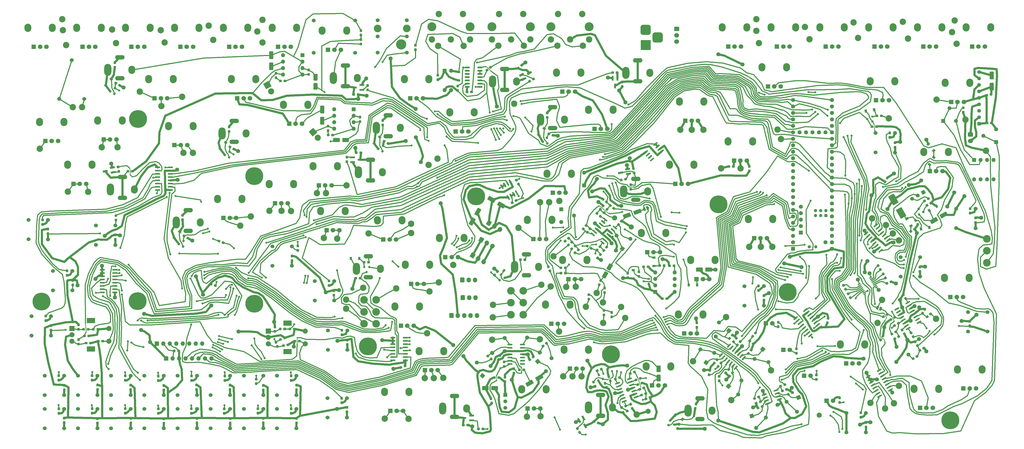
<source format=gbr>
G04 #@! TF.GenerationSoftware,KiCad,Pcbnew,(5.1.2-1)-1*
G04 #@! TF.CreationDate,2022-11-16T18:05:27-05:00*
G04 #@! TF.ProjectId,DrumMachineControlBoard,4472756d-4d61-4636-9869-6e65436f6e74,rev?*
G04 #@! TF.SameCoordinates,Original*
G04 #@! TF.FileFunction,Copper,L2,Bot*
G04 #@! TF.FilePolarity,Positive*
%FSLAX46Y46*%
G04 Gerber Fmt 4.6, Leading zero omitted, Abs format (unit mm)*
G04 Created by KiCad (PCBNEW (5.1.2-1)-1) date 2022-11-16 18:05:27*
%MOMM*%
%LPD*%
G04 APERTURE LIST*
%ADD10C,0.100000*%
%ADD11C,0.950000*%
%ADD12R,1.800000X1.800000*%
%ADD13C,1.800000*%
%ADD14O,2.720000X3.240000*%
%ADD15C,2.499360*%
%ADD16O,1.600000X1.600000*%
%ADD17R,1.600000X1.600000*%
%ADD18C,2.400000*%
%ADD19C,1.600000*%
%ADD20C,1.524000*%
%ADD21C,2.500000*%
%ADD22C,3.500000*%
%ADD23C,2.000000*%
%ADD24C,0.500000*%
%ADD25O,1.700000X1.700000*%
%ADD26R,1.700000X1.700000*%
%ADD27C,4.000000*%
%ADD28C,3.000000*%
%ADD29O,1.950000X1.700000*%
%ADD30C,1.700000*%
%ADD31R,4.000000X4.000000*%
%ADD32C,0.600000*%
%ADD33C,1.550000*%
%ADD34R,1.550000X1.550000*%
%ADD35R,0.900000X1.200000*%
%ADD36O,2.000000X1.700000*%
%ADD37C,1.450000*%
%ADD38R,1.450000X1.450000*%
%ADD39O,1.700000X1.950000*%
%ADD40C,1.700000*%
%ADD41R,0.900000X0.800000*%
%ADD42O,3.000000X3.000000*%
%ADD43C,0.800000*%
%ADD44C,7.000000*%
%ADD45R,1.200000X0.900000*%
%ADD46C,1.500000*%
%ADD47R,1.500000X1.500000*%
%ADD48R,0.800000X0.900000*%
%ADD49C,1.600000*%
%ADD50R,0.800000X1.900000*%
%ADD51R,1.900000X0.800000*%
%ADD52O,3.700000X1.700000*%
%ADD53O,2.700000X3.200000*%
%ADD54O,2.800000X4.700000*%
%ADD55C,0.900000*%
%ADD56R,2.000000X2.000000*%
%ADD57R,3.200000X2.000000*%
%ADD58C,0.400000*%
%ADD59C,1.300000*%
%ADD60R,1.300000X1.300000*%
%ADD61C,0.406400*%
%ADD62C,0.250000*%
%ADD63C,0.812800*%
G04 APERTURE END LIST*
D10*
G36*
X168900779Y-10991144D02*
G01*
X168923834Y-10994563D01*
X168946443Y-11000227D01*
X168968387Y-11008079D01*
X168989457Y-11018044D01*
X169009448Y-11030026D01*
X169028168Y-11043910D01*
X169045438Y-11059562D01*
X169061090Y-11076832D01*
X169074974Y-11095552D01*
X169086956Y-11115543D01*
X169096921Y-11136613D01*
X169104773Y-11158557D01*
X169110437Y-11181166D01*
X169113856Y-11204221D01*
X169115000Y-11227500D01*
X169115000Y-11802500D01*
X169113856Y-11825779D01*
X169110437Y-11848834D01*
X169104773Y-11871443D01*
X169096921Y-11893387D01*
X169086956Y-11914457D01*
X169074974Y-11934448D01*
X169061090Y-11953168D01*
X169045438Y-11970438D01*
X169028168Y-11986090D01*
X169009448Y-11999974D01*
X168989457Y-12011956D01*
X168968387Y-12021921D01*
X168946443Y-12029773D01*
X168923834Y-12035437D01*
X168900779Y-12038856D01*
X168877500Y-12040000D01*
X168402500Y-12040000D01*
X168379221Y-12038856D01*
X168356166Y-12035437D01*
X168333557Y-12029773D01*
X168311613Y-12021921D01*
X168290543Y-12011956D01*
X168270552Y-11999974D01*
X168251832Y-11986090D01*
X168234562Y-11970438D01*
X168218910Y-11953168D01*
X168205026Y-11934448D01*
X168193044Y-11914457D01*
X168183079Y-11893387D01*
X168175227Y-11871443D01*
X168169563Y-11848834D01*
X168166144Y-11825779D01*
X168165000Y-11802500D01*
X168165000Y-11227500D01*
X168166144Y-11204221D01*
X168169563Y-11181166D01*
X168175227Y-11158557D01*
X168183079Y-11136613D01*
X168193044Y-11115543D01*
X168205026Y-11095552D01*
X168218910Y-11076832D01*
X168234562Y-11059562D01*
X168251832Y-11043910D01*
X168270552Y-11030026D01*
X168290543Y-11018044D01*
X168311613Y-11008079D01*
X168333557Y-11000227D01*
X168356166Y-10994563D01*
X168379221Y-10991144D01*
X168402500Y-10990000D01*
X168877500Y-10990000D01*
X168900779Y-10991144D01*
X168900779Y-10991144D01*
G37*
D11*
X168640000Y-11515000D03*
D10*
G36*
X168900779Y-9241144D02*
G01*
X168923834Y-9244563D01*
X168946443Y-9250227D01*
X168968387Y-9258079D01*
X168989457Y-9268044D01*
X169009448Y-9280026D01*
X169028168Y-9293910D01*
X169045438Y-9309562D01*
X169061090Y-9326832D01*
X169074974Y-9345552D01*
X169086956Y-9365543D01*
X169096921Y-9386613D01*
X169104773Y-9408557D01*
X169110437Y-9431166D01*
X169113856Y-9454221D01*
X169115000Y-9477500D01*
X169115000Y-10052500D01*
X169113856Y-10075779D01*
X169110437Y-10098834D01*
X169104773Y-10121443D01*
X169096921Y-10143387D01*
X169086956Y-10164457D01*
X169074974Y-10184448D01*
X169061090Y-10203168D01*
X169045438Y-10220438D01*
X169028168Y-10236090D01*
X169009448Y-10249974D01*
X168989457Y-10261956D01*
X168968387Y-10271921D01*
X168946443Y-10279773D01*
X168923834Y-10285437D01*
X168900779Y-10288856D01*
X168877500Y-10290000D01*
X168402500Y-10290000D01*
X168379221Y-10288856D01*
X168356166Y-10285437D01*
X168333557Y-10279773D01*
X168311613Y-10271921D01*
X168290543Y-10261956D01*
X168270552Y-10249974D01*
X168251832Y-10236090D01*
X168234562Y-10220438D01*
X168218910Y-10203168D01*
X168205026Y-10184448D01*
X168193044Y-10164457D01*
X168183079Y-10143387D01*
X168175227Y-10121443D01*
X168169563Y-10098834D01*
X168166144Y-10075779D01*
X168165000Y-10052500D01*
X168165000Y-9477500D01*
X168166144Y-9454221D01*
X168169563Y-9431166D01*
X168175227Y-9408557D01*
X168183079Y-9386613D01*
X168193044Y-9365543D01*
X168205026Y-9345552D01*
X168218910Y-9326832D01*
X168234562Y-9309562D01*
X168251832Y-9293910D01*
X168270552Y-9280026D01*
X168290543Y-9268044D01*
X168311613Y-9258079D01*
X168333557Y-9250227D01*
X168356166Y-9244563D01*
X168379221Y-9241144D01*
X168402500Y-9240000D01*
X168877500Y-9240000D01*
X168900779Y-9241144D01*
X168900779Y-9241144D01*
G37*
D11*
X168640000Y-9765000D03*
D12*
X301380000Y-85520000D03*
D13*
X303880000Y-85520000D03*
X306380000Y-85520000D03*
D14*
X308680000Y-78020000D03*
X299080000Y-78020000D03*
D12*
X274400000Y-39400000D03*
D13*
X276900000Y-39400000D03*
X279400000Y-39400000D03*
D14*
X281700000Y-31900000D03*
X272100000Y-31900000D03*
D15*
X308560000Y-88940000D03*
X304010000Y-88940000D03*
X299460000Y-88940000D03*
X281520000Y-42940000D03*
X276970000Y-42940000D03*
X272420000Y-42940000D03*
D16*
X136850000Y-34890000D03*
X144470000Y-42510000D03*
X136850000Y-37430000D03*
X144470000Y-39970000D03*
X136850000Y-39970000D03*
X144470000Y-37430000D03*
X136850000Y-42510000D03*
D17*
X144470000Y-34890000D03*
D16*
X116780000Y-13650000D03*
X124400000Y-21270000D03*
X116780000Y-16190000D03*
X124400000Y-18730000D03*
X116780000Y-18730000D03*
X124400000Y-16190000D03*
X116780000Y-21270000D03*
D17*
X124400000Y-13650000D03*
D12*
X134400000Y-11530000D03*
D13*
X136900000Y-11530000D03*
X139400000Y-11530000D03*
D14*
X141700000Y-4030000D03*
X132100000Y-4030000D03*
D10*
G36*
X136505779Y-44576144D02*
G01*
X136528834Y-44579563D01*
X136551443Y-44585227D01*
X136573387Y-44593079D01*
X136594457Y-44603044D01*
X136614448Y-44615026D01*
X136633168Y-44628910D01*
X136650438Y-44644562D01*
X136666090Y-44661832D01*
X136679974Y-44680552D01*
X136691956Y-44700543D01*
X136701921Y-44721613D01*
X136709773Y-44743557D01*
X136715437Y-44766166D01*
X136718856Y-44789221D01*
X136720000Y-44812500D01*
X136720000Y-45287500D01*
X136718856Y-45310779D01*
X136715437Y-45333834D01*
X136709773Y-45356443D01*
X136701921Y-45378387D01*
X136691956Y-45399457D01*
X136679974Y-45419448D01*
X136666090Y-45438168D01*
X136650438Y-45455438D01*
X136633168Y-45471090D01*
X136614448Y-45484974D01*
X136594457Y-45496956D01*
X136573387Y-45506921D01*
X136551443Y-45514773D01*
X136528834Y-45520437D01*
X136505779Y-45523856D01*
X136482500Y-45525000D01*
X135907500Y-45525000D01*
X135884221Y-45523856D01*
X135861166Y-45520437D01*
X135838557Y-45514773D01*
X135816613Y-45506921D01*
X135795543Y-45496956D01*
X135775552Y-45484974D01*
X135756832Y-45471090D01*
X135739562Y-45455438D01*
X135723910Y-45438168D01*
X135710026Y-45419448D01*
X135698044Y-45399457D01*
X135688079Y-45378387D01*
X135680227Y-45356443D01*
X135674563Y-45333834D01*
X135671144Y-45310779D01*
X135670000Y-45287500D01*
X135670000Y-44812500D01*
X135671144Y-44789221D01*
X135674563Y-44766166D01*
X135680227Y-44743557D01*
X135688079Y-44721613D01*
X135698044Y-44700543D01*
X135710026Y-44680552D01*
X135723910Y-44661832D01*
X135739562Y-44644562D01*
X135756832Y-44628910D01*
X135775552Y-44615026D01*
X135795543Y-44603044D01*
X135816613Y-44593079D01*
X135838557Y-44585227D01*
X135861166Y-44579563D01*
X135884221Y-44576144D01*
X135907500Y-44575000D01*
X136482500Y-44575000D01*
X136505779Y-44576144D01*
X136505779Y-44576144D01*
G37*
D11*
X136195000Y-45050000D03*
D10*
G36*
X134755779Y-44576144D02*
G01*
X134778834Y-44579563D01*
X134801443Y-44585227D01*
X134823387Y-44593079D01*
X134844457Y-44603044D01*
X134864448Y-44615026D01*
X134883168Y-44628910D01*
X134900438Y-44644562D01*
X134916090Y-44661832D01*
X134929974Y-44680552D01*
X134941956Y-44700543D01*
X134951921Y-44721613D01*
X134959773Y-44743557D01*
X134965437Y-44766166D01*
X134968856Y-44789221D01*
X134970000Y-44812500D01*
X134970000Y-45287500D01*
X134968856Y-45310779D01*
X134965437Y-45333834D01*
X134959773Y-45356443D01*
X134951921Y-45378387D01*
X134941956Y-45399457D01*
X134929974Y-45419448D01*
X134916090Y-45438168D01*
X134900438Y-45455438D01*
X134883168Y-45471090D01*
X134864448Y-45484974D01*
X134844457Y-45496956D01*
X134823387Y-45506921D01*
X134801443Y-45514773D01*
X134778834Y-45520437D01*
X134755779Y-45523856D01*
X134732500Y-45525000D01*
X134157500Y-45525000D01*
X134134221Y-45523856D01*
X134111166Y-45520437D01*
X134088557Y-45514773D01*
X134066613Y-45506921D01*
X134045543Y-45496956D01*
X134025552Y-45484974D01*
X134006832Y-45471090D01*
X133989562Y-45455438D01*
X133973910Y-45438168D01*
X133960026Y-45419448D01*
X133948044Y-45399457D01*
X133938079Y-45378387D01*
X133930227Y-45356443D01*
X133924563Y-45333834D01*
X133921144Y-45310779D01*
X133920000Y-45287500D01*
X133920000Y-44812500D01*
X133921144Y-44789221D01*
X133924563Y-44766166D01*
X133930227Y-44743557D01*
X133938079Y-44721613D01*
X133948044Y-44700543D01*
X133960026Y-44680552D01*
X133973910Y-44661832D01*
X133989562Y-44644562D01*
X134006832Y-44628910D01*
X134025552Y-44615026D01*
X134045543Y-44603044D01*
X134066613Y-44593079D01*
X134088557Y-44585227D01*
X134111166Y-44579563D01*
X134134221Y-44576144D01*
X134157500Y-44575000D01*
X134732500Y-44575000D01*
X134755779Y-44576144D01*
X134755779Y-44576144D01*
G37*
D11*
X134445000Y-45050000D03*
D10*
G36*
X117805779Y-23316144D02*
G01*
X117828834Y-23319563D01*
X117851443Y-23325227D01*
X117873387Y-23333079D01*
X117894457Y-23343044D01*
X117914448Y-23355026D01*
X117933168Y-23368910D01*
X117950438Y-23384562D01*
X117966090Y-23401832D01*
X117979974Y-23420552D01*
X117991956Y-23440543D01*
X118001921Y-23461613D01*
X118009773Y-23483557D01*
X118015437Y-23506166D01*
X118018856Y-23529221D01*
X118020000Y-23552500D01*
X118020000Y-24027500D01*
X118018856Y-24050779D01*
X118015437Y-24073834D01*
X118009773Y-24096443D01*
X118001921Y-24118387D01*
X117991956Y-24139457D01*
X117979974Y-24159448D01*
X117966090Y-24178168D01*
X117950438Y-24195438D01*
X117933168Y-24211090D01*
X117914448Y-24224974D01*
X117894457Y-24236956D01*
X117873387Y-24246921D01*
X117851443Y-24254773D01*
X117828834Y-24260437D01*
X117805779Y-24263856D01*
X117782500Y-24265000D01*
X117207500Y-24265000D01*
X117184221Y-24263856D01*
X117161166Y-24260437D01*
X117138557Y-24254773D01*
X117116613Y-24246921D01*
X117095543Y-24236956D01*
X117075552Y-24224974D01*
X117056832Y-24211090D01*
X117039562Y-24195438D01*
X117023910Y-24178168D01*
X117010026Y-24159448D01*
X116998044Y-24139457D01*
X116988079Y-24118387D01*
X116980227Y-24096443D01*
X116974563Y-24073834D01*
X116971144Y-24050779D01*
X116970000Y-24027500D01*
X116970000Y-23552500D01*
X116971144Y-23529221D01*
X116974563Y-23506166D01*
X116980227Y-23483557D01*
X116988079Y-23461613D01*
X116998044Y-23440543D01*
X117010026Y-23420552D01*
X117023910Y-23401832D01*
X117039562Y-23384562D01*
X117056832Y-23368910D01*
X117075552Y-23355026D01*
X117095543Y-23343044D01*
X117116613Y-23333079D01*
X117138557Y-23325227D01*
X117161166Y-23319563D01*
X117184221Y-23316144D01*
X117207500Y-23315000D01*
X117782500Y-23315000D01*
X117805779Y-23316144D01*
X117805779Y-23316144D01*
G37*
D11*
X117495000Y-23790000D03*
D10*
G36*
X116055779Y-23316144D02*
G01*
X116078834Y-23319563D01*
X116101443Y-23325227D01*
X116123387Y-23333079D01*
X116144457Y-23343044D01*
X116164448Y-23355026D01*
X116183168Y-23368910D01*
X116200438Y-23384562D01*
X116216090Y-23401832D01*
X116229974Y-23420552D01*
X116241956Y-23440543D01*
X116251921Y-23461613D01*
X116259773Y-23483557D01*
X116265437Y-23506166D01*
X116268856Y-23529221D01*
X116270000Y-23552500D01*
X116270000Y-24027500D01*
X116268856Y-24050779D01*
X116265437Y-24073834D01*
X116259773Y-24096443D01*
X116251921Y-24118387D01*
X116241956Y-24139457D01*
X116229974Y-24159448D01*
X116216090Y-24178168D01*
X116200438Y-24195438D01*
X116183168Y-24211090D01*
X116164448Y-24224974D01*
X116144457Y-24236956D01*
X116123387Y-24246921D01*
X116101443Y-24254773D01*
X116078834Y-24260437D01*
X116055779Y-24263856D01*
X116032500Y-24265000D01*
X115457500Y-24265000D01*
X115434221Y-24263856D01*
X115411166Y-24260437D01*
X115388557Y-24254773D01*
X115366613Y-24246921D01*
X115345543Y-24236956D01*
X115325552Y-24224974D01*
X115306832Y-24211090D01*
X115289562Y-24195438D01*
X115273910Y-24178168D01*
X115260026Y-24159448D01*
X115248044Y-24139457D01*
X115238079Y-24118387D01*
X115230227Y-24096443D01*
X115224563Y-24073834D01*
X115221144Y-24050779D01*
X115220000Y-24027500D01*
X115220000Y-23552500D01*
X115221144Y-23529221D01*
X115224563Y-23506166D01*
X115230227Y-23483557D01*
X115238079Y-23461613D01*
X115248044Y-23440543D01*
X115260026Y-23420552D01*
X115273910Y-23401832D01*
X115289562Y-23384562D01*
X115306832Y-23368910D01*
X115325552Y-23355026D01*
X115345543Y-23343044D01*
X115366613Y-23333079D01*
X115388557Y-23325227D01*
X115411166Y-23319563D01*
X115434221Y-23316144D01*
X115457500Y-23315000D01*
X116032500Y-23315000D01*
X116055779Y-23316144D01*
X116055779Y-23316144D01*
G37*
D11*
X115745000Y-23790000D03*
D10*
G36*
X147190779Y-37471144D02*
G01*
X147213834Y-37474563D01*
X147236443Y-37480227D01*
X147258387Y-37488079D01*
X147279457Y-37498044D01*
X147299448Y-37510026D01*
X147318168Y-37523910D01*
X147335438Y-37539562D01*
X147351090Y-37556832D01*
X147364974Y-37575552D01*
X147376956Y-37595543D01*
X147386921Y-37616613D01*
X147394773Y-37638557D01*
X147400437Y-37661166D01*
X147403856Y-37684221D01*
X147405000Y-37707500D01*
X147405000Y-38282500D01*
X147403856Y-38305779D01*
X147400437Y-38328834D01*
X147394773Y-38351443D01*
X147386921Y-38373387D01*
X147376956Y-38394457D01*
X147364974Y-38414448D01*
X147351090Y-38433168D01*
X147335438Y-38450438D01*
X147318168Y-38466090D01*
X147299448Y-38479974D01*
X147279457Y-38491956D01*
X147258387Y-38501921D01*
X147236443Y-38509773D01*
X147213834Y-38515437D01*
X147190779Y-38518856D01*
X147167500Y-38520000D01*
X146692500Y-38520000D01*
X146669221Y-38518856D01*
X146646166Y-38515437D01*
X146623557Y-38509773D01*
X146601613Y-38501921D01*
X146580543Y-38491956D01*
X146560552Y-38479974D01*
X146541832Y-38466090D01*
X146524562Y-38450438D01*
X146508910Y-38433168D01*
X146495026Y-38414448D01*
X146483044Y-38394457D01*
X146473079Y-38373387D01*
X146465227Y-38351443D01*
X146459563Y-38328834D01*
X146456144Y-38305779D01*
X146455000Y-38282500D01*
X146455000Y-37707500D01*
X146456144Y-37684221D01*
X146459563Y-37661166D01*
X146465227Y-37638557D01*
X146473079Y-37616613D01*
X146483044Y-37595543D01*
X146495026Y-37575552D01*
X146508910Y-37556832D01*
X146524562Y-37539562D01*
X146541832Y-37523910D01*
X146560552Y-37510026D01*
X146580543Y-37498044D01*
X146601613Y-37488079D01*
X146623557Y-37480227D01*
X146646166Y-37474563D01*
X146669221Y-37471144D01*
X146692500Y-37470000D01*
X147167500Y-37470000D01*
X147190779Y-37471144D01*
X147190779Y-37471144D01*
G37*
D11*
X146930000Y-37995000D03*
D10*
G36*
X147190779Y-39221144D02*
G01*
X147213834Y-39224563D01*
X147236443Y-39230227D01*
X147258387Y-39238079D01*
X147279457Y-39248044D01*
X147299448Y-39260026D01*
X147318168Y-39273910D01*
X147335438Y-39289562D01*
X147351090Y-39306832D01*
X147364974Y-39325552D01*
X147376956Y-39345543D01*
X147386921Y-39366613D01*
X147394773Y-39388557D01*
X147400437Y-39411166D01*
X147403856Y-39434221D01*
X147405000Y-39457500D01*
X147405000Y-40032500D01*
X147403856Y-40055779D01*
X147400437Y-40078834D01*
X147394773Y-40101443D01*
X147386921Y-40123387D01*
X147376956Y-40144457D01*
X147364974Y-40164448D01*
X147351090Y-40183168D01*
X147335438Y-40200438D01*
X147318168Y-40216090D01*
X147299448Y-40229974D01*
X147279457Y-40241956D01*
X147258387Y-40251921D01*
X147236443Y-40259773D01*
X147213834Y-40265437D01*
X147190779Y-40268856D01*
X147167500Y-40270000D01*
X146692500Y-40270000D01*
X146669221Y-40268856D01*
X146646166Y-40265437D01*
X146623557Y-40259773D01*
X146601613Y-40251921D01*
X146580543Y-40241956D01*
X146560552Y-40229974D01*
X146541832Y-40216090D01*
X146524562Y-40200438D01*
X146508910Y-40183168D01*
X146495026Y-40164448D01*
X146483044Y-40144457D01*
X146473079Y-40123387D01*
X146465227Y-40101443D01*
X146459563Y-40078834D01*
X146456144Y-40055779D01*
X146455000Y-40032500D01*
X146455000Y-39457500D01*
X146456144Y-39434221D01*
X146459563Y-39411166D01*
X146465227Y-39388557D01*
X146473079Y-39366613D01*
X146483044Y-39345543D01*
X146495026Y-39325552D01*
X146508910Y-39306832D01*
X146524562Y-39289562D01*
X146541832Y-39273910D01*
X146560552Y-39260026D01*
X146580543Y-39248044D01*
X146601613Y-39238079D01*
X146623557Y-39230227D01*
X146646166Y-39224563D01*
X146669221Y-39221144D01*
X146692500Y-39220000D01*
X147167500Y-39220000D01*
X147190779Y-39221144D01*
X147190779Y-39221144D01*
G37*
D11*
X146930000Y-39745000D03*
D10*
G36*
X127070779Y-20701144D02*
G01*
X127093834Y-20704563D01*
X127116443Y-20710227D01*
X127138387Y-20718079D01*
X127159457Y-20728044D01*
X127179448Y-20740026D01*
X127198168Y-20753910D01*
X127215438Y-20769562D01*
X127231090Y-20786832D01*
X127244974Y-20805552D01*
X127256956Y-20825543D01*
X127266921Y-20846613D01*
X127274773Y-20868557D01*
X127280437Y-20891166D01*
X127283856Y-20914221D01*
X127285000Y-20937500D01*
X127285000Y-21512500D01*
X127283856Y-21535779D01*
X127280437Y-21558834D01*
X127274773Y-21581443D01*
X127266921Y-21603387D01*
X127256956Y-21624457D01*
X127244974Y-21644448D01*
X127231090Y-21663168D01*
X127215438Y-21680438D01*
X127198168Y-21696090D01*
X127179448Y-21709974D01*
X127159457Y-21721956D01*
X127138387Y-21731921D01*
X127116443Y-21739773D01*
X127093834Y-21745437D01*
X127070779Y-21748856D01*
X127047500Y-21750000D01*
X126572500Y-21750000D01*
X126549221Y-21748856D01*
X126526166Y-21745437D01*
X126503557Y-21739773D01*
X126481613Y-21731921D01*
X126460543Y-21721956D01*
X126440552Y-21709974D01*
X126421832Y-21696090D01*
X126404562Y-21680438D01*
X126388910Y-21663168D01*
X126375026Y-21644448D01*
X126363044Y-21624457D01*
X126353079Y-21603387D01*
X126345227Y-21581443D01*
X126339563Y-21558834D01*
X126336144Y-21535779D01*
X126335000Y-21512500D01*
X126335000Y-20937500D01*
X126336144Y-20914221D01*
X126339563Y-20891166D01*
X126345227Y-20868557D01*
X126353079Y-20846613D01*
X126363044Y-20825543D01*
X126375026Y-20805552D01*
X126388910Y-20786832D01*
X126404562Y-20769562D01*
X126421832Y-20753910D01*
X126440552Y-20740026D01*
X126460543Y-20728044D01*
X126481613Y-20718079D01*
X126503557Y-20710227D01*
X126526166Y-20704563D01*
X126549221Y-20701144D01*
X126572500Y-20700000D01*
X127047500Y-20700000D01*
X127070779Y-20701144D01*
X127070779Y-20701144D01*
G37*
D11*
X126810000Y-21225000D03*
D10*
G36*
X127070779Y-18951144D02*
G01*
X127093834Y-18954563D01*
X127116443Y-18960227D01*
X127138387Y-18968079D01*
X127159457Y-18978044D01*
X127179448Y-18990026D01*
X127198168Y-19003910D01*
X127215438Y-19019562D01*
X127231090Y-19036832D01*
X127244974Y-19055552D01*
X127256956Y-19075543D01*
X127266921Y-19096613D01*
X127274773Y-19118557D01*
X127280437Y-19141166D01*
X127283856Y-19164221D01*
X127285000Y-19187500D01*
X127285000Y-19762500D01*
X127283856Y-19785779D01*
X127280437Y-19808834D01*
X127274773Y-19831443D01*
X127266921Y-19853387D01*
X127256956Y-19874457D01*
X127244974Y-19894448D01*
X127231090Y-19913168D01*
X127215438Y-19930438D01*
X127198168Y-19946090D01*
X127179448Y-19959974D01*
X127159457Y-19971956D01*
X127138387Y-19981921D01*
X127116443Y-19989773D01*
X127093834Y-19995437D01*
X127070779Y-19998856D01*
X127047500Y-20000000D01*
X126572500Y-20000000D01*
X126549221Y-19998856D01*
X126526166Y-19995437D01*
X126503557Y-19989773D01*
X126481613Y-19981921D01*
X126460543Y-19971956D01*
X126440552Y-19959974D01*
X126421832Y-19946090D01*
X126404562Y-19930438D01*
X126388910Y-19913168D01*
X126375026Y-19894448D01*
X126363044Y-19874457D01*
X126353079Y-19853387D01*
X126345227Y-19831443D01*
X126339563Y-19808834D01*
X126336144Y-19785779D01*
X126335000Y-19762500D01*
X126335000Y-19187500D01*
X126336144Y-19164221D01*
X126339563Y-19141166D01*
X126345227Y-19118557D01*
X126353079Y-19096613D01*
X126363044Y-19075543D01*
X126375026Y-19055552D01*
X126388910Y-19036832D01*
X126404562Y-19019562D01*
X126421832Y-19003910D01*
X126440552Y-18990026D01*
X126460543Y-18978044D01*
X126481613Y-18968079D01*
X126503557Y-18960227D01*
X126526166Y-18954563D01*
X126549221Y-18951144D01*
X126572500Y-18950000D01*
X127047500Y-18950000D01*
X127070779Y-18951144D01*
X127070779Y-18951144D01*
G37*
D11*
X126810000Y-19475000D03*
D10*
G36*
X147540779Y-5221144D02*
G01*
X147563834Y-5224563D01*
X147586443Y-5230227D01*
X147608387Y-5238079D01*
X147629457Y-5248044D01*
X147649448Y-5260026D01*
X147668168Y-5273910D01*
X147685438Y-5289562D01*
X147701090Y-5306832D01*
X147714974Y-5325552D01*
X147726956Y-5345543D01*
X147736921Y-5366613D01*
X147744773Y-5388557D01*
X147750437Y-5411166D01*
X147753856Y-5434221D01*
X147755000Y-5457500D01*
X147755000Y-6032500D01*
X147753856Y-6055779D01*
X147750437Y-6078834D01*
X147744773Y-6101443D01*
X147736921Y-6123387D01*
X147726956Y-6144457D01*
X147714974Y-6164448D01*
X147701090Y-6183168D01*
X147685438Y-6200438D01*
X147668168Y-6216090D01*
X147649448Y-6229974D01*
X147629457Y-6241956D01*
X147608387Y-6251921D01*
X147586443Y-6259773D01*
X147563834Y-6265437D01*
X147540779Y-6268856D01*
X147517500Y-6270000D01*
X147042500Y-6270000D01*
X147019221Y-6268856D01*
X146996166Y-6265437D01*
X146973557Y-6259773D01*
X146951613Y-6251921D01*
X146930543Y-6241956D01*
X146910552Y-6229974D01*
X146891832Y-6216090D01*
X146874562Y-6200438D01*
X146858910Y-6183168D01*
X146845026Y-6164448D01*
X146833044Y-6144457D01*
X146823079Y-6123387D01*
X146815227Y-6101443D01*
X146809563Y-6078834D01*
X146806144Y-6055779D01*
X146805000Y-6032500D01*
X146805000Y-5457500D01*
X146806144Y-5434221D01*
X146809563Y-5411166D01*
X146815227Y-5388557D01*
X146823079Y-5366613D01*
X146833044Y-5345543D01*
X146845026Y-5325552D01*
X146858910Y-5306832D01*
X146874562Y-5289562D01*
X146891832Y-5273910D01*
X146910552Y-5260026D01*
X146930543Y-5248044D01*
X146951613Y-5238079D01*
X146973557Y-5230227D01*
X146996166Y-5224563D01*
X147019221Y-5221144D01*
X147042500Y-5220000D01*
X147517500Y-5220000D01*
X147540779Y-5221144D01*
X147540779Y-5221144D01*
G37*
D11*
X147280000Y-5745000D03*
D10*
G36*
X147540779Y-3471144D02*
G01*
X147563834Y-3474563D01*
X147586443Y-3480227D01*
X147608387Y-3488079D01*
X147629457Y-3498044D01*
X147649448Y-3510026D01*
X147668168Y-3523910D01*
X147685438Y-3539562D01*
X147701090Y-3556832D01*
X147714974Y-3575552D01*
X147726956Y-3595543D01*
X147736921Y-3616613D01*
X147744773Y-3638557D01*
X147750437Y-3661166D01*
X147753856Y-3684221D01*
X147755000Y-3707500D01*
X147755000Y-4282500D01*
X147753856Y-4305779D01*
X147750437Y-4328834D01*
X147744773Y-4351443D01*
X147736921Y-4373387D01*
X147726956Y-4394457D01*
X147714974Y-4414448D01*
X147701090Y-4433168D01*
X147685438Y-4450438D01*
X147668168Y-4466090D01*
X147649448Y-4479974D01*
X147629457Y-4491956D01*
X147608387Y-4501921D01*
X147586443Y-4509773D01*
X147563834Y-4515437D01*
X147540779Y-4518856D01*
X147517500Y-4520000D01*
X147042500Y-4520000D01*
X147019221Y-4518856D01*
X146996166Y-4515437D01*
X146973557Y-4509773D01*
X146951613Y-4501921D01*
X146930543Y-4491956D01*
X146910552Y-4479974D01*
X146891832Y-4466090D01*
X146874562Y-4450438D01*
X146858910Y-4433168D01*
X146845026Y-4414448D01*
X146833044Y-4394457D01*
X146823079Y-4373387D01*
X146815227Y-4351443D01*
X146809563Y-4328834D01*
X146806144Y-4305779D01*
X146805000Y-4282500D01*
X146805000Y-3707500D01*
X146806144Y-3684221D01*
X146809563Y-3661166D01*
X146815227Y-3638557D01*
X146823079Y-3616613D01*
X146833044Y-3595543D01*
X146845026Y-3575552D01*
X146858910Y-3556832D01*
X146874562Y-3539562D01*
X146891832Y-3523910D01*
X146910552Y-3510026D01*
X146930543Y-3498044D01*
X146951613Y-3488079D01*
X146973557Y-3480227D01*
X146996166Y-3474563D01*
X147019221Y-3471144D01*
X147042500Y-3470000D01*
X147517500Y-3470000D01*
X147540779Y-3471144D01*
X147540779Y-3471144D01*
G37*
D11*
X147280000Y-3995000D03*
D10*
G36*
X147510778Y-8761141D02*
G01*
X147533833Y-8764560D01*
X147556442Y-8770224D01*
X147578386Y-8778076D01*
X147599456Y-8788041D01*
X147619447Y-8800023D01*
X147638167Y-8813907D01*
X147655437Y-8829559D01*
X147671089Y-8846829D01*
X147684973Y-8865549D01*
X147696955Y-8885540D01*
X147706920Y-8906610D01*
X147714772Y-8928554D01*
X147720436Y-8951163D01*
X147723855Y-8974218D01*
X147724999Y-8997497D01*
X147724999Y-9572497D01*
X147723855Y-9595776D01*
X147720436Y-9618831D01*
X147714772Y-9641440D01*
X147706920Y-9663384D01*
X147696955Y-9684454D01*
X147684973Y-9704445D01*
X147671089Y-9723165D01*
X147655437Y-9740435D01*
X147638167Y-9756087D01*
X147619447Y-9769971D01*
X147599456Y-9781953D01*
X147578386Y-9791918D01*
X147556442Y-9799770D01*
X147533833Y-9805434D01*
X147510778Y-9808853D01*
X147487499Y-9809997D01*
X147012499Y-9809997D01*
X146989220Y-9808853D01*
X146966165Y-9805434D01*
X146943556Y-9799770D01*
X146921612Y-9791918D01*
X146900542Y-9781953D01*
X146880551Y-9769971D01*
X146861831Y-9756087D01*
X146844561Y-9740435D01*
X146828909Y-9723165D01*
X146815025Y-9704445D01*
X146803043Y-9684454D01*
X146793078Y-9663384D01*
X146785226Y-9641440D01*
X146779562Y-9618831D01*
X146776143Y-9595776D01*
X146774999Y-9572497D01*
X146774999Y-8997497D01*
X146776143Y-8974218D01*
X146779562Y-8951163D01*
X146785226Y-8928554D01*
X146793078Y-8906610D01*
X146803043Y-8885540D01*
X146815025Y-8865549D01*
X146828909Y-8846829D01*
X146844561Y-8829559D01*
X146861831Y-8813907D01*
X146880551Y-8800023D01*
X146900542Y-8788041D01*
X146921612Y-8778076D01*
X146943556Y-8770224D01*
X146966165Y-8764560D01*
X146989220Y-8761141D01*
X147012499Y-8759997D01*
X147487499Y-8759997D01*
X147510778Y-8761141D01*
X147510778Y-8761141D01*
G37*
D11*
X147249999Y-9284997D03*
D10*
G36*
X147510778Y-7011141D02*
G01*
X147533833Y-7014560D01*
X147556442Y-7020224D01*
X147578386Y-7028076D01*
X147599456Y-7038041D01*
X147619447Y-7050023D01*
X147638167Y-7063907D01*
X147655437Y-7079559D01*
X147671089Y-7096829D01*
X147684973Y-7115549D01*
X147696955Y-7135540D01*
X147706920Y-7156610D01*
X147714772Y-7178554D01*
X147720436Y-7201163D01*
X147723855Y-7224218D01*
X147724999Y-7247497D01*
X147724999Y-7822497D01*
X147723855Y-7845776D01*
X147720436Y-7868831D01*
X147714772Y-7891440D01*
X147706920Y-7913384D01*
X147696955Y-7934454D01*
X147684973Y-7954445D01*
X147671089Y-7973165D01*
X147655437Y-7990435D01*
X147638167Y-8006087D01*
X147619447Y-8019971D01*
X147599456Y-8031953D01*
X147578386Y-8041918D01*
X147556442Y-8049770D01*
X147533833Y-8055434D01*
X147510778Y-8058853D01*
X147487499Y-8059997D01*
X147012499Y-8059997D01*
X146989220Y-8058853D01*
X146966165Y-8055434D01*
X146943556Y-8049770D01*
X146921612Y-8041918D01*
X146900542Y-8031953D01*
X146880551Y-8019971D01*
X146861831Y-8006087D01*
X146844561Y-7990435D01*
X146828909Y-7973165D01*
X146815025Y-7954445D01*
X146803043Y-7934454D01*
X146793078Y-7913384D01*
X146785226Y-7891440D01*
X146779562Y-7868831D01*
X146776143Y-7845776D01*
X146774999Y-7822497D01*
X146774999Y-7247497D01*
X146776143Y-7224218D01*
X146779562Y-7201163D01*
X146785226Y-7178554D01*
X146793078Y-7156610D01*
X146803043Y-7135540D01*
X146815025Y-7115549D01*
X146828909Y-7096829D01*
X146844561Y-7079559D01*
X146861831Y-7063907D01*
X146880551Y-7050023D01*
X146900542Y-7038041D01*
X146921612Y-7028076D01*
X146943556Y-7020224D01*
X146966165Y-7014560D01*
X146989220Y-7011141D01*
X147012499Y-7009997D01*
X147487499Y-7009997D01*
X147510778Y-7011141D01*
X147510778Y-7011141D01*
G37*
D11*
X147249999Y-7534997D03*
D18*
X130372065Y-46128047D03*
X128494483Y-43890431D03*
D10*
G36*
X126803885Y-43742523D02*
G01*
X128642391Y-42199833D01*
X130185081Y-44038339D01*
X128346575Y-45581029D01*
X126803885Y-43742523D01*
X126803885Y-43742523D01*
G37*
D18*
X112077595Y-27916267D03*
X110617095Y-25386607D03*
D10*
G36*
X108977865Y-24947377D02*
G01*
X111056325Y-23747377D01*
X112256325Y-25825837D01*
X110177865Y-27025837D01*
X108977865Y-24947377D01*
X108977865Y-24947377D01*
G37*
G36*
X134650779Y-42771144D02*
G01*
X134673834Y-42774563D01*
X134696443Y-42780227D01*
X134718387Y-42788079D01*
X134739457Y-42798044D01*
X134759448Y-42810026D01*
X134778168Y-42823910D01*
X134795438Y-42839562D01*
X134811090Y-42856832D01*
X134824974Y-42875552D01*
X134836956Y-42895543D01*
X134846921Y-42916613D01*
X134854773Y-42938557D01*
X134860437Y-42961166D01*
X134863856Y-42984221D01*
X134865000Y-43007500D01*
X134865000Y-43582500D01*
X134863856Y-43605779D01*
X134860437Y-43628834D01*
X134854773Y-43651443D01*
X134846921Y-43673387D01*
X134836956Y-43694457D01*
X134824974Y-43714448D01*
X134811090Y-43733168D01*
X134795438Y-43750438D01*
X134778168Y-43766090D01*
X134759448Y-43779974D01*
X134739457Y-43791956D01*
X134718387Y-43801921D01*
X134696443Y-43809773D01*
X134673834Y-43815437D01*
X134650779Y-43818856D01*
X134627500Y-43820000D01*
X134152500Y-43820000D01*
X134129221Y-43818856D01*
X134106166Y-43815437D01*
X134083557Y-43809773D01*
X134061613Y-43801921D01*
X134040543Y-43791956D01*
X134020552Y-43779974D01*
X134001832Y-43766090D01*
X133984562Y-43750438D01*
X133968910Y-43733168D01*
X133955026Y-43714448D01*
X133943044Y-43694457D01*
X133933079Y-43673387D01*
X133925227Y-43651443D01*
X133919563Y-43628834D01*
X133916144Y-43605779D01*
X133915000Y-43582500D01*
X133915000Y-43007500D01*
X133916144Y-42984221D01*
X133919563Y-42961166D01*
X133925227Y-42938557D01*
X133933079Y-42916613D01*
X133943044Y-42895543D01*
X133955026Y-42875552D01*
X133968910Y-42856832D01*
X133984562Y-42839562D01*
X134001832Y-42823910D01*
X134020552Y-42810026D01*
X134040543Y-42798044D01*
X134061613Y-42788079D01*
X134083557Y-42780227D01*
X134106166Y-42774563D01*
X134129221Y-42771144D01*
X134152500Y-42770000D01*
X134627500Y-42770000D01*
X134650779Y-42771144D01*
X134650779Y-42771144D01*
G37*
D11*
X134390000Y-43295000D03*
D10*
G36*
X134650779Y-41021144D02*
G01*
X134673834Y-41024563D01*
X134696443Y-41030227D01*
X134718387Y-41038079D01*
X134739457Y-41048044D01*
X134759448Y-41060026D01*
X134778168Y-41073910D01*
X134795438Y-41089562D01*
X134811090Y-41106832D01*
X134824974Y-41125552D01*
X134836956Y-41145543D01*
X134846921Y-41166613D01*
X134854773Y-41188557D01*
X134860437Y-41211166D01*
X134863856Y-41234221D01*
X134865000Y-41257500D01*
X134865000Y-41832500D01*
X134863856Y-41855779D01*
X134860437Y-41878834D01*
X134854773Y-41901443D01*
X134846921Y-41923387D01*
X134836956Y-41944457D01*
X134824974Y-41964448D01*
X134811090Y-41983168D01*
X134795438Y-42000438D01*
X134778168Y-42016090D01*
X134759448Y-42029974D01*
X134739457Y-42041956D01*
X134718387Y-42051921D01*
X134696443Y-42059773D01*
X134673834Y-42065437D01*
X134650779Y-42068856D01*
X134627500Y-42070000D01*
X134152500Y-42070000D01*
X134129221Y-42068856D01*
X134106166Y-42065437D01*
X134083557Y-42059773D01*
X134061613Y-42051921D01*
X134040543Y-42041956D01*
X134020552Y-42029974D01*
X134001832Y-42016090D01*
X133984562Y-42000438D01*
X133968910Y-41983168D01*
X133955026Y-41964448D01*
X133943044Y-41944457D01*
X133933079Y-41923387D01*
X133925227Y-41901443D01*
X133919563Y-41878834D01*
X133916144Y-41855779D01*
X133915000Y-41832500D01*
X133915000Y-41257500D01*
X133916144Y-41234221D01*
X133919563Y-41211166D01*
X133925227Y-41188557D01*
X133933079Y-41166613D01*
X133943044Y-41145543D01*
X133955026Y-41125552D01*
X133968910Y-41106832D01*
X133984562Y-41089562D01*
X134001832Y-41073910D01*
X134020552Y-41060026D01*
X134040543Y-41048044D01*
X134061613Y-41038079D01*
X134083557Y-41030227D01*
X134106166Y-41024563D01*
X134129221Y-41021144D01*
X134152500Y-41020000D01*
X134627500Y-41020000D01*
X134650779Y-41021144D01*
X134650779Y-41021144D01*
G37*
D11*
X134390000Y-41545000D03*
D10*
G36*
X114270779Y-22001144D02*
G01*
X114293834Y-22004563D01*
X114316443Y-22010227D01*
X114338387Y-22018079D01*
X114359457Y-22028044D01*
X114379448Y-22040026D01*
X114398168Y-22053910D01*
X114415438Y-22069562D01*
X114431090Y-22086832D01*
X114444974Y-22105552D01*
X114456956Y-22125543D01*
X114466921Y-22146613D01*
X114474773Y-22168557D01*
X114480437Y-22191166D01*
X114483856Y-22214221D01*
X114485000Y-22237500D01*
X114485000Y-22812500D01*
X114483856Y-22835779D01*
X114480437Y-22858834D01*
X114474773Y-22881443D01*
X114466921Y-22903387D01*
X114456956Y-22924457D01*
X114444974Y-22944448D01*
X114431090Y-22963168D01*
X114415438Y-22980438D01*
X114398168Y-22996090D01*
X114379448Y-23009974D01*
X114359457Y-23021956D01*
X114338387Y-23031921D01*
X114316443Y-23039773D01*
X114293834Y-23045437D01*
X114270779Y-23048856D01*
X114247500Y-23050000D01*
X113772500Y-23050000D01*
X113749221Y-23048856D01*
X113726166Y-23045437D01*
X113703557Y-23039773D01*
X113681613Y-23031921D01*
X113660543Y-23021956D01*
X113640552Y-23009974D01*
X113621832Y-22996090D01*
X113604562Y-22980438D01*
X113588910Y-22963168D01*
X113575026Y-22944448D01*
X113563044Y-22924457D01*
X113553079Y-22903387D01*
X113545227Y-22881443D01*
X113539563Y-22858834D01*
X113536144Y-22835779D01*
X113535000Y-22812500D01*
X113535000Y-22237500D01*
X113536144Y-22214221D01*
X113539563Y-22191166D01*
X113545227Y-22168557D01*
X113553079Y-22146613D01*
X113563044Y-22125543D01*
X113575026Y-22105552D01*
X113588910Y-22086832D01*
X113604562Y-22069562D01*
X113621832Y-22053910D01*
X113640552Y-22040026D01*
X113660543Y-22028044D01*
X113681613Y-22018079D01*
X113703557Y-22010227D01*
X113726166Y-22004563D01*
X113749221Y-22001144D01*
X113772500Y-22000000D01*
X114247500Y-22000000D01*
X114270779Y-22001144D01*
X114270779Y-22001144D01*
G37*
D11*
X114010000Y-22525000D03*
D10*
G36*
X114270779Y-20251144D02*
G01*
X114293834Y-20254563D01*
X114316443Y-20260227D01*
X114338387Y-20268079D01*
X114359457Y-20278044D01*
X114379448Y-20290026D01*
X114398168Y-20303910D01*
X114415438Y-20319562D01*
X114431090Y-20336832D01*
X114444974Y-20355552D01*
X114456956Y-20375543D01*
X114466921Y-20396613D01*
X114474773Y-20418557D01*
X114480437Y-20441166D01*
X114483856Y-20464221D01*
X114485000Y-20487500D01*
X114485000Y-21062500D01*
X114483856Y-21085779D01*
X114480437Y-21108834D01*
X114474773Y-21131443D01*
X114466921Y-21153387D01*
X114456956Y-21174457D01*
X114444974Y-21194448D01*
X114431090Y-21213168D01*
X114415438Y-21230438D01*
X114398168Y-21246090D01*
X114379448Y-21259974D01*
X114359457Y-21271956D01*
X114338387Y-21281921D01*
X114316443Y-21289773D01*
X114293834Y-21295437D01*
X114270779Y-21298856D01*
X114247500Y-21300000D01*
X113772500Y-21300000D01*
X113749221Y-21298856D01*
X113726166Y-21295437D01*
X113703557Y-21289773D01*
X113681613Y-21281921D01*
X113660543Y-21271956D01*
X113640552Y-21259974D01*
X113621832Y-21246090D01*
X113604562Y-21230438D01*
X113588910Y-21213168D01*
X113575026Y-21194448D01*
X113563044Y-21174457D01*
X113553079Y-21153387D01*
X113545227Y-21131443D01*
X113539563Y-21108834D01*
X113536144Y-21085779D01*
X113535000Y-21062500D01*
X113535000Y-20487500D01*
X113536144Y-20464221D01*
X113539563Y-20441166D01*
X113545227Y-20418557D01*
X113553079Y-20396613D01*
X113563044Y-20375543D01*
X113575026Y-20355552D01*
X113588910Y-20336832D01*
X113604562Y-20319562D01*
X113621832Y-20303910D01*
X113640552Y-20290026D01*
X113660543Y-20278044D01*
X113681613Y-20268079D01*
X113703557Y-20260227D01*
X113726166Y-20254563D01*
X113749221Y-20251144D01*
X113772500Y-20250000D01*
X114247500Y-20250000D01*
X114270779Y-20251144D01*
X114270779Y-20251144D01*
G37*
D11*
X114010000Y-20775000D03*
D10*
G36*
X132694504Y-33511204D02*
G01*
X132718773Y-33514804D01*
X132742571Y-33520765D01*
X132765671Y-33529030D01*
X132787849Y-33539520D01*
X132808893Y-33552133D01*
X132828598Y-33566747D01*
X132846777Y-33583223D01*
X132863253Y-33601402D01*
X132877867Y-33621107D01*
X132890480Y-33642151D01*
X132900970Y-33664329D01*
X132909235Y-33687429D01*
X132915196Y-33711227D01*
X132918796Y-33735496D01*
X132920000Y-33760000D01*
X132920000Y-36260000D01*
X132918796Y-36284504D01*
X132915196Y-36308773D01*
X132909235Y-36332571D01*
X132900970Y-36355671D01*
X132890480Y-36377849D01*
X132877867Y-36398893D01*
X132863253Y-36418598D01*
X132846777Y-36436777D01*
X132828598Y-36453253D01*
X132808893Y-36467867D01*
X132787849Y-36480480D01*
X132765671Y-36490970D01*
X132742571Y-36499235D01*
X132718773Y-36505196D01*
X132694504Y-36508796D01*
X132670000Y-36510000D01*
X131570000Y-36510000D01*
X131545496Y-36508796D01*
X131521227Y-36505196D01*
X131497429Y-36499235D01*
X131474329Y-36490970D01*
X131452151Y-36480480D01*
X131431107Y-36467867D01*
X131411402Y-36453253D01*
X131393223Y-36436777D01*
X131376747Y-36418598D01*
X131362133Y-36398893D01*
X131349520Y-36377849D01*
X131339030Y-36355671D01*
X131330765Y-36332571D01*
X131324804Y-36308773D01*
X131321204Y-36284504D01*
X131320000Y-36260000D01*
X131320000Y-33760000D01*
X131321204Y-33735496D01*
X131324804Y-33711227D01*
X131330765Y-33687429D01*
X131339030Y-33664329D01*
X131349520Y-33642151D01*
X131362133Y-33621107D01*
X131376747Y-33601402D01*
X131393223Y-33583223D01*
X131411402Y-33566747D01*
X131431107Y-33552133D01*
X131452151Y-33539520D01*
X131474329Y-33529030D01*
X131497429Y-33520765D01*
X131521227Y-33514804D01*
X131545496Y-33511204D01*
X131570000Y-33510000D01*
X132670000Y-33510000D01*
X132694504Y-33511204D01*
X132694504Y-33511204D01*
G37*
D19*
X132120000Y-35010000D03*
D10*
G36*
X132694504Y-37911204D02*
G01*
X132718773Y-37914804D01*
X132742571Y-37920765D01*
X132765671Y-37929030D01*
X132787849Y-37939520D01*
X132808893Y-37952133D01*
X132828598Y-37966747D01*
X132846777Y-37983223D01*
X132863253Y-38001402D01*
X132877867Y-38021107D01*
X132890480Y-38042151D01*
X132900970Y-38064329D01*
X132909235Y-38087429D01*
X132915196Y-38111227D01*
X132918796Y-38135496D01*
X132920000Y-38160000D01*
X132920000Y-40660000D01*
X132918796Y-40684504D01*
X132915196Y-40708773D01*
X132909235Y-40732571D01*
X132900970Y-40755671D01*
X132890480Y-40777849D01*
X132877867Y-40798893D01*
X132863253Y-40818598D01*
X132846777Y-40836777D01*
X132828598Y-40853253D01*
X132808893Y-40867867D01*
X132787849Y-40880480D01*
X132765671Y-40890970D01*
X132742571Y-40899235D01*
X132718773Y-40905196D01*
X132694504Y-40908796D01*
X132670000Y-40910000D01*
X131570000Y-40910000D01*
X131545496Y-40908796D01*
X131521227Y-40905196D01*
X131497429Y-40899235D01*
X131474329Y-40890970D01*
X131452151Y-40880480D01*
X131431107Y-40867867D01*
X131411402Y-40853253D01*
X131393223Y-40836777D01*
X131376747Y-40818598D01*
X131362133Y-40798893D01*
X131349520Y-40777849D01*
X131339030Y-40755671D01*
X131330765Y-40732571D01*
X131324804Y-40708773D01*
X131321204Y-40684504D01*
X131320000Y-40660000D01*
X131320000Y-38160000D01*
X131321204Y-38135496D01*
X131324804Y-38111227D01*
X131330765Y-38087429D01*
X131339030Y-38064329D01*
X131349520Y-38042151D01*
X131362133Y-38021107D01*
X131376747Y-38001402D01*
X131393223Y-37983223D01*
X131411402Y-37966747D01*
X131431107Y-37952133D01*
X131452151Y-37939520D01*
X131474329Y-37929030D01*
X131497429Y-37920765D01*
X131521227Y-37914804D01*
X131545496Y-37911204D01*
X131570000Y-37910000D01*
X132670000Y-37910000D01*
X132694504Y-37911204D01*
X132694504Y-37911204D01*
G37*
D19*
X132120000Y-39410000D03*
D10*
G36*
X112714504Y-12151204D02*
G01*
X112738773Y-12154804D01*
X112762571Y-12160765D01*
X112785671Y-12169030D01*
X112807849Y-12179520D01*
X112828893Y-12192133D01*
X112848598Y-12206747D01*
X112866777Y-12223223D01*
X112883253Y-12241402D01*
X112897867Y-12261107D01*
X112910480Y-12282151D01*
X112920970Y-12304329D01*
X112929235Y-12327429D01*
X112935196Y-12351227D01*
X112938796Y-12375496D01*
X112940000Y-12400000D01*
X112940000Y-14900000D01*
X112938796Y-14924504D01*
X112935196Y-14948773D01*
X112929235Y-14972571D01*
X112920970Y-14995671D01*
X112910480Y-15017849D01*
X112897867Y-15038893D01*
X112883253Y-15058598D01*
X112866777Y-15076777D01*
X112848598Y-15093253D01*
X112828893Y-15107867D01*
X112807849Y-15120480D01*
X112785671Y-15130970D01*
X112762571Y-15139235D01*
X112738773Y-15145196D01*
X112714504Y-15148796D01*
X112690000Y-15150000D01*
X111590000Y-15150000D01*
X111565496Y-15148796D01*
X111541227Y-15145196D01*
X111517429Y-15139235D01*
X111494329Y-15130970D01*
X111472151Y-15120480D01*
X111451107Y-15107867D01*
X111431402Y-15093253D01*
X111413223Y-15076777D01*
X111396747Y-15058598D01*
X111382133Y-15038893D01*
X111369520Y-15017849D01*
X111359030Y-14995671D01*
X111350765Y-14972571D01*
X111344804Y-14948773D01*
X111341204Y-14924504D01*
X111340000Y-14900000D01*
X111340000Y-12400000D01*
X111341204Y-12375496D01*
X111344804Y-12351227D01*
X111350765Y-12327429D01*
X111359030Y-12304329D01*
X111369520Y-12282151D01*
X111382133Y-12261107D01*
X111396747Y-12241402D01*
X111413223Y-12223223D01*
X111431402Y-12206747D01*
X111451107Y-12192133D01*
X111472151Y-12179520D01*
X111494329Y-12169030D01*
X111517429Y-12160765D01*
X111541227Y-12154804D01*
X111565496Y-12151204D01*
X111590000Y-12150000D01*
X112690000Y-12150000D01*
X112714504Y-12151204D01*
X112714504Y-12151204D01*
G37*
D19*
X112140000Y-13650000D03*
D10*
G36*
X112714504Y-16551204D02*
G01*
X112738773Y-16554804D01*
X112762571Y-16560765D01*
X112785671Y-16569030D01*
X112807849Y-16579520D01*
X112828893Y-16592133D01*
X112848598Y-16606747D01*
X112866777Y-16623223D01*
X112883253Y-16641402D01*
X112897867Y-16661107D01*
X112910480Y-16682151D01*
X112920970Y-16704329D01*
X112929235Y-16727429D01*
X112935196Y-16751227D01*
X112938796Y-16775496D01*
X112940000Y-16800000D01*
X112940000Y-19300000D01*
X112938796Y-19324504D01*
X112935196Y-19348773D01*
X112929235Y-19372571D01*
X112920970Y-19395671D01*
X112910480Y-19417849D01*
X112897867Y-19438893D01*
X112883253Y-19458598D01*
X112866777Y-19476777D01*
X112848598Y-19493253D01*
X112828893Y-19507867D01*
X112807849Y-19520480D01*
X112785671Y-19530970D01*
X112762571Y-19539235D01*
X112738773Y-19545196D01*
X112714504Y-19548796D01*
X112690000Y-19550000D01*
X111590000Y-19550000D01*
X111565496Y-19548796D01*
X111541227Y-19545196D01*
X111517429Y-19539235D01*
X111494329Y-19530970D01*
X111472151Y-19520480D01*
X111451107Y-19507867D01*
X111431402Y-19493253D01*
X111413223Y-19476777D01*
X111396747Y-19458598D01*
X111382133Y-19438893D01*
X111369520Y-19417849D01*
X111359030Y-19395671D01*
X111350765Y-19372571D01*
X111344804Y-19348773D01*
X111341204Y-19324504D01*
X111340000Y-19300000D01*
X111340000Y-16800000D01*
X111341204Y-16775496D01*
X111344804Y-16751227D01*
X111350765Y-16727429D01*
X111359030Y-16704329D01*
X111369520Y-16682151D01*
X111382133Y-16661107D01*
X111396747Y-16641402D01*
X111413223Y-16623223D01*
X111431402Y-16606747D01*
X111451107Y-16592133D01*
X111472151Y-16579520D01*
X111494329Y-16569030D01*
X111517429Y-16560765D01*
X111541227Y-16554804D01*
X111565496Y-16551204D01*
X111590000Y-16550000D01*
X112690000Y-16550000D01*
X112714504Y-16551204D01*
X112714504Y-16551204D01*
G37*
D19*
X112140000Y-18050000D03*
D10*
G36*
X138764504Y-46201204D02*
G01*
X138788773Y-46204804D01*
X138812571Y-46210765D01*
X138835671Y-46219030D01*
X138857849Y-46229520D01*
X138878893Y-46242133D01*
X138898598Y-46256747D01*
X138916777Y-46273223D01*
X138933253Y-46291402D01*
X138947867Y-46311107D01*
X138960480Y-46332151D01*
X138970970Y-46354329D01*
X138979235Y-46377429D01*
X138985196Y-46401227D01*
X138988796Y-46425496D01*
X138990000Y-46450000D01*
X138990000Y-47550000D01*
X138988796Y-47574504D01*
X138985196Y-47598773D01*
X138979235Y-47622571D01*
X138970970Y-47645671D01*
X138960480Y-47667849D01*
X138947867Y-47688893D01*
X138933253Y-47708598D01*
X138916777Y-47726777D01*
X138898598Y-47743253D01*
X138878893Y-47757867D01*
X138857849Y-47770480D01*
X138835671Y-47780970D01*
X138812571Y-47789235D01*
X138788773Y-47795196D01*
X138764504Y-47798796D01*
X138740000Y-47800000D01*
X136640000Y-47800000D01*
X136615496Y-47798796D01*
X136591227Y-47795196D01*
X136567429Y-47789235D01*
X136544329Y-47780970D01*
X136522151Y-47770480D01*
X136501107Y-47757867D01*
X136481402Y-47743253D01*
X136463223Y-47726777D01*
X136446747Y-47708598D01*
X136432133Y-47688893D01*
X136419520Y-47667849D01*
X136409030Y-47645671D01*
X136400765Y-47622571D01*
X136394804Y-47598773D01*
X136391204Y-47574504D01*
X136390000Y-47550000D01*
X136390000Y-46450000D01*
X136391204Y-46425496D01*
X136394804Y-46401227D01*
X136400765Y-46377429D01*
X136409030Y-46354329D01*
X136419520Y-46332151D01*
X136432133Y-46311107D01*
X136446747Y-46291402D01*
X136463223Y-46273223D01*
X136481402Y-46256747D01*
X136501107Y-46242133D01*
X136522151Y-46229520D01*
X136544329Y-46219030D01*
X136567429Y-46210765D01*
X136591227Y-46204804D01*
X136615496Y-46201204D01*
X136640000Y-46200000D01*
X138740000Y-46200000D01*
X138764504Y-46201204D01*
X138764504Y-46201204D01*
G37*
D19*
X137690000Y-47000000D03*
D10*
G36*
X142364504Y-46201204D02*
G01*
X142388773Y-46204804D01*
X142412571Y-46210765D01*
X142435671Y-46219030D01*
X142457849Y-46229520D01*
X142478893Y-46242133D01*
X142498598Y-46256747D01*
X142516777Y-46273223D01*
X142533253Y-46291402D01*
X142547867Y-46311107D01*
X142560480Y-46332151D01*
X142570970Y-46354329D01*
X142579235Y-46377429D01*
X142585196Y-46401227D01*
X142588796Y-46425496D01*
X142590000Y-46450000D01*
X142590000Y-47550000D01*
X142588796Y-47574504D01*
X142585196Y-47598773D01*
X142579235Y-47622571D01*
X142570970Y-47645671D01*
X142560480Y-47667849D01*
X142547867Y-47688893D01*
X142533253Y-47708598D01*
X142516777Y-47726777D01*
X142498598Y-47743253D01*
X142478893Y-47757867D01*
X142457849Y-47770480D01*
X142435671Y-47780970D01*
X142412571Y-47789235D01*
X142388773Y-47795196D01*
X142364504Y-47798796D01*
X142340000Y-47800000D01*
X140240000Y-47800000D01*
X140215496Y-47798796D01*
X140191227Y-47795196D01*
X140167429Y-47789235D01*
X140144329Y-47780970D01*
X140122151Y-47770480D01*
X140101107Y-47757867D01*
X140081402Y-47743253D01*
X140063223Y-47726777D01*
X140046747Y-47708598D01*
X140032133Y-47688893D01*
X140019520Y-47667849D01*
X140009030Y-47645671D01*
X140000765Y-47622571D01*
X139994804Y-47598773D01*
X139991204Y-47574504D01*
X139990000Y-47550000D01*
X139990000Y-46450000D01*
X139991204Y-46425496D01*
X139994804Y-46401227D01*
X140000765Y-46377429D01*
X140009030Y-46354329D01*
X140019520Y-46332151D01*
X140032133Y-46311107D01*
X140046747Y-46291402D01*
X140063223Y-46273223D01*
X140081402Y-46256747D01*
X140101107Y-46242133D01*
X140122151Y-46229520D01*
X140144329Y-46219030D01*
X140167429Y-46210765D01*
X140191227Y-46204804D01*
X140215496Y-46201204D01*
X140240000Y-46200000D01*
X142340000Y-46200000D01*
X142364504Y-46201204D01*
X142364504Y-46201204D01*
G37*
D19*
X141290000Y-47000000D03*
D10*
G36*
X130064504Y-24621204D02*
G01*
X130088773Y-24624804D01*
X130112571Y-24630765D01*
X130135671Y-24639030D01*
X130157849Y-24649520D01*
X130178893Y-24662133D01*
X130198598Y-24676747D01*
X130216777Y-24693223D01*
X130233253Y-24711402D01*
X130247867Y-24731107D01*
X130260480Y-24752151D01*
X130270970Y-24774329D01*
X130279235Y-24797429D01*
X130285196Y-24821227D01*
X130288796Y-24845496D01*
X130290000Y-24870000D01*
X130290000Y-26970000D01*
X130288796Y-26994504D01*
X130285196Y-27018773D01*
X130279235Y-27042571D01*
X130270970Y-27065671D01*
X130260480Y-27087849D01*
X130247867Y-27108893D01*
X130233253Y-27128598D01*
X130216777Y-27146777D01*
X130198598Y-27163253D01*
X130178893Y-27177867D01*
X130157849Y-27190480D01*
X130135671Y-27200970D01*
X130112571Y-27209235D01*
X130088773Y-27215196D01*
X130064504Y-27218796D01*
X130040000Y-27220000D01*
X128940000Y-27220000D01*
X128915496Y-27218796D01*
X128891227Y-27215196D01*
X128867429Y-27209235D01*
X128844329Y-27200970D01*
X128822151Y-27190480D01*
X128801107Y-27177867D01*
X128781402Y-27163253D01*
X128763223Y-27146777D01*
X128746747Y-27128598D01*
X128732133Y-27108893D01*
X128719520Y-27087849D01*
X128709030Y-27065671D01*
X128700765Y-27042571D01*
X128694804Y-27018773D01*
X128691204Y-26994504D01*
X128690000Y-26970000D01*
X128690000Y-24870000D01*
X128691204Y-24845496D01*
X128694804Y-24821227D01*
X128700765Y-24797429D01*
X128709030Y-24774329D01*
X128719520Y-24752151D01*
X128732133Y-24731107D01*
X128746747Y-24711402D01*
X128763223Y-24693223D01*
X128781402Y-24676747D01*
X128801107Y-24662133D01*
X128822151Y-24649520D01*
X128844329Y-24639030D01*
X128867429Y-24630765D01*
X128891227Y-24624804D01*
X128915496Y-24621204D01*
X128940000Y-24620000D01*
X130040000Y-24620000D01*
X130064504Y-24621204D01*
X130064504Y-24621204D01*
G37*
D19*
X129490000Y-25920000D03*
D10*
G36*
X130064504Y-21021204D02*
G01*
X130088773Y-21024804D01*
X130112571Y-21030765D01*
X130135671Y-21039030D01*
X130157849Y-21049520D01*
X130178893Y-21062133D01*
X130198598Y-21076747D01*
X130216777Y-21093223D01*
X130233253Y-21111402D01*
X130247867Y-21131107D01*
X130260480Y-21152151D01*
X130270970Y-21174329D01*
X130279235Y-21197429D01*
X130285196Y-21221227D01*
X130288796Y-21245496D01*
X130290000Y-21270000D01*
X130290000Y-23370000D01*
X130288796Y-23394504D01*
X130285196Y-23418773D01*
X130279235Y-23442571D01*
X130270970Y-23465671D01*
X130260480Y-23487849D01*
X130247867Y-23508893D01*
X130233253Y-23528598D01*
X130216777Y-23546777D01*
X130198598Y-23563253D01*
X130178893Y-23577867D01*
X130157849Y-23590480D01*
X130135671Y-23600970D01*
X130112571Y-23609235D01*
X130088773Y-23615196D01*
X130064504Y-23618796D01*
X130040000Y-23620000D01*
X128940000Y-23620000D01*
X128915496Y-23618796D01*
X128891227Y-23615196D01*
X128867429Y-23609235D01*
X128844329Y-23600970D01*
X128822151Y-23590480D01*
X128801107Y-23577867D01*
X128781402Y-23563253D01*
X128763223Y-23546777D01*
X128746747Y-23528598D01*
X128732133Y-23508893D01*
X128719520Y-23487849D01*
X128709030Y-23465671D01*
X128700765Y-23442571D01*
X128694804Y-23418773D01*
X128691204Y-23394504D01*
X128690000Y-23370000D01*
X128690000Y-21270000D01*
X128691204Y-21245496D01*
X128694804Y-21221227D01*
X128700765Y-21197429D01*
X128709030Y-21174329D01*
X128719520Y-21152151D01*
X128732133Y-21131107D01*
X128746747Y-21111402D01*
X128763223Y-21093223D01*
X128781402Y-21076747D01*
X128801107Y-21062133D01*
X128822151Y-21049520D01*
X128844329Y-21039030D01*
X128867429Y-21030765D01*
X128891227Y-21024804D01*
X128915496Y-21021204D01*
X128940000Y-21020000D01*
X130040000Y-21020000D01*
X130064504Y-21021204D01*
X130064504Y-21021204D01*
G37*
D19*
X129490000Y-22320000D03*
D20*
X38870000Y-30850000D03*
X33970000Y-15650000D03*
X29070000Y-30850000D03*
D21*
X234000000Y2520000D03*
X224510000Y2520000D03*
D22*
X236750000Y-2480000D03*
X221750000Y-2480000D03*
D21*
X234250000Y-9980000D03*
X224250000Y-9980000D03*
X236750000Y-7480000D03*
X221750000Y-7480000D03*
X229250000Y-7480000D03*
X210900000Y2540000D03*
X201410000Y2540000D03*
D22*
X213650000Y-2460000D03*
X198650000Y-2460000D03*
D21*
X211150000Y-9960000D03*
X201150000Y-9960000D03*
X213650000Y-7460000D03*
X198650000Y-7460000D03*
X206150000Y-7460000D03*
X187310000Y2510000D03*
X177820000Y2510000D03*
D22*
X190060000Y-2490000D03*
X175060000Y-2490000D03*
D21*
X187560000Y-9990000D03*
X177560000Y-9990000D03*
X190060000Y-7490000D03*
X175060000Y-7490000D03*
X182560000Y-7490000D03*
D10*
G36*
X201625779Y-139786144D02*
G01*
X201648834Y-139789563D01*
X201671443Y-139795227D01*
X201693387Y-139803079D01*
X201714457Y-139813044D01*
X201734448Y-139825026D01*
X201753168Y-139838910D01*
X201770438Y-139854562D01*
X201786090Y-139871832D01*
X201799974Y-139890552D01*
X201811956Y-139910543D01*
X201821921Y-139931613D01*
X201829773Y-139953557D01*
X201835437Y-139976166D01*
X201838856Y-139999221D01*
X201840000Y-140022500D01*
X201840000Y-140497500D01*
X201838856Y-140520779D01*
X201835437Y-140543834D01*
X201829773Y-140566443D01*
X201821921Y-140588387D01*
X201811956Y-140609457D01*
X201799974Y-140629448D01*
X201786090Y-140648168D01*
X201770438Y-140665438D01*
X201753168Y-140681090D01*
X201734448Y-140694974D01*
X201714457Y-140706956D01*
X201693387Y-140716921D01*
X201671443Y-140724773D01*
X201648834Y-140730437D01*
X201625779Y-140733856D01*
X201602500Y-140735000D01*
X201027500Y-140735000D01*
X201004221Y-140733856D01*
X200981166Y-140730437D01*
X200958557Y-140724773D01*
X200936613Y-140716921D01*
X200915543Y-140706956D01*
X200895552Y-140694974D01*
X200876832Y-140681090D01*
X200859562Y-140665438D01*
X200843910Y-140648168D01*
X200830026Y-140629448D01*
X200818044Y-140609457D01*
X200808079Y-140588387D01*
X200800227Y-140566443D01*
X200794563Y-140543834D01*
X200791144Y-140520779D01*
X200790000Y-140497500D01*
X200790000Y-140022500D01*
X200791144Y-139999221D01*
X200794563Y-139976166D01*
X200800227Y-139953557D01*
X200808079Y-139931613D01*
X200818044Y-139910543D01*
X200830026Y-139890552D01*
X200843910Y-139871832D01*
X200859562Y-139854562D01*
X200876832Y-139838910D01*
X200895552Y-139825026D01*
X200915543Y-139813044D01*
X200936613Y-139803079D01*
X200958557Y-139795227D01*
X200981166Y-139789563D01*
X201004221Y-139786144D01*
X201027500Y-139785000D01*
X201602500Y-139785000D01*
X201625779Y-139786144D01*
X201625779Y-139786144D01*
G37*
D11*
X201315000Y-140260000D03*
D10*
G36*
X199875779Y-139786144D02*
G01*
X199898834Y-139789563D01*
X199921443Y-139795227D01*
X199943387Y-139803079D01*
X199964457Y-139813044D01*
X199984448Y-139825026D01*
X200003168Y-139838910D01*
X200020438Y-139854562D01*
X200036090Y-139871832D01*
X200049974Y-139890552D01*
X200061956Y-139910543D01*
X200071921Y-139931613D01*
X200079773Y-139953557D01*
X200085437Y-139976166D01*
X200088856Y-139999221D01*
X200090000Y-140022500D01*
X200090000Y-140497500D01*
X200088856Y-140520779D01*
X200085437Y-140543834D01*
X200079773Y-140566443D01*
X200071921Y-140588387D01*
X200061956Y-140609457D01*
X200049974Y-140629448D01*
X200036090Y-140648168D01*
X200020438Y-140665438D01*
X200003168Y-140681090D01*
X199984448Y-140694974D01*
X199964457Y-140706956D01*
X199943387Y-140716921D01*
X199921443Y-140724773D01*
X199898834Y-140730437D01*
X199875779Y-140733856D01*
X199852500Y-140735000D01*
X199277500Y-140735000D01*
X199254221Y-140733856D01*
X199231166Y-140730437D01*
X199208557Y-140724773D01*
X199186613Y-140716921D01*
X199165543Y-140706956D01*
X199145552Y-140694974D01*
X199126832Y-140681090D01*
X199109562Y-140665438D01*
X199093910Y-140648168D01*
X199080026Y-140629448D01*
X199068044Y-140609457D01*
X199058079Y-140588387D01*
X199050227Y-140566443D01*
X199044563Y-140543834D01*
X199041144Y-140520779D01*
X199040000Y-140497500D01*
X199040000Y-140022500D01*
X199041144Y-139999221D01*
X199044563Y-139976166D01*
X199050227Y-139953557D01*
X199058079Y-139931613D01*
X199068044Y-139910543D01*
X199080026Y-139890552D01*
X199093910Y-139871832D01*
X199109562Y-139854562D01*
X199126832Y-139838910D01*
X199145552Y-139825026D01*
X199165543Y-139813044D01*
X199186613Y-139803079D01*
X199208557Y-139795227D01*
X199231166Y-139789563D01*
X199254221Y-139786144D01*
X199277500Y-139785000D01*
X199852500Y-139785000D01*
X199875779Y-139786144D01*
X199875779Y-139786144D01*
G37*
D11*
X199565000Y-140260000D03*
D10*
G36*
X198744340Y-149751541D02*
G01*
X198767314Y-149755463D01*
X198789794Y-149761618D01*
X198811562Y-149769947D01*
X198832409Y-149780369D01*
X198852134Y-149792784D01*
X198870548Y-149807074D01*
X198887471Y-149823099D01*
X198902743Y-149840705D01*
X198916215Y-149859724D01*
X198927759Y-149879972D01*
X198937262Y-149901254D01*
X198944633Y-149923365D01*
X198949802Y-149946091D01*
X199049650Y-150512356D01*
X199052566Y-150535480D01*
X199053201Y-150558779D01*
X199051550Y-150582028D01*
X199047628Y-150605002D01*
X199041473Y-150627482D01*
X199033145Y-150649250D01*
X199022722Y-150670097D01*
X199010307Y-150689822D01*
X198996018Y-150708235D01*
X198979992Y-150725159D01*
X198962386Y-150740431D01*
X198943367Y-150753903D01*
X198923119Y-150765447D01*
X198901837Y-150774950D01*
X198879726Y-150782321D01*
X198856999Y-150787490D01*
X198389215Y-150869973D01*
X198366091Y-150872889D01*
X198342793Y-150873524D01*
X198319544Y-150871873D01*
X198296570Y-150867951D01*
X198274090Y-150861796D01*
X198252322Y-150853467D01*
X198231475Y-150843045D01*
X198211750Y-150830630D01*
X198193336Y-150816340D01*
X198176413Y-150800315D01*
X198161141Y-150782709D01*
X198147669Y-150763690D01*
X198136125Y-150743442D01*
X198126622Y-150722160D01*
X198119251Y-150700049D01*
X198114082Y-150677323D01*
X198014234Y-150111058D01*
X198011318Y-150087934D01*
X198010683Y-150064635D01*
X198012334Y-150041386D01*
X198016256Y-150018412D01*
X198022411Y-149995932D01*
X198030739Y-149974164D01*
X198041162Y-149953317D01*
X198053577Y-149933592D01*
X198067866Y-149915179D01*
X198083892Y-149898255D01*
X198101498Y-149882983D01*
X198120517Y-149869511D01*
X198140765Y-149857967D01*
X198162047Y-149848464D01*
X198184158Y-149841093D01*
X198206885Y-149835924D01*
X198674669Y-149753441D01*
X198697793Y-149750525D01*
X198721091Y-149749890D01*
X198744340Y-149751541D01*
X198744340Y-149751541D01*
G37*
D11*
X198531942Y-150311707D03*
D10*
G36*
X198440456Y-148028127D02*
G01*
X198463430Y-148032049D01*
X198485910Y-148038204D01*
X198507678Y-148046533D01*
X198528525Y-148056955D01*
X198548250Y-148069370D01*
X198566664Y-148083660D01*
X198583587Y-148099685D01*
X198598859Y-148117291D01*
X198612331Y-148136310D01*
X198623875Y-148156558D01*
X198633378Y-148177840D01*
X198640749Y-148199951D01*
X198645918Y-148222677D01*
X198745766Y-148788942D01*
X198748682Y-148812066D01*
X198749317Y-148835365D01*
X198747666Y-148858614D01*
X198743744Y-148881588D01*
X198737589Y-148904068D01*
X198729261Y-148925836D01*
X198718838Y-148946683D01*
X198706423Y-148966408D01*
X198692134Y-148984821D01*
X198676108Y-149001745D01*
X198658502Y-149017017D01*
X198639483Y-149030489D01*
X198619235Y-149042033D01*
X198597953Y-149051536D01*
X198575842Y-149058907D01*
X198553115Y-149064076D01*
X198085331Y-149146559D01*
X198062207Y-149149475D01*
X198038909Y-149150110D01*
X198015660Y-149148459D01*
X197992686Y-149144537D01*
X197970206Y-149138382D01*
X197948438Y-149130053D01*
X197927591Y-149119631D01*
X197907866Y-149107216D01*
X197889452Y-149092926D01*
X197872529Y-149076901D01*
X197857257Y-149059295D01*
X197843785Y-149040276D01*
X197832241Y-149020028D01*
X197822738Y-148998746D01*
X197815367Y-148976635D01*
X197810198Y-148953909D01*
X197710350Y-148387644D01*
X197707434Y-148364520D01*
X197706799Y-148341221D01*
X197708450Y-148317972D01*
X197712372Y-148294998D01*
X197718527Y-148272518D01*
X197726855Y-148250750D01*
X197737278Y-148229903D01*
X197749693Y-148210178D01*
X197763982Y-148191765D01*
X197780008Y-148174841D01*
X197797614Y-148159569D01*
X197816633Y-148146097D01*
X197836881Y-148134553D01*
X197858163Y-148125050D01*
X197880274Y-148117679D01*
X197903001Y-148112510D01*
X198370785Y-148030027D01*
X198393909Y-148027111D01*
X198417207Y-148026476D01*
X198440456Y-148028127D01*
X198440456Y-148028127D01*
G37*
D11*
X198228058Y-148588293D03*
D10*
G36*
X266415779Y-95826144D02*
G01*
X266438834Y-95829563D01*
X266461443Y-95835227D01*
X266483387Y-95843079D01*
X266504457Y-95853044D01*
X266524448Y-95865026D01*
X266543168Y-95878910D01*
X266560438Y-95894562D01*
X266576090Y-95911832D01*
X266589974Y-95930552D01*
X266601956Y-95950543D01*
X266611921Y-95971613D01*
X266619773Y-95993557D01*
X266625437Y-96016166D01*
X266628856Y-96039221D01*
X266630000Y-96062500D01*
X266630000Y-96537500D01*
X266628856Y-96560779D01*
X266625437Y-96583834D01*
X266619773Y-96606443D01*
X266611921Y-96628387D01*
X266601956Y-96649457D01*
X266589974Y-96669448D01*
X266576090Y-96688168D01*
X266560438Y-96705438D01*
X266543168Y-96721090D01*
X266524448Y-96734974D01*
X266504457Y-96746956D01*
X266483387Y-96756921D01*
X266461443Y-96764773D01*
X266438834Y-96770437D01*
X266415779Y-96773856D01*
X266392500Y-96775000D01*
X265817500Y-96775000D01*
X265794221Y-96773856D01*
X265771166Y-96770437D01*
X265748557Y-96764773D01*
X265726613Y-96756921D01*
X265705543Y-96746956D01*
X265685552Y-96734974D01*
X265666832Y-96721090D01*
X265649562Y-96705438D01*
X265633910Y-96688168D01*
X265620026Y-96669448D01*
X265608044Y-96649457D01*
X265598079Y-96628387D01*
X265590227Y-96606443D01*
X265584563Y-96583834D01*
X265581144Y-96560779D01*
X265580000Y-96537500D01*
X265580000Y-96062500D01*
X265581144Y-96039221D01*
X265584563Y-96016166D01*
X265590227Y-95993557D01*
X265598079Y-95971613D01*
X265608044Y-95950543D01*
X265620026Y-95930552D01*
X265633910Y-95911832D01*
X265649562Y-95894562D01*
X265666832Y-95878910D01*
X265685552Y-95865026D01*
X265705543Y-95853044D01*
X265726613Y-95843079D01*
X265748557Y-95835227D01*
X265771166Y-95829563D01*
X265794221Y-95826144D01*
X265817500Y-95825000D01*
X266392500Y-95825000D01*
X266415779Y-95826144D01*
X266415779Y-95826144D01*
G37*
D11*
X266105000Y-96300000D03*
D10*
G36*
X264665779Y-95826144D02*
G01*
X264688834Y-95829563D01*
X264711443Y-95835227D01*
X264733387Y-95843079D01*
X264754457Y-95853044D01*
X264774448Y-95865026D01*
X264793168Y-95878910D01*
X264810438Y-95894562D01*
X264826090Y-95911832D01*
X264839974Y-95930552D01*
X264851956Y-95950543D01*
X264861921Y-95971613D01*
X264869773Y-95993557D01*
X264875437Y-96016166D01*
X264878856Y-96039221D01*
X264880000Y-96062500D01*
X264880000Y-96537500D01*
X264878856Y-96560779D01*
X264875437Y-96583834D01*
X264869773Y-96606443D01*
X264861921Y-96628387D01*
X264851956Y-96649457D01*
X264839974Y-96669448D01*
X264826090Y-96688168D01*
X264810438Y-96705438D01*
X264793168Y-96721090D01*
X264774448Y-96734974D01*
X264754457Y-96746956D01*
X264733387Y-96756921D01*
X264711443Y-96764773D01*
X264688834Y-96770437D01*
X264665779Y-96773856D01*
X264642500Y-96775000D01*
X264067500Y-96775000D01*
X264044221Y-96773856D01*
X264021166Y-96770437D01*
X263998557Y-96764773D01*
X263976613Y-96756921D01*
X263955543Y-96746956D01*
X263935552Y-96734974D01*
X263916832Y-96721090D01*
X263899562Y-96705438D01*
X263883910Y-96688168D01*
X263870026Y-96669448D01*
X263858044Y-96649457D01*
X263848079Y-96628387D01*
X263840227Y-96606443D01*
X263834563Y-96583834D01*
X263831144Y-96560779D01*
X263830000Y-96537500D01*
X263830000Y-96062500D01*
X263831144Y-96039221D01*
X263834563Y-96016166D01*
X263840227Y-95993557D01*
X263848079Y-95971613D01*
X263858044Y-95950543D01*
X263870026Y-95930552D01*
X263883910Y-95911832D01*
X263899562Y-95894562D01*
X263916832Y-95878910D01*
X263935552Y-95865026D01*
X263955543Y-95853044D01*
X263976613Y-95843079D01*
X263998557Y-95835227D01*
X264021166Y-95829563D01*
X264044221Y-95826144D01*
X264067500Y-95825000D01*
X264642500Y-95825000D01*
X264665779Y-95826144D01*
X264665779Y-95826144D01*
G37*
D11*
X264355000Y-96300000D03*
D10*
G36*
X220078565Y-126204228D02*
G01*
X220101655Y-126207396D01*
X220124324Y-126212812D01*
X220146354Y-126220424D01*
X220167530Y-126230159D01*
X220187651Y-126241922D01*
X220206522Y-126255601D01*
X220223961Y-126271064D01*
X220239801Y-126288162D01*
X220545125Y-126652033D01*
X220559212Y-126670601D01*
X220571412Y-126690460D01*
X220581606Y-126711420D01*
X220589697Y-126733277D01*
X220595606Y-126755823D01*
X220599277Y-126778839D01*
X220600675Y-126802104D01*
X220599785Y-126825394D01*
X220596617Y-126848485D01*
X220591201Y-126871154D01*
X220583589Y-126893183D01*
X220573854Y-126914360D01*
X220562091Y-126934481D01*
X220548412Y-126953352D01*
X220532949Y-126970791D01*
X220515851Y-126986631D01*
X220075375Y-127356234D01*
X220056807Y-127370321D01*
X220036948Y-127382521D01*
X220015988Y-127392715D01*
X219994131Y-127400806D01*
X219971585Y-127406715D01*
X219948569Y-127410386D01*
X219925304Y-127411784D01*
X219902013Y-127410894D01*
X219878923Y-127407726D01*
X219856254Y-127402310D01*
X219834224Y-127394698D01*
X219813048Y-127384963D01*
X219792927Y-127373200D01*
X219774056Y-127359521D01*
X219756617Y-127344058D01*
X219740777Y-127326960D01*
X219435453Y-126963089D01*
X219421366Y-126944521D01*
X219409166Y-126924662D01*
X219398972Y-126903702D01*
X219390881Y-126881845D01*
X219384972Y-126859299D01*
X219381301Y-126836283D01*
X219379903Y-126813018D01*
X219380793Y-126789728D01*
X219383961Y-126766637D01*
X219389377Y-126743968D01*
X219396989Y-126721939D01*
X219406724Y-126700762D01*
X219418487Y-126680641D01*
X219432166Y-126661770D01*
X219447629Y-126644331D01*
X219464727Y-126628491D01*
X219905203Y-126258888D01*
X219923771Y-126244801D01*
X219943630Y-126232601D01*
X219964590Y-126222407D01*
X219986447Y-126214316D01*
X220008993Y-126208407D01*
X220032009Y-126204736D01*
X220055274Y-126203338D01*
X220078565Y-126204228D01*
X220078565Y-126204228D01*
G37*
D11*
X219990289Y-126807561D03*
D10*
G36*
X218737987Y-127329106D02*
G01*
X218761077Y-127332274D01*
X218783746Y-127337690D01*
X218805776Y-127345302D01*
X218826952Y-127355037D01*
X218847073Y-127366800D01*
X218865944Y-127380479D01*
X218883383Y-127395942D01*
X218899223Y-127413040D01*
X219204547Y-127776911D01*
X219218634Y-127795479D01*
X219230834Y-127815338D01*
X219241028Y-127836298D01*
X219249119Y-127858155D01*
X219255028Y-127880701D01*
X219258699Y-127903717D01*
X219260097Y-127926982D01*
X219259207Y-127950272D01*
X219256039Y-127973363D01*
X219250623Y-127996032D01*
X219243011Y-128018061D01*
X219233276Y-128039238D01*
X219221513Y-128059359D01*
X219207834Y-128078230D01*
X219192371Y-128095669D01*
X219175273Y-128111509D01*
X218734797Y-128481112D01*
X218716229Y-128495199D01*
X218696370Y-128507399D01*
X218675410Y-128517593D01*
X218653553Y-128525684D01*
X218631007Y-128531593D01*
X218607991Y-128535264D01*
X218584726Y-128536662D01*
X218561435Y-128535772D01*
X218538345Y-128532604D01*
X218515676Y-128527188D01*
X218493646Y-128519576D01*
X218472470Y-128509841D01*
X218452349Y-128498078D01*
X218433478Y-128484399D01*
X218416039Y-128468936D01*
X218400199Y-128451838D01*
X218094875Y-128087967D01*
X218080788Y-128069399D01*
X218068588Y-128049540D01*
X218058394Y-128028580D01*
X218050303Y-128006723D01*
X218044394Y-127984177D01*
X218040723Y-127961161D01*
X218039325Y-127937896D01*
X218040215Y-127914606D01*
X218043383Y-127891515D01*
X218048799Y-127868846D01*
X218056411Y-127846817D01*
X218066146Y-127825640D01*
X218077909Y-127805519D01*
X218091588Y-127786648D01*
X218107051Y-127769209D01*
X218124149Y-127753369D01*
X218564625Y-127383766D01*
X218583193Y-127369679D01*
X218603052Y-127357479D01*
X218624012Y-127347285D01*
X218645869Y-127339194D01*
X218668415Y-127333285D01*
X218691431Y-127329614D01*
X218714696Y-127328216D01*
X218737987Y-127329106D01*
X218737987Y-127329106D01*
G37*
D11*
X218649711Y-127932439D03*
D10*
G36*
X198278569Y-132359614D02*
G01*
X198301585Y-132363285D01*
X198324131Y-132369194D01*
X198345988Y-132377285D01*
X198366948Y-132387479D01*
X198386807Y-132399679D01*
X198405375Y-132413766D01*
X198845851Y-132783369D01*
X198862949Y-132799209D01*
X198878412Y-132816648D01*
X198892091Y-132835519D01*
X198903854Y-132855640D01*
X198913589Y-132876816D01*
X198921201Y-132898846D01*
X198926617Y-132921515D01*
X198929785Y-132944605D01*
X198930675Y-132967896D01*
X198929277Y-132991161D01*
X198925606Y-133014177D01*
X198919697Y-133036723D01*
X198911606Y-133058580D01*
X198901412Y-133079540D01*
X198889212Y-133099399D01*
X198875125Y-133117967D01*
X198569801Y-133481838D01*
X198553961Y-133498936D01*
X198536522Y-133514399D01*
X198517651Y-133528078D01*
X198497530Y-133539841D01*
X198476353Y-133549576D01*
X198454324Y-133557188D01*
X198431655Y-133562604D01*
X198408564Y-133565772D01*
X198385274Y-133566662D01*
X198362009Y-133565264D01*
X198338993Y-133561593D01*
X198316447Y-133555684D01*
X198294590Y-133547593D01*
X198273630Y-133537399D01*
X198253771Y-133525199D01*
X198235203Y-133511112D01*
X197794727Y-133141509D01*
X197777629Y-133125669D01*
X197762166Y-133108230D01*
X197748487Y-133089359D01*
X197736724Y-133069238D01*
X197726989Y-133048062D01*
X197719377Y-133026032D01*
X197713961Y-133003363D01*
X197710793Y-132980273D01*
X197709903Y-132956982D01*
X197711301Y-132933717D01*
X197714972Y-132910701D01*
X197720881Y-132888155D01*
X197728972Y-132866298D01*
X197739166Y-132845338D01*
X197751366Y-132825479D01*
X197765453Y-132806911D01*
X198070777Y-132443040D01*
X198086617Y-132425942D01*
X198104056Y-132410479D01*
X198122927Y-132396800D01*
X198143048Y-132385037D01*
X198164225Y-132375302D01*
X198186254Y-132367690D01*
X198208923Y-132362274D01*
X198232014Y-132359106D01*
X198255304Y-132358216D01*
X198278569Y-132359614D01*
X198278569Y-132359614D01*
G37*
D11*
X198320289Y-132962439D03*
D10*
G36*
X196937991Y-131234736D02*
G01*
X196961007Y-131238407D01*
X196983553Y-131244316D01*
X197005410Y-131252407D01*
X197026370Y-131262601D01*
X197046229Y-131274801D01*
X197064797Y-131288888D01*
X197505273Y-131658491D01*
X197522371Y-131674331D01*
X197537834Y-131691770D01*
X197551513Y-131710641D01*
X197563276Y-131730762D01*
X197573011Y-131751938D01*
X197580623Y-131773968D01*
X197586039Y-131796637D01*
X197589207Y-131819727D01*
X197590097Y-131843018D01*
X197588699Y-131866283D01*
X197585028Y-131889299D01*
X197579119Y-131911845D01*
X197571028Y-131933702D01*
X197560834Y-131954662D01*
X197548634Y-131974521D01*
X197534547Y-131993089D01*
X197229223Y-132356960D01*
X197213383Y-132374058D01*
X197195944Y-132389521D01*
X197177073Y-132403200D01*
X197156952Y-132414963D01*
X197135775Y-132424698D01*
X197113746Y-132432310D01*
X197091077Y-132437726D01*
X197067986Y-132440894D01*
X197044696Y-132441784D01*
X197021431Y-132440386D01*
X196998415Y-132436715D01*
X196975869Y-132430806D01*
X196954012Y-132422715D01*
X196933052Y-132412521D01*
X196913193Y-132400321D01*
X196894625Y-132386234D01*
X196454149Y-132016631D01*
X196437051Y-132000791D01*
X196421588Y-131983352D01*
X196407909Y-131964481D01*
X196396146Y-131944360D01*
X196386411Y-131923184D01*
X196378799Y-131901154D01*
X196373383Y-131878485D01*
X196370215Y-131855395D01*
X196369325Y-131832104D01*
X196370723Y-131808839D01*
X196374394Y-131785823D01*
X196380303Y-131763277D01*
X196388394Y-131741420D01*
X196398588Y-131720460D01*
X196410788Y-131700601D01*
X196424875Y-131682033D01*
X196730199Y-131318162D01*
X196746039Y-131301064D01*
X196763478Y-131285601D01*
X196782349Y-131271922D01*
X196802470Y-131260159D01*
X196823647Y-131250424D01*
X196845676Y-131242812D01*
X196868345Y-131237396D01*
X196891436Y-131234228D01*
X196914726Y-131233338D01*
X196937991Y-131234736D01*
X196937991Y-131234736D01*
G37*
D11*
X196979711Y-131837561D03*
D10*
G36*
X203640779Y-133641144D02*
G01*
X203663834Y-133644563D01*
X203686443Y-133650227D01*
X203708387Y-133658079D01*
X203729457Y-133668044D01*
X203749448Y-133680026D01*
X203768168Y-133693910D01*
X203785438Y-133709562D01*
X203801090Y-133726832D01*
X203814974Y-133745552D01*
X203826956Y-133765543D01*
X203836921Y-133786613D01*
X203844773Y-133808557D01*
X203850437Y-133831166D01*
X203853856Y-133854221D01*
X203855000Y-133877500D01*
X203855000Y-134452500D01*
X203853856Y-134475779D01*
X203850437Y-134498834D01*
X203844773Y-134521443D01*
X203836921Y-134543387D01*
X203826956Y-134564457D01*
X203814974Y-134584448D01*
X203801090Y-134603168D01*
X203785438Y-134620438D01*
X203768168Y-134636090D01*
X203749448Y-134649974D01*
X203729457Y-134661956D01*
X203708387Y-134671921D01*
X203686443Y-134679773D01*
X203663834Y-134685437D01*
X203640779Y-134688856D01*
X203617500Y-134690000D01*
X203142500Y-134690000D01*
X203119221Y-134688856D01*
X203096166Y-134685437D01*
X203073557Y-134679773D01*
X203051613Y-134671921D01*
X203030543Y-134661956D01*
X203010552Y-134649974D01*
X202991832Y-134636090D01*
X202974562Y-134620438D01*
X202958910Y-134603168D01*
X202945026Y-134584448D01*
X202933044Y-134564457D01*
X202923079Y-134543387D01*
X202915227Y-134521443D01*
X202909563Y-134498834D01*
X202906144Y-134475779D01*
X202905000Y-134452500D01*
X202905000Y-133877500D01*
X202906144Y-133854221D01*
X202909563Y-133831166D01*
X202915227Y-133808557D01*
X202923079Y-133786613D01*
X202933044Y-133765543D01*
X202945026Y-133745552D01*
X202958910Y-133726832D01*
X202974562Y-133709562D01*
X202991832Y-133693910D01*
X203010552Y-133680026D01*
X203030543Y-133668044D01*
X203051613Y-133658079D01*
X203073557Y-133650227D01*
X203096166Y-133644563D01*
X203119221Y-133641144D01*
X203142500Y-133640000D01*
X203617500Y-133640000D01*
X203640779Y-133641144D01*
X203640779Y-133641144D01*
G37*
D11*
X203380000Y-134165000D03*
D10*
G36*
X203640779Y-135391144D02*
G01*
X203663834Y-135394563D01*
X203686443Y-135400227D01*
X203708387Y-135408079D01*
X203729457Y-135418044D01*
X203749448Y-135430026D01*
X203768168Y-135443910D01*
X203785438Y-135459562D01*
X203801090Y-135476832D01*
X203814974Y-135495552D01*
X203826956Y-135515543D01*
X203836921Y-135536613D01*
X203844773Y-135558557D01*
X203850437Y-135581166D01*
X203853856Y-135604221D01*
X203855000Y-135627500D01*
X203855000Y-136202500D01*
X203853856Y-136225779D01*
X203850437Y-136248834D01*
X203844773Y-136271443D01*
X203836921Y-136293387D01*
X203826956Y-136314457D01*
X203814974Y-136334448D01*
X203801090Y-136353168D01*
X203785438Y-136370438D01*
X203768168Y-136386090D01*
X203749448Y-136399974D01*
X203729457Y-136411956D01*
X203708387Y-136421921D01*
X203686443Y-136429773D01*
X203663834Y-136435437D01*
X203640779Y-136438856D01*
X203617500Y-136440000D01*
X203142500Y-136440000D01*
X203119221Y-136438856D01*
X203096166Y-136435437D01*
X203073557Y-136429773D01*
X203051613Y-136421921D01*
X203030543Y-136411956D01*
X203010552Y-136399974D01*
X202991832Y-136386090D01*
X202974562Y-136370438D01*
X202958910Y-136353168D01*
X202945026Y-136334448D01*
X202933044Y-136314457D01*
X202923079Y-136293387D01*
X202915227Y-136271443D01*
X202909563Y-136248834D01*
X202906144Y-136225779D01*
X202905000Y-136202500D01*
X202905000Y-135627500D01*
X202906144Y-135604221D01*
X202909563Y-135581166D01*
X202915227Y-135558557D01*
X202923079Y-135536613D01*
X202933044Y-135515543D01*
X202945026Y-135495552D01*
X202958910Y-135476832D01*
X202974562Y-135459562D01*
X202991832Y-135443910D01*
X203010552Y-135430026D01*
X203030543Y-135418044D01*
X203051613Y-135408079D01*
X203073557Y-135400227D01*
X203096166Y-135394563D01*
X203119221Y-135391144D01*
X203142500Y-135390000D01*
X203617500Y-135390000D01*
X203640779Y-135391144D01*
X203640779Y-135391144D01*
G37*
D11*
X203380000Y-135915000D03*
D10*
G36*
X209675779Y-136756144D02*
G01*
X209698834Y-136759563D01*
X209721443Y-136765227D01*
X209743387Y-136773079D01*
X209764457Y-136783044D01*
X209784448Y-136795026D01*
X209803168Y-136808910D01*
X209820438Y-136824562D01*
X209836090Y-136841832D01*
X209849974Y-136860552D01*
X209861956Y-136880543D01*
X209871921Y-136901613D01*
X209879773Y-136923557D01*
X209885437Y-136946166D01*
X209888856Y-136969221D01*
X209890000Y-136992500D01*
X209890000Y-137467500D01*
X209888856Y-137490779D01*
X209885437Y-137513834D01*
X209879773Y-137536443D01*
X209871921Y-137558387D01*
X209861956Y-137579457D01*
X209849974Y-137599448D01*
X209836090Y-137618168D01*
X209820438Y-137635438D01*
X209803168Y-137651090D01*
X209784448Y-137664974D01*
X209764457Y-137676956D01*
X209743387Y-137686921D01*
X209721443Y-137694773D01*
X209698834Y-137700437D01*
X209675779Y-137703856D01*
X209652500Y-137705000D01*
X209077500Y-137705000D01*
X209054221Y-137703856D01*
X209031166Y-137700437D01*
X209008557Y-137694773D01*
X208986613Y-137686921D01*
X208965543Y-137676956D01*
X208945552Y-137664974D01*
X208926832Y-137651090D01*
X208909562Y-137635438D01*
X208893910Y-137618168D01*
X208880026Y-137599448D01*
X208868044Y-137579457D01*
X208858079Y-137558387D01*
X208850227Y-137536443D01*
X208844563Y-137513834D01*
X208841144Y-137490779D01*
X208840000Y-137467500D01*
X208840000Y-136992500D01*
X208841144Y-136969221D01*
X208844563Y-136946166D01*
X208850227Y-136923557D01*
X208858079Y-136901613D01*
X208868044Y-136880543D01*
X208880026Y-136860552D01*
X208893910Y-136841832D01*
X208909562Y-136824562D01*
X208926832Y-136808910D01*
X208945552Y-136795026D01*
X208965543Y-136783044D01*
X208986613Y-136773079D01*
X209008557Y-136765227D01*
X209031166Y-136759563D01*
X209054221Y-136756144D01*
X209077500Y-136755000D01*
X209652500Y-136755000D01*
X209675779Y-136756144D01*
X209675779Y-136756144D01*
G37*
D11*
X209365000Y-137230000D03*
D10*
G36*
X211425779Y-136756144D02*
G01*
X211448834Y-136759563D01*
X211471443Y-136765227D01*
X211493387Y-136773079D01*
X211514457Y-136783044D01*
X211534448Y-136795026D01*
X211553168Y-136808910D01*
X211570438Y-136824562D01*
X211586090Y-136841832D01*
X211599974Y-136860552D01*
X211611956Y-136880543D01*
X211621921Y-136901613D01*
X211629773Y-136923557D01*
X211635437Y-136946166D01*
X211638856Y-136969221D01*
X211640000Y-136992500D01*
X211640000Y-137467500D01*
X211638856Y-137490779D01*
X211635437Y-137513834D01*
X211629773Y-137536443D01*
X211621921Y-137558387D01*
X211611956Y-137579457D01*
X211599974Y-137599448D01*
X211586090Y-137618168D01*
X211570438Y-137635438D01*
X211553168Y-137651090D01*
X211534448Y-137664974D01*
X211514457Y-137676956D01*
X211493387Y-137686921D01*
X211471443Y-137694773D01*
X211448834Y-137700437D01*
X211425779Y-137703856D01*
X211402500Y-137705000D01*
X210827500Y-137705000D01*
X210804221Y-137703856D01*
X210781166Y-137700437D01*
X210758557Y-137694773D01*
X210736613Y-137686921D01*
X210715543Y-137676956D01*
X210695552Y-137664974D01*
X210676832Y-137651090D01*
X210659562Y-137635438D01*
X210643910Y-137618168D01*
X210630026Y-137599448D01*
X210618044Y-137579457D01*
X210608079Y-137558387D01*
X210600227Y-137536443D01*
X210594563Y-137513834D01*
X210591144Y-137490779D01*
X210590000Y-137467500D01*
X210590000Y-136992500D01*
X210591144Y-136969221D01*
X210594563Y-136946166D01*
X210600227Y-136923557D01*
X210608079Y-136901613D01*
X210618044Y-136880543D01*
X210630026Y-136860552D01*
X210643910Y-136841832D01*
X210659562Y-136824562D01*
X210676832Y-136808910D01*
X210695552Y-136795026D01*
X210715543Y-136783044D01*
X210736613Y-136773079D01*
X210758557Y-136765227D01*
X210781166Y-136759563D01*
X210804221Y-136756144D01*
X210827500Y-136755000D01*
X211402500Y-136755000D01*
X211425779Y-136756144D01*
X211425779Y-136756144D01*
G37*
D11*
X211115000Y-137230000D03*
D10*
G36*
X207500779Y-138071144D02*
G01*
X207523834Y-138074563D01*
X207546443Y-138080227D01*
X207568387Y-138088079D01*
X207589457Y-138098044D01*
X207609448Y-138110026D01*
X207628168Y-138123910D01*
X207645438Y-138139562D01*
X207661090Y-138156832D01*
X207674974Y-138175552D01*
X207686956Y-138195543D01*
X207696921Y-138216613D01*
X207704773Y-138238557D01*
X207710437Y-138261166D01*
X207713856Y-138284221D01*
X207715000Y-138307500D01*
X207715000Y-138882500D01*
X207713856Y-138905779D01*
X207710437Y-138928834D01*
X207704773Y-138951443D01*
X207696921Y-138973387D01*
X207686956Y-138994457D01*
X207674974Y-139014448D01*
X207661090Y-139033168D01*
X207645438Y-139050438D01*
X207628168Y-139066090D01*
X207609448Y-139079974D01*
X207589457Y-139091956D01*
X207568387Y-139101921D01*
X207546443Y-139109773D01*
X207523834Y-139115437D01*
X207500779Y-139118856D01*
X207477500Y-139120000D01*
X207002500Y-139120000D01*
X206979221Y-139118856D01*
X206956166Y-139115437D01*
X206933557Y-139109773D01*
X206911613Y-139101921D01*
X206890543Y-139091956D01*
X206870552Y-139079974D01*
X206851832Y-139066090D01*
X206834562Y-139050438D01*
X206818910Y-139033168D01*
X206805026Y-139014448D01*
X206793044Y-138994457D01*
X206783079Y-138973387D01*
X206775227Y-138951443D01*
X206769563Y-138928834D01*
X206766144Y-138905779D01*
X206765000Y-138882500D01*
X206765000Y-138307500D01*
X206766144Y-138284221D01*
X206769563Y-138261166D01*
X206775227Y-138238557D01*
X206783079Y-138216613D01*
X206793044Y-138195543D01*
X206805026Y-138175552D01*
X206818910Y-138156832D01*
X206834562Y-138139562D01*
X206851832Y-138123910D01*
X206870552Y-138110026D01*
X206890543Y-138098044D01*
X206911613Y-138088079D01*
X206933557Y-138080227D01*
X206956166Y-138074563D01*
X206979221Y-138071144D01*
X207002500Y-138070000D01*
X207477500Y-138070000D01*
X207500779Y-138071144D01*
X207500779Y-138071144D01*
G37*
D11*
X207240000Y-138595000D03*
D10*
G36*
X207500779Y-136321144D02*
G01*
X207523834Y-136324563D01*
X207546443Y-136330227D01*
X207568387Y-136338079D01*
X207589457Y-136348044D01*
X207609448Y-136360026D01*
X207628168Y-136373910D01*
X207645438Y-136389562D01*
X207661090Y-136406832D01*
X207674974Y-136425552D01*
X207686956Y-136445543D01*
X207696921Y-136466613D01*
X207704773Y-136488557D01*
X207710437Y-136511166D01*
X207713856Y-136534221D01*
X207715000Y-136557500D01*
X207715000Y-137132500D01*
X207713856Y-137155779D01*
X207710437Y-137178834D01*
X207704773Y-137201443D01*
X207696921Y-137223387D01*
X207686956Y-137244457D01*
X207674974Y-137264448D01*
X207661090Y-137283168D01*
X207645438Y-137300438D01*
X207628168Y-137316090D01*
X207609448Y-137329974D01*
X207589457Y-137341956D01*
X207568387Y-137351921D01*
X207546443Y-137359773D01*
X207523834Y-137365437D01*
X207500779Y-137368856D01*
X207477500Y-137370000D01*
X207002500Y-137370000D01*
X206979221Y-137368856D01*
X206956166Y-137365437D01*
X206933557Y-137359773D01*
X206911613Y-137351921D01*
X206890543Y-137341956D01*
X206870552Y-137329974D01*
X206851832Y-137316090D01*
X206834562Y-137300438D01*
X206818910Y-137283168D01*
X206805026Y-137264448D01*
X206793044Y-137244457D01*
X206783079Y-137223387D01*
X206775227Y-137201443D01*
X206769563Y-137178834D01*
X206766144Y-137155779D01*
X206765000Y-137132500D01*
X206765000Y-136557500D01*
X206766144Y-136534221D01*
X206769563Y-136511166D01*
X206775227Y-136488557D01*
X206783079Y-136466613D01*
X206793044Y-136445543D01*
X206805026Y-136425552D01*
X206818910Y-136406832D01*
X206834562Y-136389562D01*
X206851832Y-136373910D01*
X206870552Y-136360026D01*
X206890543Y-136348044D01*
X206911613Y-136338079D01*
X206933557Y-136330227D01*
X206956166Y-136324563D01*
X206979221Y-136321144D01*
X207002500Y-136320000D01*
X207477500Y-136320000D01*
X207500779Y-136321144D01*
X207500779Y-136321144D01*
G37*
D11*
X207240000Y-136845000D03*
D10*
G36*
X249940779Y-23691144D02*
G01*
X249963834Y-23694563D01*
X249986443Y-23700227D01*
X250008387Y-23708079D01*
X250029457Y-23718044D01*
X250049448Y-23730026D01*
X250068168Y-23743910D01*
X250085438Y-23759562D01*
X250101090Y-23776832D01*
X250114974Y-23795552D01*
X250126956Y-23815543D01*
X250136921Y-23836613D01*
X250144773Y-23858557D01*
X250150437Y-23881166D01*
X250153856Y-23904221D01*
X250155000Y-23927500D01*
X250155000Y-24502500D01*
X250153856Y-24525779D01*
X250150437Y-24548834D01*
X250144773Y-24571443D01*
X250136921Y-24593387D01*
X250126956Y-24614457D01*
X250114974Y-24634448D01*
X250101090Y-24653168D01*
X250085438Y-24670438D01*
X250068168Y-24686090D01*
X250049448Y-24699974D01*
X250029457Y-24711956D01*
X250008387Y-24721921D01*
X249986443Y-24729773D01*
X249963834Y-24735437D01*
X249940779Y-24738856D01*
X249917500Y-24740000D01*
X249442500Y-24740000D01*
X249419221Y-24738856D01*
X249396166Y-24735437D01*
X249373557Y-24729773D01*
X249351613Y-24721921D01*
X249330543Y-24711956D01*
X249310552Y-24699974D01*
X249291832Y-24686090D01*
X249274562Y-24670438D01*
X249258910Y-24653168D01*
X249245026Y-24634448D01*
X249233044Y-24614457D01*
X249223079Y-24593387D01*
X249215227Y-24571443D01*
X249209563Y-24548834D01*
X249206144Y-24525779D01*
X249205000Y-24502500D01*
X249205000Y-23927500D01*
X249206144Y-23904221D01*
X249209563Y-23881166D01*
X249215227Y-23858557D01*
X249223079Y-23836613D01*
X249233044Y-23815543D01*
X249245026Y-23795552D01*
X249258910Y-23776832D01*
X249274562Y-23759562D01*
X249291832Y-23743910D01*
X249310552Y-23730026D01*
X249330543Y-23718044D01*
X249351613Y-23708079D01*
X249373557Y-23700227D01*
X249396166Y-23694563D01*
X249419221Y-23691144D01*
X249442500Y-23690000D01*
X249917500Y-23690000D01*
X249940779Y-23691144D01*
X249940779Y-23691144D01*
G37*
D11*
X249680000Y-24215000D03*
D10*
G36*
X249940779Y-25441144D02*
G01*
X249963834Y-25444563D01*
X249986443Y-25450227D01*
X250008387Y-25458079D01*
X250029457Y-25468044D01*
X250049448Y-25480026D01*
X250068168Y-25493910D01*
X250085438Y-25509562D01*
X250101090Y-25526832D01*
X250114974Y-25545552D01*
X250126956Y-25565543D01*
X250136921Y-25586613D01*
X250144773Y-25608557D01*
X250150437Y-25631166D01*
X250153856Y-25654221D01*
X250155000Y-25677500D01*
X250155000Y-26252500D01*
X250153856Y-26275779D01*
X250150437Y-26298834D01*
X250144773Y-26321443D01*
X250136921Y-26343387D01*
X250126956Y-26364457D01*
X250114974Y-26384448D01*
X250101090Y-26403168D01*
X250085438Y-26420438D01*
X250068168Y-26436090D01*
X250049448Y-26449974D01*
X250029457Y-26461956D01*
X250008387Y-26471921D01*
X249986443Y-26479773D01*
X249963834Y-26485437D01*
X249940779Y-26488856D01*
X249917500Y-26490000D01*
X249442500Y-26490000D01*
X249419221Y-26488856D01*
X249396166Y-26485437D01*
X249373557Y-26479773D01*
X249351613Y-26471921D01*
X249330543Y-26461956D01*
X249310552Y-26449974D01*
X249291832Y-26436090D01*
X249274562Y-26420438D01*
X249258910Y-26403168D01*
X249245026Y-26384448D01*
X249233044Y-26364457D01*
X249223079Y-26343387D01*
X249215227Y-26321443D01*
X249209563Y-26298834D01*
X249206144Y-26275779D01*
X249205000Y-26252500D01*
X249205000Y-25677500D01*
X249206144Y-25654221D01*
X249209563Y-25631166D01*
X249215227Y-25608557D01*
X249223079Y-25586613D01*
X249233044Y-25565543D01*
X249245026Y-25545552D01*
X249258910Y-25526832D01*
X249274562Y-25509562D01*
X249291832Y-25493910D01*
X249310552Y-25480026D01*
X249330543Y-25468044D01*
X249351613Y-25458079D01*
X249373557Y-25450227D01*
X249396166Y-25444563D01*
X249419221Y-25441144D01*
X249442500Y-25440000D01*
X249917500Y-25440000D01*
X249940779Y-25441144D01*
X249940779Y-25441144D01*
G37*
D11*
X249680000Y-25965000D03*
D10*
G36*
X209047987Y-18129106D02*
G01*
X209071077Y-18132274D01*
X209093746Y-18137690D01*
X209115776Y-18145302D01*
X209136952Y-18155037D01*
X209157073Y-18166800D01*
X209175944Y-18180479D01*
X209193383Y-18195942D01*
X209209223Y-18213040D01*
X209514547Y-18576911D01*
X209528634Y-18595479D01*
X209540834Y-18615338D01*
X209551028Y-18636298D01*
X209559119Y-18658155D01*
X209565028Y-18680701D01*
X209568699Y-18703717D01*
X209570097Y-18726982D01*
X209569207Y-18750272D01*
X209566039Y-18773363D01*
X209560623Y-18796032D01*
X209553011Y-18818061D01*
X209543276Y-18839238D01*
X209531513Y-18859359D01*
X209517834Y-18878230D01*
X209502371Y-18895669D01*
X209485273Y-18911509D01*
X209044797Y-19281112D01*
X209026229Y-19295199D01*
X209006370Y-19307399D01*
X208985410Y-19317593D01*
X208963553Y-19325684D01*
X208941007Y-19331593D01*
X208917991Y-19335264D01*
X208894726Y-19336662D01*
X208871435Y-19335772D01*
X208848345Y-19332604D01*
X208825676Y-19327188D01*
X208803646Y-19319576D01*
X208782470Y-19309841D01*
X208762349Y-19298078D01*
X208743478Y-19284399D01*
X208726039Y-19268936D01*
X208710199Y-19251838D01*
X208404875Y-18887967D01*
X208390788Y-18869399D01*
X208378588Y-18849540D01*
X208368394Y-18828580D01*
X208360303Y-18806723D01*
X208354394Y-18784177D01*
X208350723Y-18761161D01*
X208349325Y-18737896D01*
X208350215Y-18714606D01*
X208353383Y-18691515D01*
X208358799Y-18668846D01*
X208366411Y-18646817D01*
X208376146Y-18625640D01*
X208387909Y-18605519D01*
X208401588Y-18586648D01*
X208417051Y-18569209D01*
X208434149Y-18553369D01*
X208874625Y-18183766D01*
X208893193Y-18169679D01*
X208913052Y-18157479D01*
X208934012Y-18147285D01*
X208955869Y-18139194D01*
X208978415Y-18133285D01*
X209001431Y-18129614D01*
X209024696Y-18128216D01*
X209047987Y-18129106D01*
X209047987Y-18129106D01*
G37*
D11*
X208959711Y-18732439D03*
D10*
G36*
X210388565Y-17004228D02*
G01*
X210411655Y-17007396D01*
X210434324Y-17012812D01*
X210456354Y-17020424D01*
X210477530Y-17030159D01*
X210497651Y-17041922D01*
X210516522Y-17055601D01*
X210533961Y-17071064D01*
X210549801Y-17088162D01*
X210855125Y-17452033D01*
X210869212Y-17470601D01*
X210881412Y-17490460D01*
X210891606Y-17511420D01*
X210899697Y-17533277D01*
X210905606Y-17555823D01*
X210909277Y-17578839D01*
X210910675Y-17602104D01*
X210909785Y-17625394D01*
X210906617Y-17648485D01*
X210901201Y-17671154D01*
X210893589Y-17693183D01*
X210883854Y-17714360D01*
X210872091Y-17734481D01*
X210858412Y-17753352D01*
X210842949Y-17770791D01*
X210825851Y-17786631D01*
X210385375Y-18156234D01*
X210366807Y-18170321D01*
X210346948Y-18182521D01*
X210325988Y-18192715D01*
X210304131Y-18200806D01*
X210281585Y-18206715D01*
X210258569Y-18210386D01*
X210235304Y-18211784D01*
X210212013Y-18210894D01*
X210188923Y-18207726D01*
X210166254Y-18202310D01*
X210144224Y-18194698D01*
X210123048Y-18184963D01*
X210102927Y-18173200D01*
X210084056Y-18159521D01*
X210066617Y-18144058D01*
X210050777Y-18126960D01*
X209745453Y-17763089D01*
X209731366Y-17744521D01*
X209719166Y-17724662D01*
X209708972Y-17703702D01*
X209700881Y-17681845D01*
X209694972Y-17659299D01*
X209691301Y-17636283D01*
X209689903Y-17613018D01*
X209690793Y-17589728D01*
X209693961Y-17566637D01*
X209699377Y-17543968D01*
X209706989Y-17521939D01*
X209716724Y-17500762D01*
X209728487Y-17480641D01*
X209742166Y-17461770D01*
X209757629Y-17444331D01*
X209774727Y-17428491D01*
X210215203Y-17058888D01*
X210233771Y-17044801D01*
X210253630Y-17032601D01*
X210274590Y-17022407D01*
X210296447Y-17014316D01*
X210318993Y-17008407D01*
X210342009Y-17004736D01*
X210365274Y-17003338D01*
X210388565Y-17004228D01*
X210388565Y-17004228D01*
G37*
D11*
X210300289Y-17607561D03*
D10*
G36*
X246235778Y-20026141D02*
G01*
X246258833Y-20029560D01*
X246281442Y-20035224D01*
X246303386Y-20043076D01*
X246324456Y-20053041D01*
X246344447Y-20065023D01*
X246363167Y-20078907D01*
X246380437Y-20094559D01*
X246396089Y-20111829D01*
X246409973Y-20130549D01*
X246421955Y-20150540D01*
X246431920Y-20171610D01*
X246439772Y-20193554D01*
X246445436Y-20216163D01*
X246448855Y-20239218D01*
X246449999Y-20262497D01*
X246449999Y-20737497D01*
X246448855Y-20760776D01*
X246445436Y-20783831D01*
X246439772Y-20806440D01*
X246431920Y-20828384D01*
X246421955Y-20849454D01*
X246409973Y-20869445D01*
X246396089Y-20888165D01*
X246380437Y-20905435D01*
X246363167Y-20921087D01*
X246344447Y-20934971D01*
X246324456Y-20946953D01*
X246303386Y-20956918D01*
X246281442Y-20964770D01*
X246258833Y-20970434D01*
X246235778Y-20973853D01*
X246212499Y-20974997D01*
X245637499Y-20974997D01*
X245614220Y-20973853D01*
X245591165Y-20970434D01*
X245568556Y-20964770D01*
X245546612Y-20956918D01*
X245525542Y-20946953D01*
X245505551Y-20934971D01*
X245486831Y-20921087D01*
X245469561Y-20905435D01*
X245453909Y-20888165D01*
X245440025Y-20869445D01*
X245428043Y-20849454D01*
X245418078Y-20828384D01*
X245410226Y-20806440D01*
X245404562Y-20783831D01*
X245401143Y-20760776D01*
X245399999Y-20737497D01*
X245399999Y-20262497D01*
X245401143Y-20239218D01*
X245404562Y-20216163D01*
X245410226Y-20193554D01*
X245418078Y-20171610D01*
X245428043Y-20150540D01*
X245440025Y-20130549D01*
X245453909Y-20111829D01*
X245469561Y-20094559D01*
X245486831Y-20078907D01*
X245505551Y-20065023D01*
X245525542Y-20053041D01*
X245546612Y-20043076D01*
X245568556Y-20035224D01*
X245591165Y-20029560D01*
X245614220Y-20026141D01*
X245637499Y-20024997D01*
X246212499Y-20024997D01*
X246235778Y-20026141D01*
X246235778Y-20026141D01*
G37*
D11*
X245924999Y-20499997D03*
D10*
G36*
X247985778Y-20026141D02*
G01*
X248008833Y-20029560D01*
X248031442Y-20035224D01*
X248053386Y-20043076D01*
X248074456Y-20053041D01*
X248094447Y-20065023D01*
X248113167Y-20078907D01*
X248130437Y-20094559D01*
X248146089Y-20111829D01*
X248159973Y-20130549D01*
X248171955Y-20150540D01*
X248181920Y-20171610D01*
X248189772Y-20193554D01*
X248195436Y-20216163D01*
X248198855Y-20239218D01*
X248199999Y-20262497D01*
X248199999Y-20737497D01*
X248198855Y-20760776D01*
X248195436Y-20783831D01*
X248189772Y-20806440D01*
X248181920Y-20828384D01*
X248171955Y-20849454D01*
X248159973Y-20869445D01*
X248146089Y-20888165D01*
X248130437Y-20905435D01*
X248113167Y-20921087D01*
X248094447Y-20934971D01*
X248074456Y-20946953D01*
X248053386Y-20956918D01*
X248031442Y-20964770D01*
X248008833Y-20970434D01*
X247985778Y-20973853D01*
X247962499Y-20974997D01*
X247387499Y-20974997D01*
X247364220Y-20973853D01*
X247341165Y-20970434D01*
X247318556Y-20964770D01*
X247296612Y-20956918D01*
X247275542Y-20946953D01*
X247255551Y-20934971D01*
X247236831Y-20921087D01*
X247219561Y-20905435D01*
X247203909Y-20888165D01*
X247190025Y-20869445D01*
X247178043Y-20849454D01*
X247168078Y-20828384D01*
X247160226Y-20806440D01*
X247154562Y-20783831D01*
X247151143Y-20760776D01*
X247149999Y-20737497D01*
X247149999Y-20262497D01*
X247151143Y-20239218D01*
X247154562Y-20216163D01*
X247160226Y-20193554D01*
X247168078Y-20171610D01*
X247178043Y-20150540D01*
X247190025Y-20130549D01*
X247203909Y-20111829D01*
X247219561Y-20094559D01*
X247236831Y-20078907D01*
X247255551Y-20065023D01*
X247275542Y-20053041D01*
X247296612Y-20043076D01*
X247318556Y-20035224D01*
X247341165Y-20029560D01*
X247364220Y-20026141D01*
X247387499Y-20024997D01*
X247962499Y-20024997D01*
X247985778Y-20026141D01*
X247985778Y-20026141D01*
G37*
D11*
X247674999Y-20499997D03*
D10*
G36*
X213537993Y-23311077D02*
G01*
X213561148Y-23313741D01*
X213583929Y-23318662D01*
X213606119Y-23325791D01*
X213627503Y-23335062D01*
X213647876Y-23346383D01*
X213667041Y-23359648D01*
X213684813Y-23374726D01*
X213701022Y-23391474D01*
X213715511Y-23409730D01*
X213728141Y-23429319D01*
X213965641Y-23840681D01*
X213976290Y-23861413D01*
X213984856Y-23883089D01*
X213991256Y-23905500D01*
X213995428Y-23928431D01*
X213997333Y-23951660D01*
X213996951Y-23974964D01*
X213994288Y-23998119D01*
X213989367Y-24020901D01*
X213982238Y-24043090D01*
X213972967Y-24064475D01*
X213961646Y-24084847D01*
X213948381Y-24104012D01*
X213933303Y-24121784D01*
X213916555Y-24137993D01*
X213898298Y-24152482D01*
X213878710Y-24165112D01*
X213380746Y-24452612D01*
X213360014Y-24463261D01*
X213338338Y-24471827D01*
X213315927Y-24478227D01*
X213292996Y-24482399D01*
X213269767Y-24484304D01*
X213246463Y-24483923D01*
X213223308Y-24481259D01*
X213200527Y-24476338D01*
X213178337Y-24469209D01*
X213156953Y-24459938D01*
X213136580Y-24448617D01*
X213117415Y-24435352D01*
X213099643Y-24420274D01*
X213083434Y-24403526D01*
X213068945Y-24385270D01*
X213056315Y-24365681D01*
X212818815Y-23954319D01*
X212808166Y-23933587D01*
X212799600Y-23911911D01*
X212793200Y-23889500D01*
X212789028Y-23866569D01*
X212787123Y-23843340D01*
X212787505Y-23820036D01*
X212790168Y-23796881D01*
X212795089Y-23774099D01*
X212802218Y-23751910D01*
X212811489Y-23730525D01*
X212822810Y-23710153D01*
X212836075Y-23690988D01*
X212851153Y-23673216D01*
X212867901Y-23657007D01*
X212886158Y-23642518D01*
X212905746Y-23629888D01*
X213403710Y-23342388D01*
X213424442Y-23331739D01*
X213446118Y-23323173D01*
X213468529Y-23316773D01*
X213491460Y-23312601D01*
X213514689Y-23310696D01*
X213537993Y-23311077D01*
X213537993Y-23311077D01*
G37*
D11*
X213392228Y-23897500D03*
D10*
G36*
X215053537Y-22436077D02*
G01*
X215076692Y-22438741D01*
X215099473Y-22443662D01*
X215121663Y-22450791D01*
X215143047Y-22460062D01*
X215163420Y-22471383D01*
X215182585Y-22484648D01*
X215200357Y-22499726D01*
X215216566Y-22516474D01*
X215231055Y-22534730D01*
X215243685Y-22554319D01*
X215481185Y-22965681D01*
X215491834Y-22986413D01*
X215500400Y-23008089D01*
X215506800Y-23030500D01*
X215510972Y-23053431D01*
X215512877Y-23076660D01*
X215512495Y-23099964D01*
X215509832Y-23123119D01*
X215504911Y-23145901D01*
X215497782Y-23168090D01*
X215488511Y-23189475D01*
X215477190Y-23209847D01*
X215463925Y-23229012D01*
X215448847Y-23246784D01*
X215432099Y-23262993D01*
X215413842Y-23277482D01*
X215394254Y-23290112D01*
X214896290Y-23577612D01*
X214875558Y-23588261D01*
X214853882Y-23596827D01*
X214831471Y-23603227D01*
X214808540Y-23607399D01*
X214785311Y-23609304D01*
X214762007Y-23608923D01*
X214738852Y-23606259D01*
X214716071Y-23601338D01*
X214693881Y-23594209D01*
X214672497Y-23584938D01*
X214652124Y-23573617D01*
X214632959Y-23560352D01*
X214615187Y-23545274D01*
X214598978Y-23528526D01*
X214584489Y-23510270D01*
X214571859Y-23490681D01*
X214334359Y-23079319D01*
X214323710Y-23058587D01*
X214315144Y-23036911D01*
X214308744Y-23014500D01*
X214304572Y-22991569D01*
X214302667Y-22968340D01*
X214303049Y-22945036D01*
X214305712Y-22921881D01*
X214310633Y-22899099D01*
X214317762Y-22876910D01*
X214327033Y-22855525D01*
X214338354Y-22835153D01*
X214351619Y-22815988D01*
X214366697Y-22798216D01*
X214383445Y-22782007D01*
X214401702Y-22767518D01*
X214421290Y-22754888D01*
X214919254Y-22467388D01*
X214939986Y-22456739D01*
X214961662Y-22448173D01*
X214984073Y-22441773D01*
X215007004Y-22437601D01*
X215030233Y-22435696D01*
X215053537Y-22436077D01*
X215053537Y-22436077D01*
G37*
D11*
X214907772Y-23022500D03*
D10*
G36*
X144755780Y-28666146D02*
G01*
X144778835Y-28669565D01*
X144801444Y-28675229D01*
X144823388Y-28683081D01*
X144844458Y-28693046D01*
X144864449Y-28705028D01*
X144883169Y-28718912D01*
X144900439Y-28734564D01*
X144916091Y-28751834D01*
X144929975Y-28770554D01*
X144941957Y-28790545D01*
X144951922Y-28811615D01*
X144959774Y-28833559D01*
X144965438Y-28856168D01*
X144968857Y-28879223D01*
X144970001Y-28902502D01*
X144970001Y-29377502D01*
X144968857Y-29400781D01*
X144965438Y-29423836D01*
X144959774Y-29446445D01*
X144951922Y-29468389D01*
X144941957Y-29489459D01*
X144929975Y-29509450D01*
X144916091Y-29528170D01*
X144900439Y-29545440D01*
X144883169Y-29561092D01*
X144864449Y-29574976D01*
X144844458Y-29586958D01*
X144823388Y-29596923D01*
X144801444Y-29604775D01*
X144778835Y-29610439D01*
X144755780Y-29613858D01*
X144732501Y-29615002D01*
X144157501Y-29615002D01*
X144134222Y-29613858D01*
X144111167Y-29610439D01*
X144088558Y-29604775D01*
X144066614Y-29596923D01*
X144045544Y-29586958D01*
X144025553Y-29574976D01*
X144006833Y-29561092D01*
X143989563Y-29545440D01*
X143973911Y-29528170D01*
X143960027Y-29509450D01*
X143948045Y-29489459D01*
X143938080Y-29468389D01*
X143930228Y-29446445D01*
X143924564Y-29423836D01*
X143921145Y-29400781D01*
X143920001Y-29377502D01*
X143920001Y-28902502D01*
X143921145Y-28879223D01*
X143924564Y-28856168D01*
X143930228Y-28833559D01*
X143938080Y-28811615D01*
X143948045Y-28790545D01*
X143960027Y-28770554D01*
X143973911Y-28751834D01*
X143989563Y-28734564D01*
X144006833Y-28718912D01*
X144025553Y-28705028D01*
X144045544Y-28693046D01*
X144066614Y-28683081D01*
X144088558Y-28675229D01*
X144111167Y-28669565D01*
X144134222Y-28666146D01*
X144157501Y-28665002D01*
X144732501Y-28665002D01*
X144755780Y-28666146D01*
X144755780Y-28666146D01*
G37*
D11*
X144445001Y-29140002D03*
D10*
G36*
X146505780Y-28666146D02*
G01*
X146528835Y-28669565D01*
X146551444Y-28675229D01*
X146573388Y-28683081D01*
X146594458Y-28693046D01*
X146614449Y-28705028D01*
X146633169Y-28718912D01*
X146650439Y-28734564D01*
X146666091Y-28751834D01*
X146679975Y-28770554D01*
X146691957Y-28790545D01*
X146701922Y-28811615D01*
X146709774Y-28833559D01*
X146715438Y-28856168D01*
X146718857Y-28879223D01*
X146720001Y-28902502D01*
X146720001Y-29377502D01*
X146718857Y-29400781D01*
X146715438Y-29423836D01*
X146709774Y-29446445D01*
X146701922Y-29468389D01*
X146691957Y-29489459D01*
X146679975Y-29509450D01*
X146666091Y-29528170D01*
X146650439Y-29545440D01*
X146633169Y-29561092D01*
X146614449Y-29574976D01*
X146594458Y-29586958D01*
X146573388Y-29596923D01*
X146551444Y-29604775D01*
X146528835Y-29610439D01*
X146505780Y-29613858D01*
X146482501Y-29615002D01*
X145907501Y-29615002D01*
X145884222Y-29613858D01*
X145861167Y-29610439D01*
X145838558Y-29604775D01*
X145816614Y-29596923D01*
X145795544Y-29586958D01*
X145775553Y-29574976D01*
X145756833Y-29561092D01*
X145739563Y-29545440D01*
X145723911Y-29528170D01*
X145710027Y-29509450D01*
X145698045Y-29489459D01*
X145688080Y-29468389D01*
X145680228Y-29446445D01*
X145674564Y-29423836D01*
X145671145Y-29400781D01*
X145670001Y-29377502D01*
X145670001Y-28902502D01*
X145671145Y-28879223D01*
X145674564Y-28856168D01*
X145680228Y-28833559D01*
X145688080Y-28811615D01*
X145698045Y-28790545D01*
X145710027Y-28770554D01*
X145723911Y-28751834D01*
X145739563Y-28734564D01*
X145756833Y-28718912D01*
X145775553Y-28705028D01*
X145795544Y-28693046D01*
X145816614Y-28683081D01*
X145838558Y-28675229D01*
X145861167Y-28669565D01*
X145884222Y-28666146D01*
X145907501Y-28665002D01*
X146482501Y-28665002D01*
X146505780Y-28666146D01*
X146505780Y-28666146D01*
G37*
D11*
X146195001Y-29140002D03*
D10*
G36*
X254579096Y-59351664D02*
G01*
X254602070Y-59355586D01*
X254624550Y-59361741D01*
X254646318Y-59370070D01*
X254667165Y-59380492D01*
X254686890Y-59392907D01*
X254705304Y-59407197D01*
X254722227Y-59423222D01*
X254737499Y-59440828D01*
X254750971Y-59459847D01*
X254762515Y-59480095D01*
X254772018Y-59501377D01*
X254779389Y-59523488D01*
X254784558Y-59546214D01*
X254884406Y-60112479D01*
X254887322Y-60135603D01*
X254887957Y-60158902D01*
X254886306Y-60182151D01*
X254882384Y-60205125D01*
X254876229Y-60227605D01*
X254867901Y-60249373D01*
X254857478Y-60270220D01*
X254845063Y-60289945D01*
X254830774Y-60308358D01*
X254814748Y-60325282D01*
X254797142Y-60340554D01*
X254778123Y-60354026D01*
X254757875Y-60365570D01*
X254736593Y-60375073D01*
X254714482Y-60382444D01*
X254691755Y-60387613D01*
X254223971Y-60470096D01*
X254200847Y-60473012D01*
X254177549Y-60473647D01*
X254154300Y-60471996D01*
X254131326Y-60468074D01*
X254108846Y-60461919D01*
X254087078Y-60453590D01*
X254066231Y-60443168D01*
X254046506Y-60430753D01*
X254028092Y-60416463D01*
X254011169Y-60400438D01*
X253995897Y-60382832D01*
X253982425Y-60363813D01*
X253970881Y-60343565D01*
X253961378Y-60322283D01*
X253954007Y-60300172D01*
X253948838Y-60277446D01*
X253848990Y-59711181D01*
X253846074Y-59688057D01*
X253845439Y-59664758D01*
X253847090Y-59641509D01*
X253851012Y-59618535D01*
X253857167Y-59596055D01*
X253865495Y-59574287D01*
X253875918Y-59553440D01*
X253888333Y-59533715D01*
X253902622Y-59515302D01*
X253918648Y-59498378D01*
X253936254Y-59483106D01*
X253955273Y-59469634D01*
X253975521Y-59458090D01*
X253996803Y-59448587D01*
X254018914Y-59441216D01*
X254041641Y-59436047D01*
X254509425Y-59353564D01*
X254532549Y-59350648D01*
X254555847Y-59350013D01*
X254579096Y-59351664D01*
X254579096Y-59351664D01*
G37*
D11*
X254366698Y-59911830D03*
D10*
G36*
X254275212Y-57628250D02*
G01*
X254298186Y-57632172D01*
X254320666Y-57638327D01*
X254342434Y-57646656D01*
X254363281Y-57657078D01*
X254383006Y-57669493D01*
X254401420Y-57683783D01*
X254418343Y-57699808D01*
X254433615Y-57717414D01*
X254447087Y-57736433D01*
X254458631Y-57756681D01*
X254468134Y-57777963D01*
X254475505Y-57800074D01*
X254480674Y-57822800D01*
X254580522Y-58389065D01*
X254583438Y-58412189D01*
X254584073Y-58435488D01*
X254582422Y-58458737D01*
X254578500Y-58481711D01*
X254572345Y-58504191D01*
X254564017Y-58525959D01*
X254553594Y-58546806D01*
X254541179Y-58566531D01*
X254526890Y-58584944D01*
X254510864Y-58601868D01*
X254493258Y-58617140D01*
X254474239Y-58630612D01*
X254453991Y-58642156D01*
X254432709Y-58651659D01*
X254410598Y-58659030D01*
X254387871Y-58664199D01*
X253920087Y-58746682D01*
X253896963Y-58749598D01*
X253873665Y-58750233D01*
X253850416Y-58748582D01*
X253827442Y-58744660D01*
X253804962Y-58738505D01*
X253783194Y-58730176D01*
X253762347Y-58719754D01*
X253742622Y-58707339D01*
X253724208Y-58693049D01*
X253707285Y-58677024D01*
X253692013Y-58659418D01*
X253678541Y-58640399D01*
X253666997Y-58620151D01*
X253657494Y-58598869D01*
X253650123Y-58576758D01*
X253644954Y-58554032D01*
X253545106Y-57987767D01*
X253542190Y-57964643D01*
X253541555Y-57941344D01*
X253543206Y-57918095D01*
X253547128Y-57895121D01*
X253553283Y-57872641D01*
X253561611Y-57850873D01*
X253572034Y-57830026D01*
X253584449Y-57810301D01*
X253598738Y-57791888D01*
X253614764Y-57774964D01*
X253632370Y-57759692D01*
X253651389Y-57746220D01*
X253671637Y-57734676D01*
X253692919Y-57725173D01*
X253715030Y-57717802D01*
X253737757Y-57712633D01*
X254205541Y-57630150D01*
X254228665Y-57627234D01*
X254251963Y-57626599D01*
X254275212Y-57628250D01*
X254275212Y-57628250D01*
G37*
D11*
X254062814Y-58188416D03*
D10*
G36*
X351575780Y-37006145D02*
G01*
X351598835Y-37009564D01*
X351621444Y-37015228D01*
X351643388Y-37023080D01*
X351664458Y-37033045D01*
X351684449Y-37045027D01*
X351703169Y-37058911D01*
X351720439Y-37074563D01*
X351736091Y-37091833D01*
X351749975Y-37110553D01*
X351761957Y-37130544D01*
X351771922Y-37151614D01*
X351779774Y-37173558D01*
X351785438Y-37196167D01*
X351788857Y-37219222D01*
X351790001Y-37242501D01*
X351790001Y-37717501D01*
X351788857Y-37740780D01*
X351785438Y-37763835D01*
X351779774Y-37786444D01*
X351771922Y-37808388D01*
X351761957Y-37829458D01*
X351749975Y-37849449D01*
X351736091Y-37868169D01*
X351720439Y-37885439D01*
X351703169Y-37901091D01*
X351684449Y-37914975D01*
X351664458Y-37926957D01*
X351643388Y-37936922D01*
X351621444Y-37944774D01*
X351598835Y-37950438D01*
X351575780Y-37953857D01*
X351552501Y-37955001D01*
X350977501Y-37955001D01*
X350954222Y-37953857D01*
X350931167Y-37950438D01*
X350908558Y-37944774D01*
X350886614Y-37936922D01*
X350865544Y-37926957D01*
X350845553Y-37914975D01*
X350826833Y-37901091D01*
X350809563Y-37885439D01*
X350793911Y-37868169D01*
X350780027Y-37849449D01*
X350768045Y-37829458D01*
X350758080Y-37808388D01*
X350750228Y-37786444D01*
X350744564Y-37763835D01*
X350741145Y-37740780D01*
X350740001Y-37717501D01*
X350740001Y-37242501D01*
X350741145Y-37219222D01*
X350744564Y-37196167D01*
X350750228Y-37173558D01*
X350758080Y-37151614D01*
X350768045Y-37130544D01*
X350780027Y-37110553D01*
X350793911Y-37091833D01*
X350809563Y-37074563D01*
X350826833Y-37058911D01*
X350845553Y-37045027D01*
X350865544Y-37033045D01*
X350886614Y-37023080D01*
X350908558Y-37015228D01*
X350931167Y-37009564D01*
X350954222Y-37006145D01*
X350977501Y-37005001D01*
X351552501Y-37005001D01*
X351575780Y-37006145D01*
X351575780Y-37006145D01*
G37*
D11*
X351265001Y-37480001D03*
D10*
G36*
X349825780Y-37006145D02*
G01*
X349848835Y-37009564D01*
X349871444Y-37015228D01*
X349893388Y-37023080D01*
X349914458Y-37033045D01*
X349934449Y-37045027D01*
X349953169Y-37058911D01*
X349970439Y-37074563D01*
X349986091Y-37091833D01*
X349999975Y-37110553D01*
X350011957Y-37130544D01*
X350021922Y-37151614D01*
X350029774Y-37173558D01*
X350035438Y-37196167D01*
X350038857Y-37219222D01*
X350040001Y-37242501D01*
X350040001Y-37717501D01*
X350038857Y-37740780D01*
X350035438Y-37763835D01*
X350029774Y-37786444D01*
X350021922Y-37808388D01*
X350011957Y-37829458D01*
X349999975Y-37849449D01*
X349986091Y-37868169D01*
X349970439Y-37885439D01*
X349953169Y-37901091D01*
X349934449Y-37914975D01*
X349914458Y-37926957D01*
X349893388Y-37936922D01*
X349871444Y-37944774D01*
X349848835Y-37950438D01*
X349825780Y-37953857D01*
X349802501Y-37955001D01*
X349227501Y-37955001D01*
X349204222Y-37953857D01*
X349181167Y-37950438D01*
X349158558Y-37944774D01*
X349136614Y-37936922D01*
X349115544Y-37926957D01*
X349095553Y-37914975D01*
X349076833Y-37901091D01*
X349059563Y-37885439D01*
X349043911Y-37868169D01*
X349030027Y-37849449D01*
X349018045Y-37829458D01*
X349008080Y-37808388D01*
X349000228Y-37786444D01*
X348994564Y-37763835D01*
X348991145Y-37740780D01*
X348990001Y-37717501D01*
X348990001Y-37242501D01*
X348991145Y-37219222D01*
X348994564Y-37196167D01*
X349000228Y-37173558D01*
X349008080Y-37151614D01*
X349018045Y-37130544D01*
X349030027Y-37110553D01*
X349043911Y-37091833D01*
X349059563Y-37074563D01*
X349076833Y-37058911D01*
X349095553Y-37045027D01*
X349115544Y-37033045D01*
X349136614Y-37023080D01*
X349158558Y-37015228D01*
X349181167Y-37009564D01*
X349204222Y-37006145D01*
X349227501Y-37005001D01*
X349802501Y-37005001D01*
X349825780Y-37006145D01*
X349825780Y-37006145D01*
G37*
D11*
X349515001Y-37480001D03*
D10*
G36*
X349635779Y-41286144D02*
G01*
X349658834Y-41289563D01*
X349681443Y-41295227D01*
X349703387Y-41303079D01*
X349724457Y-41313044D01*
X349744448Y-41325026D01*
X349763168Y-41338910D01*
X349780438Y-41354562D01*
X349796090Y-41371832D01*
X349809974Y-41390552D01*
X349821956Y-41410543D01*
X349831921Y-41431613D01*
X349839773Y-41453557D01*
X349845437Y-41476166D01*
X349848856Y-41499221D01*
X349850000Y-41522500D01*
X349850000Y-41997500D01*
X349848856Y-42020779D01*
X349845437Y-42043834D01*
X349839773Y-42066443D01*
X349831921Y-42088387D01*
X349821956Y-42109457D01*
X349809974Y-42129448D01*
X349796090Y-42148168D01*
X349780438Y-42165438D01*
X349763168Y-42181090D01*
X349744448Y-42194974D01*
X349724457Y-42206956D01*
X349703387Y-42216921D01*
X349681443Y-42224773D01*
X349658834Y-42230437D01*
X349635779Y-42233856D01*
X349612500Y-42235000D01*
X349037500Y-42235000D01*
X349014221Y-42233856D01*
X348991166Y-42230437D01*
X348968557Y-42224773D01*
X348946613Y-42216921D01*
X348925543Y-42206956D01*
X348905552Y-42194974D01*
X348886832Y-42181090D01*
X348869562Y-42165438D01*
X348853910Y-42148168D01*
X348840026Y-42129448D01*
X348828044Y-42109457D01*
X348818079Y-42088387D01*
X348810227Y-42066443D01*
X348804563Y-42043834D01*
X348801144Y-42020779D01*
X348800000Y-41997500D01*
X348800000Y-41522500D01*
X348801144Y-41499221D01*
X348804563Y-41476166D01*
X348810227Y-41453557D01*
X348818079Y-41431613D01*
X348828044Y-41410543D01*
X348840026Y-41390552D01*
X348853910Y-41371832D01*
X348869562Y-41354562D01*
X348886832Y-41338910D01*
X348905552Y-41325026D01*
X348925543Y-41313044D01*
X348946613Y-41303079D01*
X348968557Y-41295227D01*
X348991166Y-41289563D01*
X349014221Y-41286144D01*
X349037500Y-41285000D01*
X349612500Y-41285000D01*
X349635779Y-41286144D01*
X349635779Y-41286144D01*
G37*
D11*
X349325000Y-41760000D03*
D10*
G36*
X347885779Y-41286144D02*
G01*
X347908834Y-41289563D01*
X347931443Y-41295227D01*
X347953387Y-41303079D01*
X347974457Y-41313044D01*
X347994448Y-41325026D01*
X348013168Y-41338910D01*
X348030438Y-41354562D01*
X348046090Y-41371832D01*
X348059974Y-41390552D01*
X348071956Y-41410543D01*
X348081921Y-41431613D01*
X348089773Y-41453557D01*
X348095437Y-41476166D01*
X348098856Y-41499221D01*
X348100000Y-41522500D01*
X348100000Y-41997500D01*
X348098856Y-42020779D01*
X348095437Y-42043834D01*
X348089773Y-42066443D01*
X348081921Y-42088387D01*
X348071956Y-42109457D01*
X348059974Y-42129448D01*
X348046090Y-42148168D01*
X348030438Y-42165438D01*
X348013168Y-42181090D01*
X347994448Y-42194974D01*
X347974457Y-42206956D01*
X347953387Y-42216921D01*
X347931443Y-42224773D01*
X347908834Y-42230437D01*
X347885779Y-42233856D01*
X347862500Y-42235000D01*
X347287500Y-42235000D01*
X347264221Y-42233856D01*
X347241166Y-42230437D01*
X347218557Y-42224773D01*
X347196613Y-42216921D01*
X347175543Y-42206956D01*
X347155552Y-42194974D01*
X347136832Y-42181090D01*
X347119562Y-42165438D01*
X347103910Y-42148168D01*
X347090026Y-42129448D01*
X347078044Y-42109457D01*
X347068079Y-42088387D01*
X347060227Y-42066443D01*
X347054563Y-42043834D01*
X347051144Y-42020779D01*
X347050000Y-41997500D01*
X347050000Y-41522500D01*
X347051144Y-41499221D01*
X347054563Y-41476166D01*
X347060227Y-41453557D01*
X347068079Y-41431613D01*
X347078044Y-41410543D01*
X347090026Y-41390552D01*
X347103910Y-41371832D01*
X347119562Y-41354562D01*
X347136832Y-41338910D01*
X347155552Y-41325026D01*
X347175543Y-41313044D01*
X347196613Y-41303079D01*
X347218557Y-41295227D01*
X347241166Y-41289563D01*
X347264221Y-41286144D01*
X347287500Y-41285000D01*
X347862500Y-41285000D01*
X347885779Y-41286144D01*
X347885779Y-41286144D01*
G37*
D11*
X347575000Y-41760000D03*
D10*
G36*
X299730779Y-56841147D02*
G01*
X299753834Y-56844566D01*
X299776443Y-56850230D01*
X299798387Y-56858082D01*
X299819457Y-56868047D01*
X299839448Y-56880029D01*
X299858168Y-56893913D01*
X299875438Y-56909565D01*
X299891090Y-56926835D01*
X299904974Y-56945555D01*
X299916956Y-56965546D01*
X299926921Y-56986616D01*
X299934773Y-57008560D01*
X299940437Y-57031169D01*
X299943856Y-57054224D01*
X299945000Y-57077503D01*
X299945000Y-57652503D01*
X299943856Y-57675782D01*
X299940437Y-57698837D01*
X299934773Y-57721446D01*
X299926921Y-57743390D01*
X299916956Y-57764460D01*
X299904974Y-57784451D01*
X299891090Y-57803171D01*
X299875438Y-57820441D01*
X299858168Y-57836093D01*
X299839448Y-57849977D01*
X299819457Y-57861959D01*
X299798387Y-57871924D01*
X299776443Y-57879776D01*
X299753834Y-57885440D01*
X299730779Y-57888859D01*
X299707500Y-57890003D01*
X299232500Y-57890003D01*
X299209221Y-57888859D01*
X299186166Y-57885440D01*
X299163557Y-57879776D01*
X299141613Y-57871924D01*
X299120543Y-57861959D01*
X299100552Y-57849977D01*
X299081832Y-57836093D01*
X299064562Y-57820441D01*
X299048910Y-57803171D01*
X299035026Y-57784451D01*
X299023044Y-57764460D01*
X299013079Y-57743390D01*
X299005227Y-57721446D01*
X298999563Y-57698837D01*
X298996144Y-57675782D01*
X298995000Y-57652503D01*
X298995000Y-57077503D01*
X298996144Y-57054224D01*
X298999563Y-57031169D01*
X299005227Y-57008560D01*
X299013079Y-56986616D01*
X299023044Y-56965546D01*
X299035026Y-56945555D01*
X299048910Y-56926835D01*
X299064562Y-56909565D01*
X299081832Y-56893913D01*
X299100552Y-56880029D01*
X299120543Y-56868047D01*
X299141613Y-56858082D01*
X299163557Y-56850230D01*
X299186166Y-56844566D01*
X299209221Y-56841147D01*
X299232500Y-56840003D01*
X299707500Y-56840003D01*
X299730779Y-56841147D01*
X299730779Y-56841147D01*
G37*
D11*
X299470000Y-57365003D03*
D10*
G36*
X299730779Y-58591147D02*
G01*
X299753834Y-58594566D01*
X299776443Y-58600230D01*
X299798387Y-58608082D01*
X299819457Y-58618047D01*
X299839448Y-58630029D01*
X299858168Y-58643913D01*
X299875438Y-58659565D01*
X299891090Y-58676835D01*
X299904974Y-58695555D01*
X299916956Y-58715546D01*
X299926921Y-58736616D01*
X299934773Y-58758560D01*
X299940437Y-58781169D01*
X299943856Y-58804224D01*
X299945000Y-58827503D01*
X299945000Y-59402503D01*
X299943856Y-59425782D01*
X299940437Y-59448837D01*
X299934773Y-59471446D01*
X299926921Y-59493390D01*
X299916956Y-59514460D01*
X299904974Y-59534451D01*
X299891090Y-59553171D01*
X299875438Y-59570441D01*
X299858168Y-59586093D01*
X299839448Y-59599977D01*
X299819457Y-59611959D01*
X299798387Y-59621924D01*
X299776443Y-59629776D01*
X299753834Y-59635440D01*
X299730779Y-59638859D01*
X299707500Y-59640003D01*
X299232500Y-59640003D01*
X299209221Y-59638859D01*
X299186166Y-59635440D01*
X299163557Y-59629776D01*
X299141613Y-59621924D01*
X299120543Y-59611959D01*
X299100552Y-59599977D01*
X299081832Y-59586093D01*
X299064562Y-59570441D01*
X299048910Y-59553171D01*
X299035026Y-59534451D01*
X299023044Y-59514460D01*
X299013079Y-59493390D01*
X299005227Y-59471446D01*
X298999563Y-59448837D01*
X298996144Y-59425782D01*
X298995000Y-59402503D01*
X298995000Y-58827503D01*
X298996144Y-58804224D01*
X298999563Y-58781169D01*
X299005227Y-58758560D01*
X299013079Y-58736616D01*
X299023044Y-58715546D01*
X299035026Y-58695555D01*
X299048910Y-58676835D01*
X299064562Y-58659565D01*
X299081832Y-58643913D01*
X299100552Y-58630029D01*
X299120543Y-58618047D01*
X299141613Y-58608082D01*
X299163557Y-58600230D01*
X299186166Y-58594566D01*
X299209221Y-58591147D01*
X299232500Y-58590003D01*
X299707500Y-58590003D01*
X299730779Y-58591147D01*
X299730779Y-58591147D01*
G37*
D11*
X299470000Y-59115003D03*
D10*
G36*
X291785779Y-56896144D02*
G01*
X291808834Y-56899563D01*
X291831443Y-56905227D01*
X291853387Y-56913079D01*
X291874457Y-56923044D01*
X291894448Y-56935026D01*
X291913168Y-56948910D01*
X291930438Y-56964562D01*
X291946090Y-56981832D01*
X291959974Y-57000552D01*
X291971956Y-57020543D01*
X291981921Y-57041613D01*
X291989773Y-57063557D01*
X291995437Y-57086166D01*
X291998856Y-57109221D01*
X292000000Y-57132500D01*
X292000000Y-57607500D01*
X291998856Y-57630779D01*
X291995437Y-57653834D01*
X291989773Y-57676443D01*
X291981921Y-57698387D01*
X291971956Y-57719457D01*
X291959974Y-57739448D01*
X291946090Y-57758168D01*
X291930438Y-57775438D01*
X291913168Y-57791090D01*
X291894448Y-57804974D01*
X291874457Y-57816956D01*
X291853387Y-57826921D01*
X291831443Y-57834773D01*
X291808834Y-57840437D01*
X291785779Y-57843856D01*
X291762500Y-57845000D01*
X291187500Y-57845000D01*
X291164221Y-57843856D01*
X291141166Y-57840437D01*
X291118557Y-57834773D01*
X291096613Y-57826921D01*
X291075543Y-57816956D01*
X291055552Y-57804974D01*
X291036832Y-57791090D01*
X291019562Y-57775438D01*
X291003910Y-57758168D01*
X290990026Y-57739448D01*
X290978044Y-57719457D01*
X290968079Y-57698387D01*
X290960227Y-57676443D01*
X290954563Y-57653834D01*
X290951144Y-57630779D01*
X290950000Y-57607500D01*
X290950000Y-57132500D01*
X290951144Y-57109221D01*
X290954563Y-57086166D01*
X290960227Y-57063557D01*
X290968079Y-57041613D01*
X290978044Y-57020543D01*
X290990026Y-57000552D01*
X291003910Y-56981832D01*
X291019562Y-56964562D01*
X291036832Y-56948910D01*
X291055552Y-56935026D01*
X291075543Y-56923044D01*
X291096613Y-56913079D01*
X291118557Y-56905227D01*
X291141166Y-56899563D01*
X291164221Y-56896144D01*
X291187500Y-56895000D01*
X291762500Y-56895000D01*
X291785779Y-56896144D01*
X291785779Y-56896144D01*
G37*
D11*
X291475000Y-57370000D03*
D10*
G36*
X293535779Y-56896144D02*
G01*
X293558834Y-56899563D01*
X293581443Y-56905227D01*
X293603387Y-56913079D01*
X293624457Y-56923044D01*
X293644448Y-56935026D01*
X293663168Y-56948910D01*
X293680438Y-56964562D01*
X293696090Y-56981832D01*
X293709974Y-57000552D01*
X293721956Y-57020543D01*
X293731921Y-57041613D01*
X293739773Y-57063557D01*
X293745437Y-57086166D01*
X293748856Y-57109221D01*
X293750000Y-57132500D01*
X293750000Y-57607500D01*
X293748856Y-57630779D01*
X293745437Y-57653834D01*
X293739773Y-57676443D01*
X293731921Y-57698387D01*
X293721956Y-57719457D01*
X293709974Y-57739448D01*
X293696090Y-57758168D01*
X293680438Y-57775438D01*
X293663168Y-57791090D01*
X293644448Y-57804974D01*
X293624457Y-57816956D01*
X293603387Y-57826921D01*
X293581443Y-57834773D01*
X293558834Y-57840437D01*
X293535779Y-57843856D01*
X293512500Y-57845000D01*
X292937500Y-57845000D01*
X292914221Y-57843856D01*
X292891166Y-57840437D01*
X292868557Y-57834773D01*
X292846613Y-57826921D01*
X292825543Y-57816956D01*
X292805552Y-57804974D01*
X292786832Y-57791090D01*
X292769562Y-57775438D01*
X292753910Y-57758168D01*
X292740026Y-57739448D01*
X292728044Y-57719457D01*
X292718079Y-57698387D01*
X292710227Y-57676443D01*
X292704563Y-57653834D01*
X292701144Y-57630779D01*
X292700000Y-57607500D01*
X292700000Y-57132500D01*
X292701144Y-57109221D01*
X292704563Y-57086166D01*
X292710227Y-57063557D01*
X292718079Y-57041613D01*
X292728044Y-57020543D01*
X292740026Y-57000552D01*
X292753910Y-56981832D01*
X292769562Y-56964562D01*
X292786832Y-56948910D01*
X292805552Y-56935026D01*
X292825543Y-56923044D01*
X292846613Y-56913079D01*
X292868557Y-56905227D01*
X292891166Y-56899563D01*
X292914221Y-56896144D01*
X292937500Y-56895000D01*
X293512500Y-56895000D01*
X293535779Y-56896144D01*
X293535779Y-56896144D01*
G37*
D11*
X293225000Y-57370000D03*
D10*
G36*
X394735779Y-39846144D02*
G01*
X394758834Y-39849563D01*
X394781443Y-39855227D01*
X394803387Y-39863079D01*
X394824457Y-39873044D01*
X394844448Y-39885026D01*
X394863168Y-39898910D01*
X394880438Y-39914562D01*
X394896090Y-39931832D01*
X394909974Y-39950552D01*
X394921956Y-39970543D01*
X394931921Y-39991613D01*
X394939773Y-40013557D01*
X394945437Y-40036166D01*
X394948856Y-40059221D01*
X394950000Y-40082500D01*
X394950000Y-40557500D01*
X394948856Y-40580779D01*
X394945437Y-40603834D01*
X394939773Y-40626443D01*
X394931921Y-40648387D01*
X394921956Y-40669457D01*
X394909974Y-40689448D01*
X394896090Y-40708168D01*
X394880438Y-40725438D01*
X394863168Y-40741090D01*
X394844448Y-40754974D01*
X394824457Y-40766956D01*
X394803387Y-40776921D01*
X394781443Y-40784773D01*
X394758834Y-40790437D01*
X394735779Y-40793856D01*
X394712500Y-40795000D01*
X394137500Y-40795000D01*
X394114221Y-40793856D01*
X394091166Y-40790437D01*
X394068557Y-40784773D01*
X394046613Y-40776921D01*
X394025543Y-40766956D01*
X394005552Y-40754974D01*
X393986832Y-40741090D01*
X393969562Y-40725438D01*
X393953910Y-40708168D01*
X393940026Y-40689448D01*
X393928044Y-40669457D01*
X393918079Y-40648387D01*
X393910227Y-40626443D01*
X393904563Y-40603834D01*
X393901144Y-40580779D01*
X393900000Y-40557500D01*
X393900000Y-40082500D01*
X393901144Y-40059221D01*
X393904563Y-40036166D01*
X393910227Y-40013557D01*
X393918079Y-39991613D01*
X393928044Y-39970543D01*
X393940026Y-39950552D01*
X393953910Y-39931832D01*
X393969562Y-39914562D01*
X393986832Y-39898910D01*
X394005552Y-39885026D01*
X394025543Y-39873044D01*
X394046613Y-39863079D01*
X394068557Y-39855227D01*
X394091166Y-39849563D01*
X394114221Y-39846144D01*
X394137500Y-39845000D01*
X394712500Y-39845000D01*
X394735779Y-39846144D01*
X394735779Y-39846144D01*
G37*
D11*
X394425000Y-40320000D03*
D10*
G36*
X392985779Y-39846144D02*
G01*
X393008834Y-39849563D01*
X393031443Y-39855227D01*
X393053387Y-39863079D01*
X393074457Y-39873044D01*
X393094448Y-39885026D01*
X393113168Y-39898910D01*
X393130438Y-39914562D01*
X393146090Y-39931832D01*
X393159974Y-39950552D01*
X393171956Y-39970543D01*
X393181921Y-39991613D01*
X393189773Y-40013557D01*
X393195437Y-40036166D01*
X393198856Y-40059221D01*
X393200000Y-40082500D01*
X393200000Y-40557500D01*
X393198856Y-40580779D01*
X393195437Y-40603834D01*
X393189773Y-40626443D01*
X393181921Y-40648387D01*
X393171956Y-40669457D01*
X393159974Y-40689448D01*
X393146090Y-40708168D01*
X393130438Y-40725438D01*
X393113168Y-40741090D01*
X393094448Y-40754974D01*
X393074457Y-40766956D01*
X393053387Y-40776921D01*
X393031443Y-40784773D01*
X393008834Y-40790437D01*
X392985779Y-40793856D01*
X392962500Y-40795000D01*
X392387500Y-40795000D01*
X392364221Y-40793856D01*
X392341166Y-40790437D01*
X392318557Y-40784773D01*
X392296613Y-40776921D01*
X392275543Y-40766956D01*
X392255552Y-40754974D01*
X392236832Y-40741090D01*
X392219562Y-40725438D01*
X392203910Y-40708168D01*
X392190026Y-40689448D01*
X392178044Y-40669457D01*
X392168079Y-40648387D01*
X392160227Y-40626443D01*
X392154563Y-40603834D01*
X392151144Y-40580779D01*
X392150000Y-40557500D01*
X392150000Y-40082500D01*
X392151144Y-40059221D01*
X392154563Y-40036166D01*
X392160227Y-40013557D01*
X392168079Y-39991613D01*
X392178044Y-39970543D01*
X392190026Y-39950552D01*
X392203910Y-39931832D01*
X392219562Y-39914562D01*
X392236832Y-39898910D01*
X392255552Y-39885026D01*
X392275543Y-39873044D01*
X392296613Y-39863079D01*
X392318557Y-39855227D01*
X392341166Y-39849563D01*
X392364221Y-39846144D01*
X392387500Y-39845000D01*
X392962500Y-39845000D01*
X392985779Y-39846144D01*
X392985779Y-39846144D01*
G37*
D11*
X392675000Y-40320000D03*
D10*
G36*
X245820779Y-115951144D02*
G01*
X245843834Y-115954563D01*
X245866443Y-115960227D01*
X245888387Y-115968079D01*
X245909457Y-115978044D01*
X245929448Y-115990026D01*
X245948168Y-116003910D01*
X245965438Y-116019562D01*
X245981090Y-116036832D01*
X245994974Y-116055552D01*
X246006956Y-116075543D01*
X246016921Y-116096613D01*
X246024773Y-116118557D01*
X246030437Y-116141166D01*
X246033856Y-116164221D01*
X246035000Y-116187500D01*
X246035000Y-116762500D01*
X246033856Y-116785779D01*
X246030437Y-116808834D01*
X246024773Y-116831443D01*
X246016921Y-116853387D01*
X246006956Y-116874457D01*
X245994974Y-116894448D01*
X245981090Y-116913168D01*
X245965438Y-116930438D01*
X245948168Y-116946090D01*
X245929448Y-116959974D01*
X245909457Y-116971956D01*
X245888387Y-116981921D01*
X245866443Y-116989773D01*
X245843834Y-116995437D01*
X245820779Y-116998856D01*
X245797500Y-117000000D01*
X245322500Y-117000000D01*
X245299221Y-116998856D01*
X245276166Y-116995437D01*
X245253557Y-116989773D01*
X245231613Y-116981921D01*
X245210543Y-116971956D01*
X245190552Y-116959974D01*
X245171832Y-116946090D01*
X245154562Y-116930438D01*
X245138910Y-116913168D01*
X245125026Y-116894448D01*
X245113044Y-116874457D01*
X245103079Y-116853387D01*
X245095227Y-116831443D01*
X245089563Y-116808834D01*
X245086144Y-116785779D01*
X245085000Y-116762500D01*
X245085000Y-116187500D01*
X245086144Y-116164221D01*
X245089563Y-116141166D01*
X245095227Y-116118557D01*
X245103079Y-116096613D01*
X245113044Y-116075543D01*
X245125026Y-116055552D01*
X245138910Y-116036832D01*
X245154562Y-116019562D01*
X245171832Y-116003910D01*
X245190552Y-115990026D01*
X245210543Y-115978044D01*
X245231613Y-115968079D01*
X245253557Y-115960227D01*
X245276166Y-115954563D01*
X245299221Y-115951144D01*
X245322500Y-115950000D01*
X245797500Y-115950000D01*
X245820779Y-115951144D01*
X245820779Y-115951144D01*
G37*
D11*
X245560000Y-116475000D03*
D10*
G36*
X245820779Y-114201144D02*
G01*
X245843834Y-114204563D01*
X245866443Y-114210227D01*
X245888387Y-114218079D01*
X245909457Y-114228044D01*
X245929448Y-114240026D01*
X245948168Y-114253910D01*
X245965438Y-114269562D01*
X245981090Y-114286832D01*
X245994974Y-114305552D01*
X246006956Y-114325543D01*
X246016921Y-114346613D01*
X246024773Y-114368557D01*
X246030437Y-114391166D01*
X246033856Y-114414221D01*
X246035000Y-114437500D01*
X246035000Y-115012500D01*
X246033856Y-115035779D01*
X246030437Y-115058834D01*
X246024773Y-115081443D01*
X246016921Y-115103387D01*
X246006956Y-115124457D01*
X245994974Y-115144448D01*
X245981090Y-115163168D01*
X245965438Y-115180438D01*
X245948168Y-115196090D01*
X245929448Y-115209974D01*
X245909457Y-115221956D01*
X245888387Y-115231921D01*
X245866443Y-115239773D01*
X245843834Y-115245437D01*
X245820779Y-115248856D01*
X245797500Y-115250000D01*
X245322500Y-115250000D01*
X245299221Y-115248856D01*
X245276166Y-115245437D01*
X245253557Y-115239773D01*
X245231613Y-115231921D01*
X245210543Y-115221956D01*
X245190552Y-115209974D01*
X245171832Y-115196090D01*
X245154562Y-115180438D01*
X245138910Y-115163168D01*
X245125026Y-115144448D01*
X245113044Y-115124457D01*
X245103079Y-115103387D01*
X245095227Y-115081443D01*
X245089563Y-115058834D01*
X245086144Y-115035779D01*
X245085000Y-115012500D01*
X245085000Y-114437500D01*
X245086144Y-114414221D01*
X245089563Y-114391166D01*
X245095227Y-114368557D01*
X245103079Y-114346613D01*
X245113044Y-114325543D01*
X245125026Y-114305552D01*
X245138910Y-114286832D01*
X245154562Y-114269562D01*
X245171832Y-114253910D01*
X245190552Y-114240026D01*
X245210543Y-114228044D01*
X245231613Y-114218079D01*
X245253557Y-114210227D01*
X245276166Y-114204563D01*
X245299221Y-114201144D01*
X245322500Y-114200000D01*
X245797500Y-114200000D01*
X245820779Y-114201144D01*
X245820779Y-114201144D01*
G37*
D11*
X245560000Y-114725000D03*
D10*
G36*
X242780779Y-115141144D02*
G01*
X242803834Y-115144563D01*
X242826443Y-115150227D01*
X242848387Y-115158079D01*
X242869457Y-115168044D01*
X242889448Y-115180026D01*
X242908168Y-115193910D01*
X242925438Y-115209562D01*
X242941090Y-115226832D01*
X242954974Y-115245552D01*
X242966956Y-115265543D01*
X242976921Y-115286613D01*
X242984773Y-115308557D01*
X242990437Y-115331166D01*
X242993856Y-115354221D01*
X242995000Y-115377500D01*
X242995000Y-115952500D01*
X242993856Y-115975779D01*
X242990437Y-115998834D01*
X242984773Y-116021443D01*
X242976921Y-116043387D01*
X242966956Y-116064457D01*
X242954974Y-116084448D01*
X242941090Y-116103168D01*
X242925438Y-116120438D01*
X242908168Y-116136090D01*
X242889448Y-116149974D01*
X242869457Y-116161956D01*
X242848387Y-116171921D01*
X242826443Y-116179773D01*
X242803834Y-116185437D01*
X242780779Y-116188856D01*
X242757500Y-116190000D01*
X242282500Y-116190000D01*
X242259221Y-116188856D01*
X242236166Y-116185437D01*
X242213557Y-116179773D01*
X242191613Y-116171921D01*
X242170543Y-116161956D01*
X242150552Y-116149974D01*
X242131832Y-116136090D01*
X242114562Y-116120438D01*
X242098910Y-116103168D01*
X242085026Y-116084448D01*
X242073044Y-116064457D01*
X242063079Y-116043387D01*
X242055227Y-116021443D01*
X242049563Y-115998834D01*
X242046144Y-115975779D01*
X242045000Y-115952500D01*
X242045000Y-115377500D01*
X242046144Y-115354221D01*
X242049563Y-115331166D01*
X242055227Y-115308557D01*
X242063079Y-115286613D01*
X242073044Y-115265543D01*
X242085026Y-115245552D01*
X242098910Y-115226832D01*
X242114562Y-115209562D01*
X242131832Y-115193910D01*
X242150552Y-115180026D01*
X242170543Y-115168044D01*
X242191613Y-115158079D01*
X242213557Y-115150227D01*
X242236166Y-115144563D01*
X242259221Y-115141144D01*
X242282500Y-115140000D01*
X242757500Y-115140000D01*
X242780779Y-115141144D01*
X242780779Y-115141144D01*
G37*
D11*
X242520000Y-115665000D03*
D10*
G36*
X242780779Y-113391144D02*
G01*
X242803834Y-113394563D01*
X242826443Y-113400227D01*
X242848387Y-113408079D01*
X242869457Y-113418044D01*
X242889448Y-113430026D01*
X242908168Y-113443910D01*
X242925438Y-113459562D01*
X242941090Y-113476832D01*
X242954974Y-113495552D01*
X242966956Y-113515543D01*
X242976921Y-113536613D01*
X242984773Y-113558557D01*
X242990437Y-113581166D01*
X242993856Y-113604221D01*
X242995000Y-113627500D01*
X242995000Y-114202500D01*
X242993856Y-114225779D01*
X242990437Y-114248834D01*
X242984773Y-114271443D01*
X242976921Y-114293387D01*
X242966956Y-114314457D01*
X242954974Y-114334448D01*
X242941090Y-114353168D01*
X242925438Y-114370438D01*
X242908168Y-114386090D01*
X242889448Y-114399974D01*
X242869457Y-114411956D01*
X242848387Y-114421921D01*
X242826443Y-114429773D01*
X242803834Y-114435437D01*
X242780779Y-114438856D01*
X242757500Y-114440000D01*
X242282500Y-114440000D01*
X242259221Y-114438856D01*
X242236166Y-114435437D01*
X242213557Y-114429773D01*
X242191613Y-114421921D01*
X242170543Y-114411956D01*
X242150552Y-114399974D01*
X242131832Y-114386090D01*
X242114562Y-114370438D01*
X242098910Y-114353168D01*
X242085026Y-114334448D01*
X242073044Y-114314457D01*
X242063079Y-114293387D01*
X242055227Y-114271443D01*
X242049563Y-114248834D01*
X242046144Y-114225779D01*
X242045000Y-114202500D01*
X242045000Y-113627500D01*
X242046144Y-113604221D01*
X242049563Y-113581166D01*
X242055227Y-113558557D01*
X242063079Y-113536613D01*
X242073044Y-113515543D01*
X242085026Y-113495552D01*
X242098910Y-113476832D01*
X242114562Y-113459562D01*
X242131832Y-113443910D01*
X242150552Y-113430026D01*
X242170543Y-113418044D01*
X242191613Y-113408079D01*
X242213557Y-113400227D01*
X242236166Y-113394563D01*
X242259221Y-113391144D01*
X242282500Y-113390000D01*
X242757500Y-113390000D01*
X242780779Y-113391144D01*
X242780779Y-113391144D01*
G37*
D11*
X242520000Y-113915000D03*
D10*
G36*
X76145779Y-129346144D02*
G01*
X76168834Y-129349563D01*
X76191443Y-129355227D01*
X76213387Y-129363079D01*
X76234457Y-129373044D01*
X76254448Y-129385026D01*
X76273168Y-129398910D01*
X76290438Y-129414562D01*
X76306090Y-129431832D01*
X76319974Y-129450552D01*
X76331956Y-129470543D01*
X76341921Y-129491613D01*
X76349773Y-129513557D01*
X76355437Y-129536166D01*
X76358856Y-129559221D01*
X76360000Y-129582500D01*
X76360000Y-130057500D01*
X76358856Y-130080779D01*
X76355437Y-130103834D01*
X76349773Y-130126443D01*
X76341921Y-130148387D01*
X76331956Y-130169457D01*
X76319974Y-130189448D01*
X76306090Y-130208168D01*
X76290438Y-130225438D01*
X76273168Y-130241090D01*
X76254448Y-130254974D01*
X76234457Y-130266956D01*
X76213387Y-130276921D01*
X76191443Y-130284773D01*
X76168834Y-130290437D01*
X76145779Y-130293856D01*
X76122500Y-130295000D01*
X75547500Y-130295000D01*
X75524221Y-130293856D01*
X75501166Y-130290437D01*
X75478557Y-130284773D01*
X75456613Y-130276921D01*
X75435543Y-130266956D01*
X75415552Y-130254974D01*
X75396832Y-130241090D01*
X75379562Y-130225438D01*
X75363910Y-130208168D01*
X75350026Y-130189448D01*
X75338044Y-130169457D01*
X75328079Y-130148387D01*
X75320227Y-130126443D01*
X75314563Y-130103834D01*
X75311144Y-130080779D01*
X75310000Y-130057500D01*
X75310000Y-129582500D01*
X75311144Y-129559221D01*
X75314563Y-129536166D01*
X75320227Y-129513557D01*
X75328079Y-129491613D01*
X75338044Y-129470543D01*
X75350026Y-129450552D01*
X75363910Y-129431832D01*
X75379562Y-129414562D01*
X75396832Y-129398910D01*
X75415552Y-129385026D01*
X75435543Y-129373044D01*
X75456613Y-129363079D01*
X75478557Y-129355227D01*
X75501166Y-129349563D01*
X75524221Y-129346144D01*
X75547500Y-129345000D01*
X76122500Y-129345000D01*
X76145779Y-129346144D01*
X76145779Y-129346144D01*
G37*
D11*
X75835000Y-129820000D03*
D10*
G36*
X74395779Y-129346144D02*
G01*
X74418834Y-129349563D01*
X74441443Y-129355227D01*
X74463387Y-129363079D01*
X74484457Y-129373044D01*
X74504448Y-129385026D01*
X74523168Y-129398910D01*
X74540438Y-129414562D01*
X74556090Y-129431832D01*
X74569974Y-129450552D01*
X74581956Y-129470543D01*
X74591921Y-129491613D01*
X74599773Y-129513557D01*
X74605437Y-129536166D01*
X74608856Y-129559221D01*
X74610000Y-129582500D01*
X74610000Y-130057500D01*
X74608856Y-130080779D01*
X74605437Y-130103834D01*
X74599773Y-130126443D01*
X74591921Y-130148387D01*
X74581956Y-130169457D01*
X74569974Y-130189448D01*
X74556090Y-130208168D01*
X74540438Y-130225438D01*
X74523168Y-130241090D01*
X74504448Y-130254974D01*
X74484457Y-130266956D01*
X74463387Y-130276921D01*
X74441443Y-130284773D01*
X74418834Y-130290437D01*
X74395779Y-130293856D01*
X74372500Y-130295000D01*
X73797500Y-130295000D01*
X73774221Y-130293856D01*
X73751166Y-130290437D01*
X73728557Y-130284773D01*
X73706613Y-130276921D01*
X73685543Y-130266956D01*
X73665552Y-130254974D01*
X73646832Y-130241090D01*
X73629562Y-130225438D01*
X73613910Y-130208168D01*
X73600026Y-130189448D01*
X73588044Y-130169457D01*
X73578079Y-130148387D01*
X73570227Y-130126443D01*
X73564563Y-130103834D01*
X73561144Y-130080779D01*
X73560000Y-130057500D01*
X73560000Y-129582500D01*
X73561144Y-129559221D01*
X73564563Y-129536166D01*
X73570227Y-129513557D01*
X73578079Y-129491613D01*
X73588044Y-129470543D01*
X73600026Y-129450552D01*
X73613910Y-129431832D01*
X73629562Y-129414562D01*
X73646832Y-129398910D01*
X73665552Y-129385026D01*
X73685543Y-129373044D01*
X73706613Y-129363079D01*
X73728557Y-129355227D01*
X73751166Y-129349563D01*
X73774221Y-129346144D01*
X73797500Y-129345000D01*
X74372500Y-129345000D01*
X74395779Y-129346144D01*
X74395779Y-129346144D01*
G37*
D11*
X74085000Y-129820000D03*
D10*
G36*
X238491784Y-157002077D02*
G01*
X238514966Y-157004488D01*
X238537800Y-157009160D01*
X238560067Y-157016047D01*
X239100390Y-157212709D01*
X239121874Y-157221746D01*
X239142369Y-157232845D01*
X239161677Y-157245899D01*
X239179613Y-157260783D01*
X239196003Y-157277353D01*
X239210691Y-157295450D01*
X239223534Y-157314900D01*
X239234408Y-157335514D01*
X239243210Y-157357096D01*
X239249854Y-157379436D01*
X239254276Y-157402320D01*
X239256434Y-157425527D01*
X239256307Y-157448833D01*
X239253896Y-157472016D01*
X239249224Y-157494850D01*
X239242337Y-157517116D01*
X239079878Y-157963470D01*
X239070842Y-157984954D01*
X239059743Y-158005448D01*
X239046688Y-158024757D01*
X239031805Y-158042692D01*
X239015234Y-158059083D01*
X238997137Y-158073770D01*
X238977688Y-158086613D01*
X238957073Y-158097488D01*
X238935492Y-158106290D01*
X238913152Y-158112934D01*
X238890268Y-158117356D01*
X238867061Y-158119514D01*
X238843754Y-158119387D01*
X238820572Y-158116976D01*
X238797738Y-158112304D01*
X238775471Y-158105417D01*
X238235148Y-157908755D01*
X238213664Y-157899718D01*
X238193169Y-157888619D01*
X238173861Y-157875565D01*
X238155925Y-157860681D01*
X238139535Y-157844111D01*
X238124847Y-157826014D01*
X238112004Y-157806564D01*
X238101130Y-157785950D01*
X238092328Y-157764368D01*
X238085684Y-157742028D01*
X238081262Y-157719144D01*
X238079104Y-157695937D01*
X238079231Y-157672631D01*
X238081642Y-157649448D01*
X238086314Y-157626614D01*
X238093201Y-157604348D01*
X238255660Y-157157994D01*
X238264696Y-157136510D01*
X238275795Y-157116016D01*
X238288850Y-157096707D01*
X238303733Y-157078772D01*
X238320304Y-157062381D01*
X238338401Y-157047694D01*
X238357850Y-157034851D01*
X238378465Y-157023976D01*
X238400046Y-157015174D01*
X238422386Y-157008530D01*
X238445270Y-157004108D01*
X238468477Y-157001950D01*
X238491784Y-157002077D01*
X238491784Y-157002077D01*
G37*
D11*
X238667769Y-157560732D03*
D10*
G36*
X240136246Y-157600613D02*
G01*
X240159428Y-157603024D01*
X240182262Y-157607696D01*
X240204529Y-157614583D01*
X240744852Y-157811245D01*
X240766336Y-157820282D01*
X240786831Y-157831381D01*
X240806139Y-157844435D01*
X240824075Y-157859319D01*
X240840465Y-157875889D01*
X240855153Y-157893986D01*
X240867996Y-157913436D01*
X240878870Y-157934050D01*
X240887672Y-157955632D01*
X240894316Y-157977972D01*
X240898738Y-158000856D01*
X240900896Y-158024063D01*
X240900769Y-158047369D01*
X240898358Y-158070552D01*
X240893686Y-158093386D01*
X240886799Y-158115652D01*
X240724340Y-158562006D01*
X240715304Y-158583490D01*
X240704205Y-158603984D01*
X240691150Y-158623293D01*
X240676267Y-158641228D01*
X240659696Y-158657619D01*
X240641599Y-158672306D01*
X240622150Y-158685149D01*
X240601535Y-158696024D01*
X240579954Y-158704826D01*
X240557614Y-158711470D01*
X240534730Y-158715892D01*
X240511523Y-158718050D01*
X240488216Y-158717923D01*
X240465034Y-158715512D01*
X240442200Y-158710840D01*
X240419933Y-158703953D01*
X239879610Y-158507291D01*
X239858126Y-158498254D01*
X239837631Y-158487155D01*
X239818323Y-158474101D01*
X239800387Y-158459217D01*
X239783997Y-158442647D01*
X239769309Y-158424550D01*
X239756466Y-158405100D01*
X239745592Y-158384486D01*
X239736790Y-158362904D01*
X239730146Y-158340564D01*
X239725724Y-158317680D01*
X239723566Y-158294473D01*
X239723693Y-158271167D01*
X239726104Y-158247984D01*
X239730776Y-158225150D01*
X239737663Y-158202884D01*
X239900122Y-157756530D01*
X239909158Y-157735046D01*
X239920257Y-157714552D01*
X239933312Y-157695243D01*
X239948195Y-157677308D01*
X239964766Y-157660917D01*
X239982863Y-157646230D01*
X240002312Y-157633387D01*
X240022927Y-157622512D01*
X240044508Y-157613710D01*
X240066848Y-157607066D01*
X240089732Y-157602644D01*
X240112939Y-157600486D01*
X240136246Y-157600613D01*
X240136246Y-157600613D01*
G37*
D11*
X240312231Y-158159268D03*
D10*
G36*
X187735779Y-158486144D02*
G01*
X187758834Y-158489563D01*
X187781443Y-158495227D01*
X187803387Y-158503079D01*
X187824457Y-158513044D01*
X187844448Y-158525026D01*
X187863168Y-158538910D01*
X187880438Y-158554562D01*
X187896090Y-158571832D01*
X187909974Y-158590552D01*
X187921956Y-158610543D01*
X187931921Y-158631613D01*
X187939773Y-158653557D01*
X187945437Y-158676166D01*
X187948856Y-158699221D01*
X187950000Y-158722500D01*
X187950000Y-159197500D01*
X187948856Y-159220779D01*
X187945437Y-159243834D01*
X187939773Y-159266443D01*
X187931921Y-159288387D01*
X187921956Y-159309457D01*
X187909974Y-159329448D01*
X187896090Y-159348168D01*
X187880438Y-159365438D01*
X187863168Y-159381090D01*
X187844448Y-159394974D01*
X187824457Y-159406956D01*
X187803387Y-159416921D01*
X187781443Y-159424773D01*
X187758834Y-159430437D01*
X187735779Y-159433856D01*
X187712500Y-159435000D01*
X187137500Y-159435000D01*
X187114221Y-159433856D01*
X187091166Y-159430437D01*
X187068557Y-159424773D01*
X187046613Y-159416921D01*
X187025543Y-159406956D01*
X187005552Y-159394974D01*
X186986832Y-159381090D01*
X186969562Y-159365438D01*
X186953910Y-159348168D01*
X186940026Y-159329448D01*
X186928044Y-159309457D01*
X186918079Y-159288387D01*
X186910227Y-159266443D01*
X186904563Y-159243834D01*
X186901144Y-159220779D01*
X186900000Y-159197500D01*
X186900000Y-158722500D01*
X186901144Y-158699221D01*
X186904563Y-158676166D01*
X186910227Y-158653557D01*
X186918079Y-158631613D01*
X186928044Y-158610543D01*
X186940026Y-158590552D01*
X186953910Y-158571832D01*
X186969562Y-158554562D01*
X186986832Y-158538910D01*
X187005552Y-158525026D01*
X187025543Y-158513044D01*
X187046613Y-158503079D01*
X187068557Y-158495227D01*
X187091166Y-158489563D01*
X187114221Y-158486144D01*
X187137500Y-158485000D01*
X187712500Y-158485000D01*
X187735779Y-158486144D01*
X187735779Y-158486144D01*
G37*
D11*
X187425000Y-158960000D03*
D10*
G36*
X189485779Y-158486144D02*
G01*
X189508834Y-158489563D01*
X189531443Y-158495227D01*
X189553387Y-158503079D01*
X189574457Y-158513044D01*
X189594448Y-158525026D01*
X189613168Y-158538910D01*
X189630438Y-158554562D01*
X189646090Y-158571832D01*
X189659974Y-158590552D01*
X189671956Y-158610543D01*
X189681921Y-158631613D01*
X189689773Y-158653557D01*
X189695437Y-158676166D01*
X189698856Y-158699221D01*
X189700000Y-158722500D01*
X189700000Y-159197500D01*
X189698856Y-159220779D01*
X189695437Y-159243834D01*
X189689773Y-159266443D01*
X189681921Y-159288387D01*
X189671956Y-159309457D01*
X189659974Y-159329448D01*
X189646090Y-159348168D01*
X189630438Y-159365438D01*
X189613168Y-159381090D01*
X189594448Y-159394974D01*
X189574457Y-159406956D01*
X189553387Y-159416921D01*
X189531443Y-159424773D01*
X189508834Y-159430437D01*
X189485779Y-159433856D01*
X189462500Y-159435000D01*
X188887500Y-159435000D01*
X188864221Y-159433856D01*
X188841166Y-159430437D01*
X188818557Y-159424773D01*
X188796613Y-159416921D01*
X188775543Y-159406956D01*
X188755552Y-159394974D01*
X188736832Y-159381090D01*
X188719562Y-159365438D01*
X188703910Y-159348168D01*
X188690026Y-159329448D01*
X188678044Y-159309457D01*
X188668079Y-159288387D01*
X188660227Y-159266443D01*
X188654563Y-159243834D01*
X188651144Y-159220779D01*
X188650000Y-159197500D01*
X188650000Y-158722500D01*
X188651144Y-158699221D01*
X188654563Y-158676166D01*
X188660227Y-158653557D01*
X188668079Y-158631613D01*
X188678044Y-158610543D01*
X188690026Y-158590552D01*
X188703910Y-158571832D01*
X188719562Y-158554562D01*
X188736832Y-158538910D01*
X188755552Y-158525026D01*
X188775543Y-158513044D01*
X188796613Y-158503079D01*
X188818557Y-158495227D01*
X188841166Y-158489563D01*
X188864221Y-158486144D01*
X188887500Y-158485000D01*
X189462500Y-158485000D01*
X189485779Y-158486144D01*
X189485779Y-158486144D01*
G37*
D11*
X189175000Y-158960000D03*
D10*
G36*
X314970267Y-146292644D02*
G01*
X314993151Y-146297066D01*
X315015491Y-146303710D01*
X315037073Y-146312512D01*
X315057687Y-146323386D01*
X315077137Y-146336229D01*
X315095234Y-146350917D01*
X315111804Y-146367307D01*
X315126688Y-146385243D01*
X315139742Y-146404551D01*
X315150841Y-146425046D01*
X315159878Y-146446530D01*
X315322337Y-146892884D01*
X315329224Y-146915151D01*
X315333896Y-146937985D01*
X315336307Y-146961167D01*
X315336434Y-146984474D01*
X315334276Y-147007681D01*
X315329854Y-147030565D01*
X315323210Y-147052905D01*
X315314408Y-147074486D01*
X315303533Y-147095101D01*
X315290690Y-147114550D01*
X315276003Y-147132647D01*
X315259612Y-147149218D01*
X315241677Y-147164101D01*
X315222368Y-147177156D01*
X315201874Y-147188255D01*
X315180390Y-147197291D01*
X314640067Y-147393953D01*
X314617801Y-147400840D01*
X314594967Y-147405512D01*
X314571784Y-147407923D01*
X314548478Y-147408050D01*
X314525271Y-147405892D01*
X314502387Y-147401470D01*
X314480047Y-147394826D01*
X314458465Y-147386024D01*
X314437851Y-147375150D01*
X314418401Y-147362307D01*
X314400304Y-147347619D01*
X314383734Y-147331229D01*
X314368850Y-147313293D01*
X314355796Y-147293985D01*
X314344697Y-147273490D01*
X314335660Y-147252006D01*
X314173201Y-146805652D01*
X314166314Y-146783385D01*
X314161642Y-146760551D01*
X314159231Y-146737369D01*
X314159104Y-146714062D01*
X314161262Y-146690855D01*
X314165684Y-146667971D01*
X314172328Y-146645631D01*
X314181130Y-146624050D01*
X314192005Y-146603435D01*
X314204848Y-146583986D01*
X314219535Y-146565889D01*
X314235926Y-146549318D01*
X314253861Y-146534435D01*
X314273170Y-146521380D01*
X314293664Y-146510281D01*
X314315148Y-146501245D01*
X314855471Y-146304583D01*
X314877737Y-146297696D01*
X314900571Y-146293024D01*
X314923754Y-146290613D01*
X314947060Y-146290486D01*
X314970267Y-146292644D01*
X314970267Y-146292644D01*
G37*
D11*
X314747769Y-146849268D03*
D10*
G36*
X316614729Y-145694108D02*
G01*
X316637613Y-145698530D01*
X316659953Y-145705174D01*
X316681535Y-145713976D01*
X316702149Y-145724850D01*
X316721599Y-145737693D01*
X316739696Y-145752381D01*
X316756266Y-145768771D01*
X316771150Y-145786707D01*
X316784204Y-145806015D01*
X316795303Y-145826510D01*
X316804340Y-145847994D01*
X316966799Y-146294348D01*
X316973686Y-146316615D01*
X316978358Y-146339449D01*
X316980769Y-146362631D01*
X316980896Y-146385938D01*
X316978738Y-146409145D01*
X316974316Y-146432029D01*
X316967672Y-146454369D01*
X316958870Y-146475950D01*
X316947995Y-146496565D01*
X316935152Y-146516014D01*
X316920465Y-146534111D01*
X316904074Y-146550682D01*
X316886139Y-146565565D01*
X316866830Y-146578620D01*
X316846336Y-146589719D01*
X316824852Y-146598755D01*
X316284529Y-146795417D01*
X316262263Y-146802304D01*
X316239429Y-146806976D01*
X316216246Y-146809387D01*
X316192940Y-146809514D01*
X316169733Y-146807356D01*
X316146849Y-146802934D01*
X316124509Y-146796290D01*
X316102927Y-146787488D01*
X316082313Y-146776614D01*
X316062863Y-146763771D01*
X316044766Y-146749083D01*
X316028196Y-146732693D01*
X316013312Y-146714757D01*
X316000258Y-146695449D01*
X315989159Y-146674954D01*
X315980122Y-146653470D01*
X315817663Y-146207116D01*
X315810776Y-146184849D01*
X315806104Y-146162015D01*
X315803693Y-146138833D01*
X315803566Y-146115526D01*
X315805724Y-146092319D01*
X315810146Y-146069435D01*
X315816790Y-146047095D01*
X315825592Y-146025514D01*
X315836467Y-146004899D01*
X315849310Y-145985450D01*
X315863997Y-145967353D01*
X315880388Y-145950782D01*
X315898323Y-145935899D01*
X315917632Y-145922844D01*
X315938126Y-145911745D01*
X315959610Y-145902709D01*
X316499933Y-145706047D01*
X316522199Y-145699160D01*
X316545033Y-145694488D01*
X316568216Y-145692077D01*
X316591522Y-145691950D01*
X316614729Y-145694108D01*
X316614729Y-145694108D01*
G37*
D11*
X316392231Y-146250732D03*
D10*
G36*
X304764729Y-151084108D02*
G01*
X304787613Y-151088530D01*
X304809953Y-151095174D01*
X304831535Y-151103976D01*
X304852149Y-151114850D01*
X304871599Y-151127693D01*
X304889696Y-151142381D01*
X304906266Y-151158771D01*
X304921150Y-151176707D01*
X304934204Y-151196015D01*
X304945303Y-151216510D01*
X304954340Y-151237994D01*
X305116799Y-151684348D01*
X305123686Y-151706615D01*
X305128358Y-151729449D01*
X305130769Y-151752631D01*
X305130896Y-151775938D01*
X305128738Y-151799145D01*
X305124316Y-151822029D01*
X305117672Y-151844369D01*
X305108870Y-151865950D01*
X305097995Y-151886565D01*
X305085152Y-151906014D01*
X305070465Y-151924111D01*
X305054074Y-151940682D01*
X305036139Y-151955565D01*
X305016830Y-151968620D01*
X304996336Y-151979719D01*
X304974852Y-151988755D01*
X304434529Y-152185417D01*
X304412263Y-152192304D01*
X304389429Y-152196976D01*
X304366246Y-152199387D01*
X304342940Y-152199514D01*
X304319733Y-152197356D01*
X304296849Y-152192934D01*
X304274509Y-152186290D01*
X304252927Y-152177488D01*
X304232313Y-152166614D01*
X304212863Y-152153771D01*
X304194766Y-152139083D01*
X304178196Y-152122693D01*
X304163312Y-152104757D01*
X304150258Y-152085449D01*
X304139159Y-152064954D01*
X304130122Y-152043470D01*
X303967663Y-151597116D01*
X303960776Y-151574849D01*
X303956104Y-151552015D01*
X303953693Y-151528833D01*
X303953566Y-151505526D01*
X303955724Y-151482319D01*
X303960146Y-151459435D01*
X303966790Y-151437095D01*
X303975592Y-151415514D01*
X303986467Y-151394899D01*
X303999310Y-151375450D01*
X304013997Y-151357353D01*
X304030388Y-151340782D01*
X304048323Y-151325899D01*
X304067632Y-151312844D01*
X304088126Y-151301745D01*
X304109610Y-151292709D01*
X304649933Y-151096047D01*
X304672199Y-151089160D01*
X304695033Y-151084488D01*
X304718216Y-151082077D01*
X304741522Y-151081950D01*
X304764729Y-151084108D01*
X304764729Y-151084108D01*
G37*
D11*
X304542231Y-151640732D03*
D10*
G36*
X303120267Y-151682644D02*
G01*
X303143151Y-151687066D01*
X303165491Y-151693710D01*
X303187073Y-151702512D01*
X303207687Y-151713386D01*
X303227137Y-151726229D01*
X303245234Y-151740917D01*
X303261804Y-151757307D01*
X303276688Y-151775243D01*
X303289742Y-151794551D01*
X303300841Y-151815046D01*
X303309878Y-151836530D01*
X303472337Y-152282884D01*
X303479224Y-152305151D01*
X303483896Y-152327985D01*
X303486307Y-152351167D01*
X303486434Y-152374474D01*
X303484276Y-152397681D01*
X303479854Y-152420565D01*
X303473210Y-152442905D01*
X303464408Y-152464486D01*
X303453533Y-152485101D01*
X303440690Y-152504550D01*
X303426003Y-152522647D01*
X303409612Y-152539218D01*
X303391677Y-152554101D01*
X303372368Y-152567156D01*
X303351874Y-152578255D01*
X303330390Y-152587291D01*
X302790067Y-152783953D01*
X302767801Y-152790840D01*
X302744967Y-152795512D01*
X302721784Y-152797923D01*
X302698478Y-152798050D01*
X302675271Y-152795892D01*
X302652387Y-152791470D01*
X302630047Y-152784826D01*
X302608465Y-152776024D01*
X302587851Y-152765150D01*
X302568401Y-152752307D01*
X302550304Y-152737619D01*
X302533734Y-152721229D01*
X302518850Y-152703293D01*
X302505796Y-152683985D01*
X302494697Y-152663490D01*
X302485660Y-152642006D01*
X302323201Y-152195652D01*
X302316314Y-152173385D01*
X302311642Y-152150551D01*
X302309231Y-152127369D01*
X302309104Y-152104062D01*
X302311262Y-152080855D01*
X302315684Y-152057971D01*
X302322328Y-152035631D01*
X302331130Y-152014050D01*
X302342005Y-151993435D01*
X302354848Y-151973986D01*
X302369535Y-151955889D01*
X302385926Y-151939318D01*
X302403861Y-151924435D01*
X302423170Y-151911380D01*
X302443664Y-151900281D01*
X302465148Y-151891245D01*
X303005471Y-151694583D01*
X303027737Y-151687696D01*
X303050571Y-151683024D01*
X303073754Y-151680613D01*
X303097060Y-151680486D01*
X303120267Y-151682644D01*
X303120267Y-151682644D01*
G37*
D11*
X302897769Y-152239268D03*
D10*
G36*
X301750267Y-147952644D02*
G01*
X301773151Y-147957066D01*
X301795491Y-147963710D01*
X301817073Y-147972512D01*
X301837687Y-147983386D01*
X301857137Y-147996229D01*
X301875234Y-148010917D01*
X301891804Y-148027307D01*
X301906688Y-148045243D01*
X301919742Y-148064551D01*
X301930841Y-148085046D01*
X301939878Y-148106530D01*
X302102337Y-148552884D01*
X302109224Y-148575151D01*
X302113896Y-148597985D01*
X302116307Y-148621167D01*
X302116434Y-148644474D01*
X302114276Y-148667681D01*
X302109854Y-148690565D01*
X302103210Y-148712905D01*
X302094408Y-148734486D01*
X302083533Y-148755101D01*
X302070690Y-148774550D01*
X302056003Y-148792647D01*
X302039612Y-148809218D01*
X302021677Y-148824101D01*
X302002368Y-148837156D01*
X301981874Y-148848255D01*
X301960390Y-148857291D01*
X301420067Y-149053953D01*
X301397801Y-149060840D01*
X301374967Y-149065512D01*
X301351784Y-149067923D01*
X301328478Y-149068050D01*
X301305271Y-149065892D01*
X301282387Y-149061470D01*
X301260047Y-149054826D01*
X301238465Y-149046024D01*
X301217851Y-149035150D01*
X301198401Y-149022307D01*
X301180304Y-149007619D01*
X301163734Y-148991229D01*
X301148850Y-148973293D01*
X301135796Y-148953985D01*
X301124697Y-148933490D01*
X301115660Y-148912006D01*
X300953201Y-148465652D01*
X300946314Y-148443385D01*
X300941642Y-148420551D01*
X300939231Y-148397369D01*
X300939104Y-148374062D01*
X300941262Y-148350855D01*
X300945684Y-148327971D01*
X300952328Y-148305631D01*
X300961130Y-148284050D01*
X300972005Y-148263435D01*
X300984848Y-148243986D01*
X300999535Y-148225889D01*
X301015926Y-148209318D01*
X301033861Y-148194435D01*
X301053170Y-148181380D01*
X301073664Y-148170281D01*
X301095148Y-148161245D01*
X301635471Y-147964583D01*
X301657737Y-147957696D01*
X301680571Y-147953024D01*
X301703754Y-147950613D01*
X301727060Y-147950486D01*
X301750267Y-147952644D01*
X301750267Y-147952644D01*
G37*
D11*
X301527769Y-148509268D03*
D10*
G36*
X303394729Y-147354108D02*
G01*
X303417613Y-147358530D01*
X303439953Y-147365174D01*
X303461535Y-147373976D01*
X303482149Y-147384850D01*
X303501599Y-147397693D01*
X303519696Y-147412381D01*
X303536266Y-147428771D01*
X303551150Y-147446707D01*
X303564204Y-147466015D01*
X303575303Y-147486510D01*
X303584340Y-147507994D01*
X303746799Y-147954348D01*
X303753686Y-147976615D01*
X303758358Y-147999449D01*
X303760769Y-148022631D01*
X303760896Y-148045938D01*
X303758738Y-148069145D01*
X303754316Y-148092029D01*
X303747672Y-148114369D01*
X303738870Y-148135950D01*
X303727995Y-148156565D01*
X303715152Y-148176014D01*
X303700465Y-148194111D01*
X303684074Y-148210682D01*
X303666139Y-148225565D01*
X303646830Y-148238620D01*
X303626336Y-148249719D01*
X303604852Y-148258755D01*
X303064529Y-148455417D01*
X303042263Y-148462304D01*
X303019429Y-148466976D01*
X302996246Y-148469387D01*
X302972940Y-148469514D01*
X302949733Y-148467356D01*
X302926849Y-148462934D01*
X302904509Y-148456290D01*
X302882927Y-148447488D01*
X302862313Y-148436614D01*
X302842863Y-148423771D01*
X302824766Y-148409083D01*
X302808196Y-148392693D01*
X302793312Y-148374757D01*
X302780258Y-148355449D01*
X302769159Y-148334954D01*
X302760122Y-148313470D01*
X302597663Y-147867116D01*
X302590776Y-147844849D01*
X302586104Y-147822015D01*
X302583693Y-147798833D01*
X302583566Y-147775526D01*
X302585724Y-147752319D01*
X302590146Y-147729435D01*
X302596790Y-147707095D01*
X302605592Y-147685514D01*
X302616467Y-147664899D01*
X302629310Y-147645450D01*
X302643997Y-147627353D01*
X302660388Y-147610782D01*
X302678323Y-147595899D01*
X302697632Y-147582844D01*
X302718126Y-147571745D01*
X302739610Y-147562709D01*
X303279933Y-147366047D01*
X303302199Y-147359160D01*
X303325033Y-147354488D01*
X303348216Y-147352077D01*
X303371522Y-147351950D01*
X303394729Y-147354108D01*
X303394729Y-147354108D01*
G37*
D11*
X303172231Y-147910732D03*
D10*
G36*
X313631544Y-142494679D02*
G01*
X313654428Y-142499101D01*
X313676768Y-142505745D01*
X313698350Y-142514547D01*
X313718964Y-142525421D01*
X313738414Y-142538264D01*
X313756511Y-142552952D01*
X313773081Y-142569342D01*
X313787965Y-142587278D01*
X313801019Y-142606586D01*
X313812118Y-142627081D01*
X313821155Y-142648565D01*
X313983614Y-143094919D01*
X313990501Y-143117186D01*
X313995173Y-143140020D01*
X313997584Y-143163202D01*
X313997711Y-143186509D01*
X313995553Y-143209716D01*
X313991131Y-143232600D01*
X313984487Y-143254940D01*
X313975685Y-143276521D01*
X313964810Y-143297136D01*
X313951967Y-143316585D01*
X313937280Y-143334682D01*
X313920889Y-143351253D01*
X313902954Y-143366136D01*
X313883645Y-143379191D01*
X313863151Y-143390290D01*
X313841667Y-143399326D01*
X313301344Y-143595988D01*
X313279078Y-143602875D01*
X313256244Y-143607547D01*
X313233061Y-143609958D01*
X313209755Y-143610085D01*
X313186548Y-143607927D01*
X313163664Y-143603505D01*
X313141324Y-143596861D01*
X313119742Y-143588059D01*
X313099128Y-143577185D01*
X313079678Y-143564342D01*
X313061581Y-143549654D01*
X313045011Y-143533264D01*
X313030127Y-143515328D01*
X313017073Y-143496020D01*
X313005974Y-143475525D01*
X312996937Y-143454041D01*
X312834478Y-143007687D01*
X312827591Y-142985420D01*
X312822919Y-142962586D01*
X312820508Y-142939404D01*
X312820381Y-142916097D01*
X312822539Y-142892890D01*
X312826961Y-142870006D01*
X312833605Y-142847666D01*
X312842407Y-142826085D01*
X312853282Y-142805470D01*
X312866125Y-142786021D01*
X312880812Y-142767924D01*
X312897203Y-142751353D01*
X312915138Y-142736470D01*
X312934447Y-142723415D01*
X312954941Y-142712316D01*
X312976425Y-142703280D01*
X313516748Y-142506618D01*
X313539014Y-142499731D01*
X313561848Y-142495059D01*
X313585031Y-142492648D01*
X313608337Y-142492521D01*
X313631544Y-142494679D01*
X313631544Y-142494679D01*
G37*
D11*
X313409046Y-143051303D03*
D10*
G36*
X311987082Y-143093215D02*
G01*
X312009966Y-143097637D01*
X312032306Y-143104281D01*
X312053888Y-143113083D01*
X312074502Y-143123957D01*
X312093952Y-143136800D01*
X312112049Y-143151488D01*
X312128619Y-143167878D01*
X312143503Y-143185814D01*
X312156557Y-143205122D01*
X312167656Y-143225617D01*
X312176693Y-143247101D01*
X312339152Y-143693455D01*
X312346039Y-143715722D01*
X312350711Y-143738556D01*
X312353122Y-143761738D01*
X312353249Y-143785045D01*
X312351091Y-143808252D01*
X312346669Y-143831136D01*
X312340025Y-143853476D01*
X312331223Y-143875057D01*
X312320348Y-143895672D01*
X312307505Y-143915121D01*
X312292818Y-143933218D01*
X312276427Y-143949789D01*
X312258492Y-143964672D01*
X312239183Y-143977727D01*
X312218689Y-143988826D01*
X312197205Y-143997862D01*
X311656882Y-144194524D01*
X311634616Y-144201411D01*
X311611782Y-144206083D01*
X311588599Y-144208494D01*
X311565293Y-144208621D01*
X311542086Y-144206463D01*
X311519202Y-144202041D01*
X311496862Y-144195397D01*
X311475280Y-144186595D01*
X311454666Y-144175721D01*
X311435216Y-144162878D01*
X311417119Y-144148190D01*
X311400549Y-144131800D01*
X311385665Y-144113864D01*
X311372611Y-144094556D01*
X311361512Y-144074061D01*
X311352475Y-144052577D01*
X311190016Y-143606223D01*
X311183129Y-143583956D01*
X311178457Y-143561122D01*
X311176046Y-143537940D01*
X311175919Y-143514633D01*
X311178077Y-143491426D01*
X311182499Y-143468542D01*
X311189143Y-143446202D01*
X311197945Y-143424621D01*
X311208820Y-143404006D01*
X311221663Y-143384557D01*
X311236350Y-143366460D01*
X311252741Y-143349889D01*
X311270676Y-143335006D01*
X311289985Y-143321951D01*
X311310479Y-143310852D01*
X311331963Y-143301816D01*
X311872286Y-143105154D01*
X311894552Y-143098267D01*
X311917386Y-143093595D01*
X311940569Y-143091184D01*
X311963875Y-143091057D01*
X311987082Y-143093215D01*
X311987082Y-143093215D01*
G37*
D11*
X311764584Y-143649839D03*
D10*
G36*
X299146283Y-130191301D02*
G01*
X299169299Y-130194972D01*
X299191845Y-130200881D01*
X299213702Y-130208972D01*
X299234662Y-130219166D01*
X299254521Y-130231366D01*
X299273089Y-130245453D01*
X299636960Y-130550777D01*
X299654058Y-130566617D01*
X299669521Y-130584056D01*
X299683200Y-130602927D01*
X299694963Y-130623048D01*
X299704698Y-130644225D01*
X299712310Y-130666254D01*
X299717726Y-130688923D01*
X299720894Y-130712014D01*
X299721784Y-130735304D01*
X299720386Y-130758569D01*
X299716715Y-130781585D01*
X299710806Y-130804131D01*
X299702715Y-130825988D01*
X299692521Y-130846948D01*
X299680321Y-130866807D01*
X299666234Y-130885375D01*
X299296631Y-131325851D01*
X299280791Y-131342949D01*
X299263352Y-131358412D01*
X299244481Y-131372091D01*
X299224360Y-131383854D01*
X299203184Y-131393589D01*
X299181154Y-131401201D01*
X299158485Y-131406617D01*
X299135395Y-131409785D01*
X299112104Y-131410675D01*
X299088839Y-131409277D01*
X299065823Y-131405606D01*
X299043277Y-131399697D01*
X299021420Y-131391606D01*
X299000460Y-131381412D01*
X298980601Y-131369212D01*
X298962033Y-131355125D01*
X298598162Y-131049801D01*
X298581064Y-131033961D01*
X298565601Y-131016522D01*
X298551922Y-130997651D01*
X298540159Y-130977530D01*
X298530424Y-130956353D01*
X298522812Y-130934324D01*
X298517396Y-130911655D01*
X298514228Y-130888564D01*
X298513338Y-130865274D01*
X298514736Y-130842009D01*
X298518407Y-130818993D01*
X298524316Y-130796447D01*
X298532407Y-130774590D01*
X298542601Y-130753630D01*
X298554801Y-130733771D01*
X298568888Y-130715203D01*
X298938491Y-130274727D01*
X298954331Y-130257629D01*
X298971770Y-130242166D01*
X298990641Y-130228487D01*
X299010762Y-130216724D01*
X299031938Y-130206989D01*
X299053968Y-130199377D01*
X299076637Y-130193961D01*
X299099727Y-130190793D01*
X299123018Y-130189903D01*
X299146283Y-130191301D01*
X299146283Y-130191301D01*
G37*
D11*
X299117561Y-130800289D03*
D10*
G36*
X300271161Y-128850723D02*
G01*
X300294177Y-128854394D01*
X300316723Y-128860303D01*
X300338580Y-128868394D01*
X300359540Y-128878588D01*
X300379399Y-128890788D01*
X300397967Y-128904875D01*
X300761838Y-129210199D01*
X300778936Y-129226039D01*
X300794399Y-129243478D01*
X300808078Y-129262349D01*
X300819841Y-129282470D01*
X300829576Y-129303647D01*
X300837188Y-129325676D01*
X300842604Y-129348345D01*
X300845772Y-129371436D01*
X300846662Y-129394726D01*
X300845264Y-129417991D01*
X300841593Y-129441007D01*
X300835684Y-129463553D01*
X300827593Y-129485410D01*
X300817399Y-129506370D01*
X300805199Y-129526229D01*
X300791112Y-129544797D01*
X300421509Y-129985273D01*
X300405669Y-130002371D01*
X300388230Y-130017834D01*
X300369359Y-130031513D01*
X300349238Y-130043276D01*
X300328062Y-130053011D01*
X300306032Y-130060623D01*
X300283363Y-130066039D01*
X300260273Y-130069207D01*
X300236982Y-130070097D01*
X300213717Y-130068699D01*
X300190701Y-130065028D01*
X300168155Y-130059119D01*
X300146298Y-130051028D01*
X300125338Y-130040834D01*
X300105479Y-130028634D01*
X300086911Y-130014547D01*
X299723040Y-129709223D01*
X299705942Y-129693383D01*
X299690479Y-129675944D01*
X299676800Y-129657073D01*
X299665037Y-129636952D01*
X299655302Y-129615775D01*
X299647690Y-129593746D01*
X299642274Y-129571077D01*
X299639106Y-129547986D01*
X299638216Y-129524696D01*
X299639614Y-129501431D01*
X299643285Y-129478415D01*
X299649194Y-129455869D01*
X299657285Y-129434012D01*
X299667479Y-129413052D01*
X299679679Y-129393193D01*
X299693766Y-129374625D01*
X300063369Y-128934149D01*
X300079209Y-128917051D01*
X300096648Y-128901588D01*
X300115519Y-128887909D01*
X300135640Y-128876146D01*
X300156816Y-128866411D01*
X300178846Y-128858799D01*
X300201515Y-128853383D01*
X300224605Y-128850215D01*
X300247896Y-128849325D01*
X300271161Y-128850723D01*
X300271161Y-128850723D01*
G37*
D11*
X300242439Y-129459711D03*
D10*
G36*
X291745021Y-124307871D02*
G01*
X291768037Y-124311542D01*
X291790583Y-124317451D01*
X291812440Y-124325542D01*
X291833400Y-124335736D01*
X291853259Y-124347936D01*
X291871827Y-124362023D01*
X292235698Y-124667347D01*
X292252796Y-124683187D01*
X292268259Y-124700626D01*
X292281938Y-124719497D01*
X292293701Y-124739618D01*
X292303436Y-124760795D01*
X292311048Y-124782824D01*
X292316464Y-124805493D01*
X292319632Y-124828584D01*
X292320522Y-124851874D01*
X292319124Y-124875139D01*
X292315453Y-124898155D01*
X292309544Y-124920701D01*
X292301453Y-124942558D01*
X292291259Y-124963518D01*
X292279059Y-124983377D01*
X292264972Y-125001945D01*
X291895369Y-125442421D01*
X291879529Y-125459519D01*
X291862090Y-125474982D01*
X291843219Y-125488661D01*
X291823098Y-125500424D01*
X291801922Y-125510159D01*
X291779892Y-125517771D01*
X291757223Y-125523187D01*
X291734133Y-125526355D01*
X291710842Y-125527245D01*
X291687577Y-125525847D01*
X291664561Y-125522176D01*
X291642015Y-125516267D01*
X291620158Y-125508176D01*
X291599198Y-125497982D01*
X291579339Y-125485782D01*
X291560771Y-125471695D01*
X291196900Y-125166371D01*
X291179802Y-125150531D01*
X291164339Y-125133092D01*
X291150660Y-125114221D01*
X291138897Y-125094100D01*
X291129162Y-125072923D01*
X291121550Y-125050894D01*
X291116134Y-125028225D01*
X291112966Y-125005134D01*
X291112076Y-124981844D01*
X291113474Y-124958579D01*
X291117145Y-124935563D01*
X291123054Y-124913017D01*
X291131145Y-124891160D01*
X291141339Y-124870200D01*
X291153539Y-124850341D01*
X291167626Y-124831773D01*
X291537229Y-124391297D01*
X291553069Y-124374199D01*
X291570508Y-124358736D01*
X291589379Y-124345057D01*
X291609500Y-124333294D01*
X291630676Y-124323559D01*
X291652706Y-124315947D01*
X291675375Y-124310531D01*
X291698465Y-124307363D01*
X291721756Y-124306473D01*
X291745021Y-124307871D01*
X291745021Y-124307871D01*
G37*
D11*
X291716299Y-124916859D03*
D10*
G36*
X292869899Y-122967293D02*
G01*
X292892915Y-122970964D01*
X292915461Y-122976873D01*
X292937318Y-122984964D01*
X292958278Y-122995158D01*
X292978137Y-123007358D01*
X292996705Y-123021445D01*
X293360576Y-123326769D01*
X293377674Y-123342609D01*
X293393137Y-123360048D01*
X293406816Y-123378919D01*
X293418579Y-123399040D01*
X293428314Y-123420217D01*
X293435926Y-123442246D01*
X293441342Y-123464915D01*
X293444510Y-123488006D01*
X293445400Y-123511296D01*
X293444002Y-123534561D01*
X293440331Y-123557577D01*
X293434422Y-123580123D01*
X293426331Y-123601980D01*
X293416137Y-123622940D01*
X293403937Y-123642799D01*
X293389850Y-123661367D01*
X293020247Y-124101843D01*
X293004407Y-124118941D01*
X292986968Y-124134404D01*
X292968097Y-124148083D01*
X292947976Y-124159846D01*
X292926800Y-124169581D01*
X292904770Y-124177193D01*
X292882101Y-124182609D01*
X292859011Y-124185777D01*
X292835720Y-124186667D01*
X292812455Y-124185269D01*
X292789439Y-124181598D01*
X292766893Y-124175689D01*
X292745036Y-124167598D01*
X292724076Y-124157404D01*
X292704217Y-124145204D01*
X292685649Y-124131117D01*
X292321778Y-123825793D01*
X292304680Y-123809953D01*
X292289217Y-123792514D01*
X292275538Y-123773643D01*
X292263775Y-123753522D01*
X292254040Y-123732345D01*
X292246428Y-123710316D01*
X292241012Y-123687647D01*
X292237844Y-123664556D01*
X292236954Y-123641266D01*
X292238352Y-123618001D01*
X292242023Y-123594985D01*
X292247932Y-123572439D01*
X292256023Y-123550582D01*
X292266217Y-123529622D01*
X292278417Y-123509763D01*
X292292504Y-123491195D01*
X292662107Y-123050719D01*
X292677947Y-123033621D01*
X292695386Y-123018158D01*
X292714257Y-123004479D01*
X292734378Y-122992716D01*
X292755554Y-122982981D01*
X292777584Y-122975369D01*
X292800253Y-122969953D01*
X292823343Y-122966785D01*
X292846634Y-122965895D01*
X292869899Y-122967293D01*
X292869899Y-122967293D01*
G37*
D11*
X292841177Y-123576281D03*
D10*
G36*
X286897751Y-132664528D02*
G01*
X286920767Y-132668199D01*
X286943313Y-132674108D01*
X286965170Y-132682199D01*
X286986130Y-132692393D01*
X287005989Y-132704593D01*
X287024557Y-132718680D01*
X287388428Y-133024004D01*
X287405526Y-133039844D01*
X287420989Y-133057283D01*
X287434668Y-133076154D01*
X287446431Y-133096275D01*
X287456166Y-133117452D01*
X287463778Y-133139481D01*
X287469194Y-133162150D01*
X287472362Y-133185241D01*
X287473252Y-133208531D01*
X287471854Y-133231796D01*
X287468183Y-133254812D01*
X287462274Y-133277358D01*
X287454183Y-133299215D01*
X287443989Y-133320175D01*
X287431789Y-133340034D01*
X287417702Y-133358602D01*
X287048099Y-133799078D01*
X287032259Y-133816176D01*
X287014820Y-133831639D01*
X286995949Y-133845318D01*
X286975828Y-133857081D01*
X286954652Y-133866816D01*
X286932622Y-133874428D01*
X286909953Y-133879844D01*
X286886863Y-133883012D01*
X286863572Y-133883902D01*
X286840307Y-133882504D01*
X286817291Y-133878833D01*
X286794745Y-133872924D01*
X286772888Y-133864833D01*
X286751928Y-133854639D01*
X286732069Y-133842439D01*
X286713501Y-133828352D01*
X286349630Y-133523028D01*
X286332532Y-133507188D01*
X286317069Y-133489749D01*
X286303390Y-133470878D01*
X286291627Y-133450757D01*
X286281892Y-133429580D01*
X286274280Y-133407551D01*
X286268864Y-133384882D01*
X286265696Y-133361791D01*
X286264806Y-133338501D01*
X286266204Y-133315236D01*
X286269875Y-133292220D01*
X286275784Y-133269674D01*
X286283875Y-133247817D01*
X286294069Y-133226857D01*
X286306269Y-133206998D01*
X286320356Y-133188430D01*
X286689959Y-132747954D01*
X286705799Y-132730856D01*
X286723238Y-132715393D01*
X286742109Y-132701714D01*
X286762230Y-132689951D01*
X286783406Y-132680216D01*
X286805436Y-132672604D01*
X286828105Y-132667188D01*
X286851195Y-132664020D01*
X286874486Y-132663130D01*
X286897751Y-132664528D01*
X286897751Y-132664528D01*
G37*
D11*
X286869029Y-133273516D03*
D10*
G36*
X285772873Y-134005106D02*
G01*
X285795889Y-134008777D01*
X285818435Y-134014686D01*
X285840292Y-134022777D01*
X285861252Y-134032971D01*
X285881111Y-134045171D01*
X285899679Y-134059258D01*
X286263550Y-134364582D01*
X286280648Y-134380422D01*
X286296111Y-134397861D01*
X286309790Y-134416732D01*
X286321553Y-134436853D01*
X286331288Y-134458030D01*
X286338900Y-134480059D01*
X286344316Y-134502728D01*
X286347484Y-134525819D01*
X286348374Y-134549109D01*
X286346976Y-134572374D01*
X286343305Y-134595390D01*
X286337396Y-134617936D01*
X286329305Y-134639793D01*
X286319111Y-134660753D01*
X286306911Y-134680612D01*
X286292824Y-134699180D01*
X285923221Y-135139656D01*
X285907381Y-135156754D01*
X285889942Y-135172217D01*
X285871071Y-135185896D01*
X285850950Y-135197659D01*
X285829774Y-135207394D01*
X285807744Y-135215006D01*
X285785075Y-135220422D01*
X285761985Y-135223590D01*
X285738694Y-135224480D01*
X285715429Y-135223082D01*
X285692413Y-135219411D01*
X285669867Y-135213502D01*
X285648010Y-135205411D01*
X285627050Y-135195217D01*
X285607191Y-135183017D01*
X285588623Y-135168930D01*
X285224752Y-134863606D01*
X285207654Y-134847766D01*
X285192191Y-134830327D01*
X285178512Y-134811456D01*
X285166749Y-134791335D01*
X285157014Y-134770158D01*
X285149402Y-134748129D01*
X285143986Y-134725460D01*
X285140818Y-134702369D01*
X285139928Y-134679079D01*
X285141326Y-134655814D01*
X285144997Y-134632798D01*
X285150906Y-134610252D01*
X285158997Y-134588395D01*
X285169191Y-134567435D01*
X285181391Y-134547576D01*
X285195478Y-134529008D01*
X285565081Y-134088532D01*
X285580921Y-134071434D01*
X285598360Y-134055971D01*
X285617231Y-134042292D01*
X285637352Y-134030529D01*
X285658528Y-134020794D01*
X285680558Y-134013182D01*
X285703227Y-134007766D01*
X285726317Y-134004598D01*
X285749608Y-134003708D01*
X285772873Y-134005106D01*
X285772873Y-134005106D01*
G37*
D11*
X285744151Y-134614094D03*
D10*
G36*
X292931451Y-137779620D02*
G01*
X292954467Y-137783291D01*
X292977013Y-137789200D01*
X292998870Y-137797291D01*
X293019830Y-137807485D01*
X293039689Y-137819685D01*
X293058257Y-137833772D01*
X293422128Y-138139096D01*
X293439226Y-138154936D01*
X293454689Y-138172375D01*
X293468368Y-138191246D01*
X293480131Y-138211367D01*
X293489866Y-138232544D01*
X293497478Y-138254573D01*
X293502894Y-138277242D01*
X293506062Y-138300333D01*
X293506952Y-138323623D01*
X293505554Y-138346888D01*
X293501883Y-138369904D01*
X293495974Y-138392450D01*
X293487883Y-138414307D01*
X293477689Y-138435267D01*
X293465489Y-138455126D01*
X293451402Y-138473694D01*
X293081799Y-138914170D01*
X293065959Y-138931268D01*
X293048520Y-138946731D01*
X293029649Y-138960410D01*
X293009528Y-138972173D01*
X292988352Y-138981908D01*
X292966322Y-138989520D01*
X292943653Y-138994936D01*
X292920563Y-138998104D01*
X292897272Y-138998994D01*
X292874007Y-138997596D01*
X292850991Y-138993925D01*
X292828445Y-138988016D01*
X292806588Y-138979925D01*
X292785628Y-138969731D01*
X292765769Y-138957531D01*
X292747201Y-138943444D01*
X292383330Y-138638120D01*
X292366232Y-138622280D01*
X292350769Y-138604841D01*
X292337090Y-138585970D01*
X292325327Y-138565849D01*
X292315592Y-138544672D01*
X292307980Y-138522643D01*
X292302564Y-138499974D01*
X292299396Y-138476883D01*
X292298506Y-138453593D01*
X292299904Y-138430328D01*
X292303575Y-138407312D01*
X292309484Y-138384766D01*
X292317575Y-138362909D01*
X292327769Y-138341949D01*
X292339969Y-138322090D01*
X292354056Y-138303522D01*
X292723659Y-137863046D01*
X292739499Y-137845948D01*
X292756938Y-137830485D01*
X292775809Y-137816806D01*
X292795930Y-137805043D01*
X292817106Y-137795308D01*
X292839136Y-137787696D01*
X292861805Y-137782280D01*
X292884895Y-137779112D01*
X292908186Y-137778222D01*
X292931451Y-137779620D01*
X292931451Y-137779620D01*
G37*
D11*
X292902729Y-138388608D03*
D10*
G36*
X291806573Y-139120198D02*
G01*
X291829589Y-139123869D01*
X291852135Y-139129778D01*
X291873992Y-139137869D01*
X291894952Y-139148063D01*
X291914811Y-139160263D01*
X291933379Y-139174350D01*
X292297250Y-139479674D01*
X292314348Y-139495514D01*
X292329811Y-139512953D01*
X292343490Y-139531824D01*
X292355253Y-139551945D01*
X292364988Y-139573122D01*
X292372600Y-139595151D01*
X292378016Y-139617820D01*
X292381184Y-139640911D01*
X292382074Y-139664201D01*
X292380676Y-139687466D01*
X292377005Y-139710482D01*
X292371096Y-139733028D01*
X292363005Y-139754885D01*
X292352811Y-139775845D01*
X292340611Y-139795704D01*
X292326524Y-139814272D01*
X291956921Y-140254748D01*
X291941081Y-140271846D01*
X291923642Y-140287309D01*
X291904771Y-140300988D01*
X291884650Y-140312751D01*
X291863474Y-140322486D01*
X291841444Y-140330098D01*
X291818775Y-140335514D01*
X291795685Y-140338682D01*
X291772394Y-140339572D01*
X291749129Y-140338174D01*
X291726113Y-140334503D01*
X291703567Y-140328594D01*
X291681710Y-140320503D01*
X291660750Y-140310309D01*
X291640891Y-140298109D01*
X291622323Y-140284022D01*
X291258452Y-139978698D01*
X291241354Y-139962858D01*
X291225891Y-139945419D01*
X291212212Y-139926548D01*
X291200449Y-139906427D01*
X291190714Y-139885250D01*
X291183102Y-139863221D01*
X291177686Y-139840552D01*
X291174518Y-139817461D01*
X291173628Y-139794171D01*
X291175026Y-139770906D01*
X291178697Y-139747890D01*
X291184606Y-139725344D01*
X291192697Y-139703487D01*
X291202891Y-139682527D01*
X291215091Y-139662668D01*
X291229178Y-139644100D01*
X291598781Y-139203624D01*
X291614621Y-139186526D01*
X291632060Y-139171063D01*
X291650931Y-139157384D01*
X291671052Y-139145621D01*
X291692228Y-139135886D01*
X291714258Y-139128274D01*
X291736927Y-139122858D01*
X291760017Y-139119690D01*
X291783308Y-139118800D01*
X291806573Y-139120198D01*
X291806573Y-139120198D01*
G37*
D11*
X291777851Y-139729186D03*
D10*
G36*
X301941161Y-122140723D02*
G01*
X301964177Y-122144394D01*
X301986723Y-122150303D01*
X302008580Y-122158394D01*
X302029540Y-122168588D01*
X302049399Y-122180788D01*
X302067967Y-122194875D01*
X302431838Y-122500199D01*
X302448936Y-122516039D01*
X302464399Y-122533478D01*
X302478078Y-122552349D01*
X302489841Y-122572470D01*
X302499576Y-122593647D01*
X302507188Y-122615676D01*
X302512604Y-122638345D01*
X302515772Y-122661436D01*
X302516662Y-122684726D01*
X302515264Y-122707991D01*
X302511593Y-122731007D01*
X302505684Y-122753553D01*
X302497593Y-122775410D01*
X302487399Y-122796370D01*
X302475199Y-122816229D01*
X302461112Y-122834797D01*
X302091509Y-123275273D01*
X302075669Y-123292371D01*
X302058230Y-123307834D01*
X302039359Y-123321513D01*
X302019238Y-123333276D01*
X301998062Y-123343011D01*
X301976032Y-123350623D01*
X301953363Y-123356039D01*
X301930273Y-123359207D01*
X301906982Y-123360097D01*
X301883717Y-123358699D01*
X301860701Y-123355028D01*
X301838155Y-123349119D01*
X301816298Y-123341028D01*
X301795338Y-123330834D01*
X301775479Y-123318634D01*
X301756911Y-123304547D01*
X301393040Y-122999223D01*
X301375942Y-122983383D01*
X301360479Y-122965944D01*
X301346800Y-122947073D01*
X301335037Y-122926952D01*
X301325302Y-122905775D01*
X301317690Y-122883746D01*
X301312274Y-122861077D01*
X301309106Y-122837986D01*
X301308216Y-122814696D01*
X301309614Y-122791431D01*
X301313285Y-122768415D01*
X301319194Y-122745869D01*
X301327285Y-122724012D01*
X301337479Y-122703052D01*
X301349679Y-122683193D01*
X301363766Y-122664625D01*
X301733369Y-122224149D01*
X301749209Y-122207051D01*
X301766648Y-122191588D01*
X301785519Y-122177909D01*
X301805640Y-122166146D01*
X301826816Y-122156411D01*
X301848846Y-122148799D01*
X301871515Y-122143383D01*
X301894605Y-122140215D01*
X301917896Y-122139325D01*
X301941161Y-122140723D01*
X301941161Y-122140723D01*
G37*
D11*
X301912439Y-122749711D03*
D10*
G36*
X300816283Y-123481301D02*
G01*
X300839299Y-123484972D01*
X300861845Y-123490881D01*
X300883702Y-123498972D01*
X300904662Y-123509166D01*
X300924521Y-123521366D01*
X300943089Y-123535453D01*
X301306960Y-123840777D01*
X301324058Y-123856617D01*
X301339521Y-123874056D01*
X301353200Y-123892927D01*
X301364963Y-123913048D01*
X301374698Y-123934225D01*
X301382310Y-123956254D01*
X301387726Y-123978923D01*
X301390894Y-124002014D01*
X301391784Y-124025304D01*
X301390386Y-124048569D01*
X301386715Y-124071585D01*
X301380806Y-124094131D01*
X301372715Y-124115988D01*
X301362521Y-124136948D01*
X301350321Y-124156807D01*
X301336234Y-124175375D01*
X300966631Y-124615851D01*
X300950791Y-124632949D01*
X300933352Y-124648412D01*
X300914481Y-124662091D01*
X300894360Y-124673854D01*
X300873184Y-124683589D01*
X300851154Y-124691201D01*
X300828485Y-124696617D01*
X300805395Y-124699785D01*
X300782104Y-124700675D01*
X300758839Y-124699277D01*
X300735823Y-124695606D01*
X300713277Y-124689697D01*
X300691420Y-124681606D01*
X300670460Y-124671412D01*
X300650601Y-124659212D01*
X300632033Y-124645125D01*
X300268162Y-124339801D01*
X300251064Y-124323961D01*
X300235601Y-124306522D01*
X300221922Y-124287651D01*
X300210159Y-124267530D01*
X300200424Y-124246353D01*
X300192812Y-124224324D01*
X300187396Y-124201655D01*
X300184228Y-124178564D01*
X300183338Y-124155274D01*
X300184736Y-124132009D01*
X300188407Y-124108993D01*
X300194316Y-124086447D01*
X300202407Y-124064590D01*
X300212601Y-124043630D01*
X300224801Y-124023771D01*
X300238888Y-124005203D01*
X300608491Y-123564727D01*
X300624331Y-123547629D01*
X300641770Y-123532166D01*
X300660641Y-123518487D01*
X300680762Y-123506724D01*
X300701938Y-123496989D01*
X300723968Y-123489377D01*
X300746637Y-123483961D01*
X300769727Y-123480793D01*
X300793018Y-123479903D01*
X300816283Y-123481301D01*
X300816283Y-123481301D01*
G37*
D11*
X300787561Y-124090289D03*
D10*
G36*
X295981161Y-125550723D02*
G01*
X296004177Y-125554394D01*
X296026723Y-125560303D01*
X296048580Y-125568394D01*
X296069540Y-125578588D01*
X296089399Y-125590788D01*
X296107967Y-125604875D01*
X296471838Y-125910199D01*
X296488936Y-125926039D01*
X296504399Y-125943478D01*
X296518078Y-125962349D01*
X296529841Y-125982470D01*
X296539576Y-126003647D01*
X296547188Y-126025676D01*
X296552604Y-126048345D01*
X296555772Y-126071436D01*
X296556662Y-126094726D01*
X296555264Y-126117991D01*
X296551593Y-126141007D01*
X296545684Y-126163553D01*
X296537593Y-126185410D01*
X296527399Y-126206370D01*
X296515199Y-126226229D01*
X296501112Y-126244797D01*
X296131509Y-126685273D01*
X296115669Y-126702371D01*
X296098230Y-126717834D01*
X296079359Y-126731513D01*
X296059238Y-126743276D01*
X296038062Y-126753011D01*
X296016032Y-126760623D01*
X295993363Y-126766039D01*
X295970273Y-126769207D01*
X295946982Y-126770097D01*
X295923717Y-126768699D01*
X295900701Y-126765028D01*
X295878155Y-126759119D01*
X295856298Y-126751028D01*
X295835338Y-126740834D01*
X295815479Y-126728634D01*
X295796911Y-126714547D01*
X295433040Y-126409223D01*
X295415942Y-126393383D01*
X295400479Y-126375944D01*
X295386800Y-126357073D01*
X295375037Y-126336952D01*
X295365302Y-126315775D01*
X295357690Y-126293746D01*
X295352274Y-126271077D01*
X295349106Y-126247986D01*
X295348216Y-126224696D01*
X295349614Y-126201431D01*
X295353285Y-126178415D01*
X295359194Y-126155869D01*
X295367285Y-126134012D01*
X295377479Y-126113052D01*
X295389679Y-126093193D01*
X295403766Y-126074625D01*
X295773369Y-125634149D01*
X295789209Y-125617051D01*
X295806648Y-125601588D01*
X295825519Y-125587909D01*
X295845640Y-125576146D01*
X295866816Y-125566411D01*
X295888846Y-125558799D01*
X295911515Y-125553383D01*
X295934605Y-125550215D01*
X295957896Y-125549325D01*
X295981161Y-125550723D01*
X295981161Y-125550723D01*
G37*
D11*
X295952439Y-126159711D03*
D10*
G36*
X294856283Y-126891301D02*
G01*
X294879299Y-126894972D01*
X294901845Y-126900881D01*
X294923702Y-126908972D01*
X294944662Y-126919166D01*
X294964521Y-126931366D01*
X294983089Y-126945453D01*
X295346960Y-127250777D01*
X295364058Y-127266617D01*
X295379521Y-127284056D01*
X295393200Y-127302927D01*
X295404963Y-127323048D01*
X295414698Y-127344225D01*
X295422310Y-127366254D01*
X295427726Y-127388923D01*
X295430894Y-127412014D01*
X295431784Y-127435304D01*
X295430386Y-127458569D01*
X295426715Y-127481585D01*
X295420806Y-127504131D01*
X295412715Y-127525988D01*
X295402521Y-127546948D01*
X295390321Y-127566807D01*
X295376234Y-127585375D01*
X295006631Y-128025851D01*
X294990791Y-128042949D01*
X294973352Y-128058412D01*
X294954481Y-128072091D01*
X294934360Y-128083854D01*
X294913184Y-128093589D01*
X294891154Y-128101201D01*
X294868485Y-128106617D01*
X294845395Y-128109785D01*
X294822104Y-128110675D01*
X294798839Y-128109277D01*
X294775823Y-128105606D01*
X294753277Y-128099697D01*
X294731420Y-128091606D01*
X294710460Y-128081412D01*
X294690601Y-128069212D01*
X294672033Y-128055125D01*
X294308162Y-127749801D01*
X294291064Y-127733961D01*
X294275601Y-127716522D01*
X294261922Y-127697651D01*
X294250159Y-127677530D01*
X294240424Y-127656353D01*
X294232812Y-127634324D01*
X294227396Y-127611655D01*
X294224228Y-127588564D01*
X294223338Y-127565274D01*
X294224736Y-127542009D01*
X294228407Y-127518993D01*
X294234316Y-127496447D01*
X294242407Y-127474590D01*
X294252601Y-127453630D01*
X294264801Y-127433771D01*
X294278888Y-127415203D01*
X294648491Y-126974727D01*
X294664331Y-126957629D01*
X294681770Y-126942166D01*
X294700641Y-126928487D01*
X294720762Y-126916724D01*
X294741938Y-126906989D01*
X294763968Y-126899377D01*
X294786637Y-126893961D01*
X294809727Y-126890793D01*
X294833018Y-126889903D01*
X294856283Y-126891301D01*
X294856283Y-126891301D01*
G37*
D11*
X294827561Y-127500289D03*
D10*
G36*
X287283214Y-135285486D02*
G01*
X287306230Y-135289157D01*
X287328776Y-135295066D01*
X287350633Y-135303157D01*
X287371593Y-135313351D01*
X287391452Y-135325551D01*
X287410020Y-135339638D01*
X287773891Y-135644962D01*
X287790989Y-135660802D01*
X287806452Y-135678241D01*
X287820131Y-135697112D01*
X287831894Y-135717233D01*
X287841629Y-135738410D01*
X287849241Y-135760439D01*
X287854657Y-135783108D01*
X287857825Y-135806199D01*
X287858715Y-135829489D01*
X287857317Y-135852754D01*
X287853646Y-135875770D01*
X287847737Y-135898316D01*
X287839646Y-135920173D01*
X287829452Y-135941133D01*
X287817252Y-135960992D01*
X287803165Y-135979560D01*
X287433562Y-136420036D01*
X287417722Y-136437134D01*
X287400283Y-136452597D01*
X287381412Y-136466276D01*
X287361291Y-136478039D01*
X287340115Y-136487774D01*
X287318085Y-136495386D01*
X287295416Y-136500802D01*
X287272326Y-136503970D01*
X287249035Y-136504860D01*
X287225770Y-136503462D01*
X287202754Y-136499791D01*
X287180208Y-136493882D01*
X287158351Y-136485791D01*
X287137391Y-136475597D01*
X287117532Y-136463397D01*
X287098964Y-136449310D01*
X286735093Y-136143986D01*
X286717995Y-136128146D01*
X286702532Y-136110707D01*
X286688853Y-136091836D01*
X286677090Y-136071715D01*
X286667355Y-136050538D01*
X286659743Y-136028509D01*
X286654327Y-136005840D01*
X286651159Y-135982749D01*
X286650269Y-135959459D01*
X286651667Y-135936194D01*
X286655338Y-135913178D01*
X286661247Y-135890632D01*
X286669338Y-135868775D01*
X286679532Y-135847815D01*
X286691732Y-135827956D01*
X286705819Y-135809388D01*
X287075422Y-135368912D01*
X287091262Y-135351814D01*
X287108701Y-135336351D01*
X287127572Y-135322672D01*
X287147693Y-135310909D01*
X287168869Y-135301174D01*
X287190899Y-135293562D01*
X287213568Y-135288146D01*
X287236658Y-135284978D01*
X287259949Y-135284088D01*
X287283214Y-135285486D01*
X287283214Y-135285486D01*
G37*
D11*
X287254492Y-135894474D03*
D10*
G36*
X288408092Y-133944908D02*
G01*
X288431108Y-133948579D01*
X288453654Y-133954488D01*
X288475511Y-133962579D01*
X288496471Y-133972773D01*
X288516330Y-133984973D01*
X288534898Y-133999060D01*
X288898769Y-134304384D01*
X288915867Y-134320224D01*
X288931330Y-134337663D01*
X288945009Y-134356534D01*
X288956772Y-134376655D01*
X288966507Y-134397832D01*
X288974119Y-134419861D01*
X288979535Y-134442530D01*
X288982703Y-134465621D01*
X288983593Y-134488911D01*
X288982195Y-134512176D01*
X288978524Y-134535192D01*
X288972615Y-134557738D01*
X288964524Y-134579595D01*
X288954330Y-134600555D01*
X288942130Y-134620414D01*
X288928043Y-134638982D01*
X288558440Y-135079458D01*
X288542600Y-135096556D01*
X288525161Y-135112019D01*
X288506290Y-135125698D01*
X288486169Y-135137461D01*
X288464993Y-135147196D01*
X288442963Y-135154808D01*
X288420294Y-135160224D01*
X288397204Y-135163392D01*
X288373913Y-135164282D01*
X288350648Y-135162884D01*
X288327632Y-135159213D01*
X288305086Y-135153304D01*
X288283229Y-135145213D01*
X288262269Y-135135019D01*
X288242410Y-135122819D01*
X288223842Y-135108732D01*
X287859971Y-134803408D01*
X287842873Y-134787568D01*
X287827410Y-134770129D01*
X287813731Y-134751258D01*
X287801968Y-134731137D01*
X287792233Y-134709960D01*
X287784621Y-134687931D01*
X287779205Y-134665262D01*
X287776037Y-134642171D01*
X287775147Y-134618881D01*
X287776545Y-134595616D01*
X287780216Y-134572600D01*
X287786125Y-134550054D01*
X287794216Y-134528197D01*
X287804410Y-134507237D01*
X287816610Y-134487378D01*
X287830697Y-134468810D01*
X288200300Y-134028334D01*
X288216140Y-134011236D01*
X288233579Y-133995773D01*
X288252450Y-133982094D01*
X288272571Y-133970331D01*
X288293747Y-133960596D01*
X288315777Y-133952984D01*
X288338446Y-133947568D01*
X288361536Y-133944400D01*
X288384827Y-133943510D01*
X288408092Y-133944908D01*
X288408092Y-133944908D01*
G37*
D11*
X288379370Y-134553896D03*
D10*
G36*
X287950779Y-141031144D02*
G01*
X287973834Y-141034563D01*
X287996443Y-141040227D01*
X288018387Y-141048079D01*
X288039457Y-141058044D01*
X288059448Y-141070026D01*
X288078168Y-141083910D01*
X288095438Y-141099562D01*
X288111090Y-141116832D01*
X288124974Y-141135552D01*
X288136956Y-141155543D01*
X288146921Y-141176613D01*
X288154773Y-141198557D01*
X288160437Y-141221166D01*
X288163856Y-141244221D01*
X288165000Y-141267500D01*
X288165000Y-141842500D01*
X288163856Y-141865779D01*
X288160437Y-141888834D01*
X288154773Y-141911443D01*
X288146921Y-141933387D01*
X288136956Y-141954457D01*
X288124974Y-141974448D01*
X288111090Y-141993168D01*
X288095438Y-142010438D01*
X288078168Y-142026090D01*
X288059448Y-142039974D01*
X288039457Y-142051956D01*
X288018387Y-142061921D01*
X287996443Y-142069773D01*
X287973834Y-142075437D01*
X287950779Y-142078856D01*
X287927500Y-142080000D01*
X287452500Y-142080000D01*
X287429221Y-142078856D01*
X287406166Y-142075437D01*
X287383557Y-142069773D01*
X287361613Y-142061921D01*
X287340543Y-142051956D01*
X287320552Y-142039974D01*
X287301832Y-142026090D01*
X287284562Y-142010438D01*
X287268910Y-141993168D01*
X287255026Y-141974448D01*
X287243044Y-141954457D01*
X287233079Y-141933387D01*
X287225227Y-141911443D01*
X287219563Y-141888834D01*
X287216144Y-141865779D01*
X287215000Y-141842500D01*
X287215000Y-141267500D01*
X287216144Y-141244221D01*
X287219563Y-141221166D01*
X287225227Y-141198557D01*
X287233079Y-141176613D01*
X287243044Y-141155543D01*
X287255026Y-141135552D01*
X287268910Y-141116832D01*
X287284562Y-141099562D01*
X287301832Y-141083910D01*
X287320552Y-141070026D01*
X287340543Y-141058044D01*
X287361613Y-141048079D01*
X287383557Y-141040227D01*
X287406166Y-141034563D01*
X287429221Y-141031144D01*
X287452500Y-141030000D01*
X287927500Y-141030000D01*
X287950779Y-141031144D01*
X287950779Y-141031144D01*
G37*
D11*
X287690000Y-141555000D03*
D10*
G36*
X287950779Y-139281144D02*
G01*
X287973834Y-139284563D01*
X287996443Y-139290227D01*
X288018387Y-139298079D01*
X288039457Y-139308044D01*
X288059448Y-139320026D01*
X288078168Y-139333910D01*
X288095438Y-139349562D01*
X288111090Y-139366832D01*
X288124974Y-139385552D01*
X288136956Y-139405543D01*
X288146921Y-139426613D01*
X288154773Y-139448557D01*
X288160437Y-139471166D01*
X288163856Y-139494221D01*
X288165000Y-139517500D01*
X288165000Y-140092500D01*
X288163856Y-140115779D01*
X288160437Y-140138834D01*
X288154773Y-140161443D01*
X288146921Y-140183387D01*
X288136956Y-140204457D01*
X288124974Y-140224448D01*
X288111090Y-140243168D01*
X288095438Y-140260438D01*
X288078168Y-140276090D01*
X288059448Y-140289974D01*
X288039457Y-140301956D01*
X288018387Y-140311921D01*
X287996443Y-140319773D01*
X287973834Y-140325437D01*
X287950779Y-140328856D01*
X287927500Y-140330000D01*
X287452500Y-140330000D01*
X287429221Y-140328856D01*
X287406166Y-140325437D01*
X287383557Y-140319773D01*
X287361613Y-140311921D01*
X287340543Y-140301956D01*
X287320552Y-140289974D01*
X287301832Y-140276090D01*
X287284562Y-140260438D01*
X287268910Y-140243168D01*
X287255026Y-140224448D01*
X287243044Y-140204457D01*
X287233079Y-140183387D01*
X287225227Y-140161443D01*
X287219563Y-140138834D01*
X287216144Y-140115779D01*
X287215000Y-140092500D01*
X287215000Y-139517500D01*
X287216144Y-139494221D01*
X287219563Y-139471166D01*
X287225227Y-139448557D01*
X287233079Y-139426613D01*
X287243044Y-139405543D01*
X287255026Y-139385552D01*
X287268910Y-139366832D01*
X287284562Y-139349562D01*
X287301832Y-139333910D01*
X287320552Y-139320026D01*
X287340543Y-139308044D01*
X287361613Y-139298079D01*
X287383557Y-139290227D01*
X287406166Y-139284563D01*
X287429221Y-139281144D01*
X287452500Y-139280000D01*
X287927500Y-139280000D01*
X287950779Y-139281144D01*
X287950779Y-139281144D01*
G37*
D11*
X287690000Y-139805000D03*
D10*
G36*
X185494360Y-25256655D02*
G01*
X185517415Y-25260074D01*
X185540024Y-25265738D01*
X185561968Y-25273590D01*
X185583038Y-25283555D01*
X185603029Y-25295537D01*
X185621749Y-25309421D01*
X185639019Y-25325073D01*
X185654671Y-25342343D01*
X185668555Y-25361063D01*
X185680537Y-25381054D01*
X185690502Y-25402124D01*
X185698354Y-25424068D01*
X185704018Y-25446677D01*
X185707437Y-25469732D01*
X185708581Y-25493011D01*
X185708581Y-26068011D01*
X185707437Y-26091290D01*
X185704018Y-26114345D01*
X185698354Y-26136954D01*
X185690502Y-26158898D01*
X185680537Y-26179968D01*
X185668555Y-26199959D01*
X185654671Y-26218679D01*
X185639019Y-26235949D01*
X185621749Y-26251601D01*
X185603029Y-26265485D01*
X185583038Y-26277467D01*
X185561968Y-26287432D01*
X185540024Y-26295284D01*
X185517415Y-26300948D01*
X185494360Y-26304367D01*
X185471081Y-26305511D01*
X184996081Y-26305511D01*
X184972802Y-26304367D01*
X184949747Y-26300948D01*
X184927138Y-26295284D01*
X184905194Y-26287432D01*
X184884124Y-26277467D01*
X184864133Y-26265485D01*
X184845413Y-26251601D01*
X184828143Y-26235949D01*
X184812491Y-26218679D01*
X184798607Y-26199959D01*
X184786625Y-26179968D01*
X184776660Y-26158898D01*
X184768808Y-26136954D01*
X184763144Y-26114345D01*
X184759725Y-26091290D01*
X184758581Y-26068011D01*
X184758581Y-25493011D01*
X184759725Y-25469732D01*
X184763144Y-25446677D01*
X184768808Y-25424068D01*
X184776660Y-25402124D01*
X184786625Y-25381054D01*
X184798607Y-25361063D01*
X184812491Y-25342343D01*
X184828143Y-25325073D01*
X184845413Y-25309421D01*
X184864133Y-25295537D01*
X184884124Y-25283555D01*
X184905194Y-25273590D01*
X184927138Y-25265738D01*
X184949747Y-25260074D01*
X184972802Y-25256655D01*
X184996081Y-25255511D01*
X185471081Y-25255511D01*
X185494360Y-25256655D01*
X185494360Y-25256655D01*
G37*
D11*
X185233581Y-25780511D03*
D10*
G36*
X185494360Y-27006655D02*
G01*
X185517415Y-27010074D01*
X185540024Y-27015738D01*
X185561968Y-27023590D01*
X185583038Y-27033555D01*
X185603029Y-27045537D01*
X185621749Y-27059421D01*
X185639019Y-27075073D01*
X185654671Y-27092343D01*
X185668555Y-27111063D01*
X185680537Y-27131054D01*
X185690502Y-27152124D01*
X185698354Y-27174068D01*
X185704018Y-27196677D01*
X185707437Y-27219732D01*
X185708581Y-27243011D01*
X185708581Y-27818011D01*
X185707437Y-27841290D01*
X185704018Y-27864345D01*
X185698354Y-27886954D01*
X185690502Y-27908898D01*
X185680537Y-27929968D01*
X185668555Y-27949959D01*
X185654671Y-27968679D01*
X185639019Y-27985949D01*
X185621749Y-28001601D01*
X185603029Y-28015485D01*
X185583038Y-28027467D01*
X185561968Y-28037432D01*
X185540024Y-28045284D01*
X185517415Y-28050948D01*
X185494360Y-28054367D01*
X185471081Y-28055511D01*
X184996081Y-28055511D01*
X184972802Y-28054367D01*
X184949747Y-28050948D01*
X184927138Y-28045284D01*
X184905194Y-28037432D01*
X184884124Y-28027467D01*
X184864133Y-28015485D01*
X184845413Y-28001601D01*
X184828143Y-27985949D01*
X184812491Y-27968679D01*
X184798607Y-27949959D01*
X184786625Y-27929968D01*
X184776660Y-27908898D01*
X184768808Y-27886954D01*
X184763144Y-27864345D01*
X184759725Y-27841290D01*
X184758581Y-27818011D01*
X184758581Y-27243011D01*
X184759725Y-27219732D01*
X184763144Y-27196677D01*
X184768808Y-27174068D01*
X184776660Y-27152124D01*
X184786625Y-27131054D01*
X184798607Y-27111063D01*
X184812491Y-27092343D01*
X184828143Y-27075073D01*
X184845413Y-27059421D01*
X184864133Y-27045537D01*
X184884124Y-27033555D01*
X184905194Y-27023590D01*
X184927138Y-27015738D01*
X184949747Y-27010074D01*
X184972802Y-27006655D01*
X184996081Y-27005511D01*
X185471081Y-27005511D01*
X185494360Y-27006655D01*
X185494360Y-27006655D01*
G37*
D11*
X185233581Y-27530511D03*
D10*
G36*
X190935068Y-27633686D02*
G01*
X190958123Y-27637105D01*
X190980732Y-27642769D01*
X191002676Y-27650621D01*
X191023746Y-27660586D01*
X191043737Y-27672568D01*
X191062457Y-27686452D01*
X191079727Y-27702104D01*
X191095379Y-27719374D01*
X191109263Y-27738094D01*
X191121245Y-27758085D01*
X191131210Y-27779155D01*
X191139062Y-27801099D01*
X191144726Y-27823708D01*
X191148145Y-27846763D01*
X191149289Y-27870042D01*
X191149289Y-28345042D01*
X191148145Y-28368321D01*
X191144726Y-28391376D01*
X191139062Y-28413985D01*
X191131210Y-28435929D01*
X191121245Y-28456999D01*
X191109263Y-28476990D01*
X191095379Y-28495710D01*
X191079727Y-28512980D01*
X191062457Y-28528632D01*
X191043737Y-28542516D01*
X191023746Y-28554498D01*
X191002676Y-28564463D01*
X190980732Y-28572315D01*
X190958123Y-28577979D01*
X190935068Y-28581398D01*
X190911789Y-28582542D01*
X190336789Y-28582542D01*
X190313510Y-28581398D01*
X190290455Y-28577979D01*
X190267846Y-28572315D01*
X190245902Y-28564463D01*
X190224832Y-28554498D01*
X190204841Y-28542516D01*
X190186121Y-28528632D01*
X190168851Y-28512980D01*
X190153199Y-28495710D01*
X190139315Y-28476990D01*
X190127333Y-28456999D01*
X190117368Y-28435929D01*
X190109516Y-28413985D01*
X190103852Y-28391376D01*
X190100433Y-28368321D01*
X190099289Y-28345042D01*
X190099289Y-27870042D01*
X190100433Y-27846763D01*
X190103852Y-27823708D01*
X190109516Y-27801099D01*
X190117368Y-27779155D01*
X190127333Y-27758085D01*
X190139315Y-27738094D01*
X190153199Y-27719374D01*
X190168851Y-27702104D01*
X190186121Y-27686452D01*
X190204841Y-27672568D01*
X190224832Y-27660586D01*
X190245902Y-27650621D01*
X190267846Y-27642769D01*
X190290455Y-27637105D01*
X190313510Y-27633686D01*
X190336789Y-27632542D01*
X190911789Y-27632542D01*
X190935068Y-27633686D01*
X190935068Y-27633686D01*
G37*
D11*
X190624289Y-28107542D03*
D10*
G36*
X189185068Y-27633686D02*
G01*
X189208123Y-27637105D01*
X189230732Y-27642769D01*
X189252676Y-27650621D01*
X189273746Y-27660586D01*
X189293737Y-27672568D01*
X189312457Y-27686452D01*
X189329727Y-27702104D01*
X189345379Y-27719374D01*
X189359263Y-27738094D01*
X189371245Y-27758085D01*
X189381210Y-27779155D01*
X189389062Y-27801099D01*
X189394726Y-27823708D01*
X189398145Y-27846763D01*
X189399289Y-27870042D01*
X189399289Y-28345042D01*
X189398145Y-28368321D01*
X189394726Y-28391376D01*
X189389062Y-28413985D01*
X189381210Y-28435929D01*
X189371245Y-28456999D01*
X189359263Y-28476990D01*
X189345379Y-28495710D01*
X189329727Y-28512980D01*
X189312457Y-28528632D01*
X189293737Y-28542516D01*
X189273746Y-28554498D01*
X189252676Y-28564463D01*
X189230732Y-28572315D01*
X189208123Y-28577979D01*
X189185068Y-28581398D01*
X189161789Y-28582542D01*
X188586789Y-28582542D01*
X188563510Y-28581398D01*
X188540455Y-28577979D01*
X188517846Y-28572315D01*
X188495902Y-28564463D01*
X188474832Y-28554498D01*
X188454841Y-28542516D01*
X188436121Y-28528632D01*
X188418851Y-28512980D01*
X188403199Y-28495710D01*
X188389315Y-28476990D01*
X188377333Y-28456999D01*
X188367368Y-28435929D01*
X188359516Y-28413985D01*
X188353852Y-28391376D01*
X188350433Y-28368321D01*
X188349289Y-28345042D01*
X188349289Y-27870042D01*
X188350433Y-27846763D01*
X188353852Y-27823708D01*
X188359516Y-27801099D01*
X188367368Y-27779155D01*
X188377333Y-27758085D01*
X188389315Y-27738094D01*
X188403199Y-27719374D01*
X188418851Y-27702104D01*
X188436121Y-27686452D01*
X188454841Y-27672568D01*
X188474832Y-27660586D01*
X188495902Y-27650621D01*
X188517846Y-27642769D01*
X188540455Y-27637105D01*
X188563510Y-27633686D01*
X188586789Y-27632542D01*
X189161789Y-27632542D01*
X189185068Y-27633686D01*
X189185068Y-27633686D01*
G37*
D11*
X188874289Y-28107542D03*
D10*
G36*
X177650779Y-21001144D02*
G01*
X177673834Y-21004563D01*
X177696443Y-21010227D01*
X177718387Y-21018079D01*
X177739457Y-21028044D01*
X177759448Y-21040026D01*
X177778168Y-21053910D01*
X177795438Y-21069562D01*
X177811090Y-21086832D01*
X177824974Y-21105552D01*
X177836956Y-21125543D01*
X177846921Y-21146613D01*
X177854773Y-21168557D01*
X177860437Y-21191166D01*
X177863856Y-21214221D01*
X177865000Y-21237500D01*
X177865000Y-21812500D01*
X177863856Y-21835779D01*
X177860437Y-21858834D01*
X177854773Y-21881443D01*
X177846921Y-21903387D01*
X177836956Y-21924457D01*
X177824974Y-21944448D01*
X177811090Y-21963168D01*
X177795438Y-21980438D01*
X177778168Y-21996090D01*
X177759448Y-22009974D01*
X177739457Y-22021956D01*
X177718387Y-22031921D01*
X177696443Y-22039773D01*
X177673834Y-22045437D01*
X177650779Y-22048856D01*
X177627500Y-22050000D01*
X177152500Y-22050000D01*
X177129221Y-22048856D01*
X177106166Y-22045437D01*
X177083557Y-22039773D01*
X177061613Y-22031921D01*
X177040543Y-22021956D01*
X177020552Y-22009974D01*
X177001832Y-21996090D01*
X176984562Y-21980438D01*
X176968910Y-21963168D01*
X176955026Y-21944448D01*
X176943044Y-21924457D01*
X176933079Y-21903387D01*
X176925227Y-21881443D01*
X176919563Y-21858834D01*
X176916144Y-21835779D01*
X176915000Y-21812500D01*
X176915000Y-21237500D01*
X176916144Y-21214221D01*
X176919563Y-21191166D01*
X176925227Y-21168557D01*
X176933079Y-21146613D01*
X176943044Y-21125543D01*
X176955026Y-21105552D01*
X176968910Y-21086832D01*
X176984562Y-21069562D01*
X177001832Y-21053910D01*
X177020552Y-21040026D01*
X177040543Y-21028044D01*
X177061613Y-21018079D01*
X177083557Y-21010227D01*
X177106166Y-21004563D01*
X177129221Y-21001144D01*
X177152500Y-21000000D01*
X177627500Y-21000000D01*
X177650779Y-21001144D01*
X177650779Y-21001144D01*
G37*
D11*
X177390000Y-21525000D03*
D10*
G36*
X177650779Y-22751144D02*
G01*
X177673834Y-22754563D01*
X177696443Y-22760227D01*
X177718387Y-22768079D01*
X177739457Y-22778044D01*
X177759448Y-22790026D01*
X177778168Y-22803910D01*
X177795438Y-22819562D01*
X177811090Y-22836832D01*
X177824974Y-22855552D01*
X177836956Y-22875543D01*
X177846921Y-22896613D01*
X177854773Y-22918557D01*
X177860437Y-22941166D01*
X177863856Y-22964221D01*
X177865000Y-22987500D01*
X177865000Y-23562500D01*
X177863856Y-23585779D01*
X177860437Y-23608834D01*
X177854773Y-23631443D01*
X177846921Y-23653387D01*
X177836956Y-23674457D01*
X177824974Y-23694448D01*
X177811090Y-23713168D01*
X177795438Y-23730438D01*
X177778168Y-23746090D01*
X177759448Y-23759974D01*
X177739457Y-23771956D01*
X177718387Y-23781921D01*
X177696443Y-23789773D01*
X177673834Y-23795437D01*
X177650779Y-23798856D01*
X177627500Y-23800000D01*
X177152500Y-23800000D01*
X177129221Y-23798856D01*
X177106166Y-23795437D01*
X177083557Y-23789773D01*
X177061613Y-23781921D01*
X177040543Y-23771956D01*
X177020552Y-23759974D01*
X177001832Y-23746090D01*
X176984562Y-23730438D01*
X176968910Y-23713168D01*
X176955026Y-23694448D01*
X176943044Y-23674457D01*
X176933079Y-23653387D01*
X176925227Y-23631443D01*
X176919563Y-23608834D01*
X176916144Y-23585779D01*
X176915000Y-23562500D01*
X176915000Y-22987500D01*
X176916144Y-22964221D01*
X176919563Y-22941166D01*
X176925227Y-22918557D01*
X176933079Y-22896613D01*
X176943044Y-22875543D01*
X176955026Y-22855552D01*
X176968910Y-22836832D01*
X176984562Y-22819562D01*
X177001832Y-22803910D01*
X177020552Y-22790026D01*
X177040543Y-22778044D01*
X177061613Y-22768079D01*
X177083557Y-22760227D01*
X177106166Y-22754563D01*
X177129221Y-22751144D01*
X177152500Y-22750000D01*
X177627500Y-22750000D01*
X177650779Y-22751144D01*
X177650779Y-22751144D01*
G37*
D11*
X177390000Y-23275000D03*
D10*
G36*
X198108565Y-17824228D02*
G01*
X198131655Y-17827396D01*
X198154324Y-17832812D01*
X198176354Y-17840424D01*
X198197530Y-17850159D01*
X198217651Y-17861922D01*
X198236522Y-17875601D01*
X198253961Y-17891064D01*
X198269801Y-17908162D01*
X198575125Y-18272033D01*
X198589212Y-18290601D01*
X198601412Y-18310460D01*
X198611606Y-18331420D01*
X198619697Y-18353277D01*
X198625606Y-18375823D01*
X198629277Y-18398839D01*
X198630675Y-18422104D01*
X198629785Y-18445394D01*
X198626617Y-18468485D01*
X198621201Y-18491154D01*
X198613589Y-18513183D01*
X198603854Y-18534360D01*
X198592091Y-18554481D01*
X198578412Y-18573352D01*
X198562949Y-18590791D01*
X198545851Y-18606631D01*
X198105375Y-18976234D01*
X198086807Y-18990321D01*
X198066948Y-19002521D01*
X198045988Y-19012715D01*
X198024131Y-19020806D01*
X198001585Y-19026715D01*
X197978569Y-19030386D01*
X197955304Y-19031784D01*
X197932013Y-19030894D01*
X197908923Y-19027726D01*
X197886254Y-19022310D01*
X197864224Y-19014698D01*
X197843048Y-19004963D01*
X197822927Y-18993200D01*
X197804056Y-18979521D01*
X197786617Y-18964058D01*
X197770777Y-18946960D01*
X197465453Y-18583089D01*
X197451366Y-18564521D01*
X197439166Y-18544662D01*
X197428972Y-18523702D01*
X197420881Y-18501845D01*
X197414972Y-18479299D01*
X197411301Y-18456283D01*
X197409903Y-18433018D01*
X197410793Y-18409728D01*
X197413961Y-18386637D01*
X197419377Y-18363968D01*
X197426989Y-18341939D01*
X197436724Y-18320762D01*
X197448487Y-18300641D01*
X197462166Y-18281770D01*
X197477629Y-18264331D01*
X197494727Y-18248491D01*
X197935203Y-17878888D01*
X197953771Y-17864801D01*
X197973630Y-17852601D01*
X197994590Y-17842407D01*
X198016447Y-17834316D01*
X198038993Y-17828407D01*
X198062009Y-17824736D01*
X198085274Y-17823338D01*
X198108565Y-17824228D01*
X198108565Y-17824228D01*
G37*
D11*
X198020289Y-18427561D03*
D10*
G36*
X196767987Y-18949106D02*
G01*
X196791077Y-18952274D01*
X196813746Y-18957690D01*
X196835776Y-18965302D01*
X196856952Y-18975037D01*
X196877073Y-18986800D01*
X196895944Y-19000479D01*
X196913383Y-19015942D01*
X196929223Y-19033040D01*
X197234547Y-19396911D01*
X197248634Y-19415479D01*
X197260834Y-19435338D01*
X197271028Y-19456298D01*
X197279119Y-19478155D01*
X197285028Y-19500701D01*
X197288699Y-19523717D01*
X197290097Y-19546982D01*
X197289207Y-19570272D01*
X197286039Y-19593363D01*
X197280623Y-19616032D01*
X197273011Y-19638061D01*
X197263276Y-19659238D01*
X197251513Y-19679359D01*
X197237834Y-19698230D01*
X197222371Y-19715669D01*
X197205273Y-19731509D01*
X196764797Y-20101112D01*
X196746229Y-20115199D01*
X196726370Y-20127399D01*
X196705410Y-20137593D01*
X196683553Y-20145684D01*
X196661007Y-20151593D01*
X196637991Y-20155264D01*
X196614726Y-20156662D01*
X196591435Y-20155772D01*
X196568345Y-20152604D01*
X196545676Y-20147188D01*
X196523646Y-20139576D01*
X196502470Y-20129841D01*
X196482349Y-20118078D01*
X196463478Y-20104399D01*
X196446039Y-20088936D01*
X196430199Y-20071838D01*
X196124875Y-19707967D01*
X196110788Y-19689399D01*
X196098588Y-19669540D01*
X196088394Y-19648580D01*
X196080303Y-19626723D01*
X196074394Y-19604177D01*
X196070723Y-19581161D01*
X196069325Y-19557896D01*
X196070215Y-19534606D01*
X196073383Y-19511515D01*
X196078799Y-19488846D01*
X196086411Y-19466817D01*
X196096146Y-19445640D01*
X196107909Y-19425519D01*
X196121588Y-19406648D01*
X196137051Y-19389209D01*
X196154149Y-19373369D01*
X196594625Y-19003766D01*
X196613193Y-18989679D01*
X196633052Y-18977479D01*
X196654012Y-18967285D01*
X196675869Y-18959194D01*
X196698415Y-18953285D01*
X196721431Y-18949614D01*
X196744696Y-18948216D01*
X196767987Y-18949106D01*
X196767987Y-18949106D01*
G37*
D11*
X196679711Y-19552439D03*
D10*
G36*
X221477681Y-97785724D02*
G01*
X221500565Y-97790146D01*
X221522905Y-97796790D01*
X221544486Y-97805592D01*
X221565101Y-97816467D01*
X221584550Y-97829310D01*
X221602647Y-97843997D01*
X221619218Y-97860388D01*
X221634101Y-97878323D01*
X221647156Y-97897632D01*
X221658255Y-97918126D01*
X221667291Y-97939610D01*
X221863953Y-98479933D01*
X221870840Y-98502199D01*
X221875512Y-98525033D01*
X221877923Y-98548216D01*
X221878050Y-98571522D01*
X221875892Y-98594729D01*
X221871470Y-98617613D01*
X221864826Y-98639953D01*
X221856024Y-98661535D01*
X221845150Y-98682149D01*
X221832307Y-98701599D01*
X221817619Y-98719696D01*
X221801229Y-98736266D01*
X221783293Y-98751150D01*
X221763985Y-98764204D01*
X221743490Y-98775303D01*
X221722006Y-98784340D01*
X221275652Y-98946799D01*
X221253385Y-98953686D01*
X221230551Y-98958358D01*
X221207369Y-98960769D01*
X221184062Y-98960896D01*
X221160855Y-98958738D01*
X221137971Y-98954316D01*
X221115631Y-98947672D01*
X221094050Y-98938870D01*
X221073435Y-98927995D01*
X221053986Y-98915152D01*
X221035889Y-98900465D01*
X221019318Y-98884074D01*
X221004435Y-98866139D01*
X220991380Y-98846830D01*
X220980281Y-98826336D01*
X220971245Y-98804852D01*
X220774583Y-98264529D01*
X220767696Y-98242263D01*
X220763024Y-98219429D01*
X220760613Y-98196246D01*
X220760486Y-98172940D01*
X220762644Y-98149733D01*
X220767066Y-98126849D01*
X220773710Y-98104509D01*
X220782512Y-98082927D01*
X220793386Y-98062313D01*
X220806229Y-98042863D01*
X220820917Y-98024766D01*
X220837307Y-98008196D01*
X220855243Y-97993312D01*
X220874551Y-97980258D01*
X220895046Y-97969159D01*
X220916530Y-97960122D01*
X221362884Y-97797663D01*
X221385151Y-97790776D01*
X221407985Y-97786104D01*
X221431167Y-97783693D01*
X221454474Y-97783566D01*
X221477681Y-97785724D01*
X221477681Y-97785724D01*
G37*
D11*
X221319268Y-98372231D03*
D10*
G36*
X220879145Y-96141262D02*
G01*
X220902029Y-96145684D01*
X220924369Y-96152328D01*
X220945950Y-96161130D01*
X220966565Y-96172005D01*
X220986014Y-96184848D01*
X221004111Y-96199535D01*
X221020682Y-96215926D01*
X221035565Y-96233861D01*
X221048620Y-96253170D01*
X221059719Y-96273664D01*
X221068755Y-96295148D01*
X221265417Y-96835471D01*
X221272304Y-96857737D01*
X221276976Y-96880571D01*
X221279387Y-96903754D01*
X221279514Y-96927060D01*
X221277356Y-96950267D01*
X221272934Y-96973151D01*
X2212
... [1415625 chars truncated]
</source>
